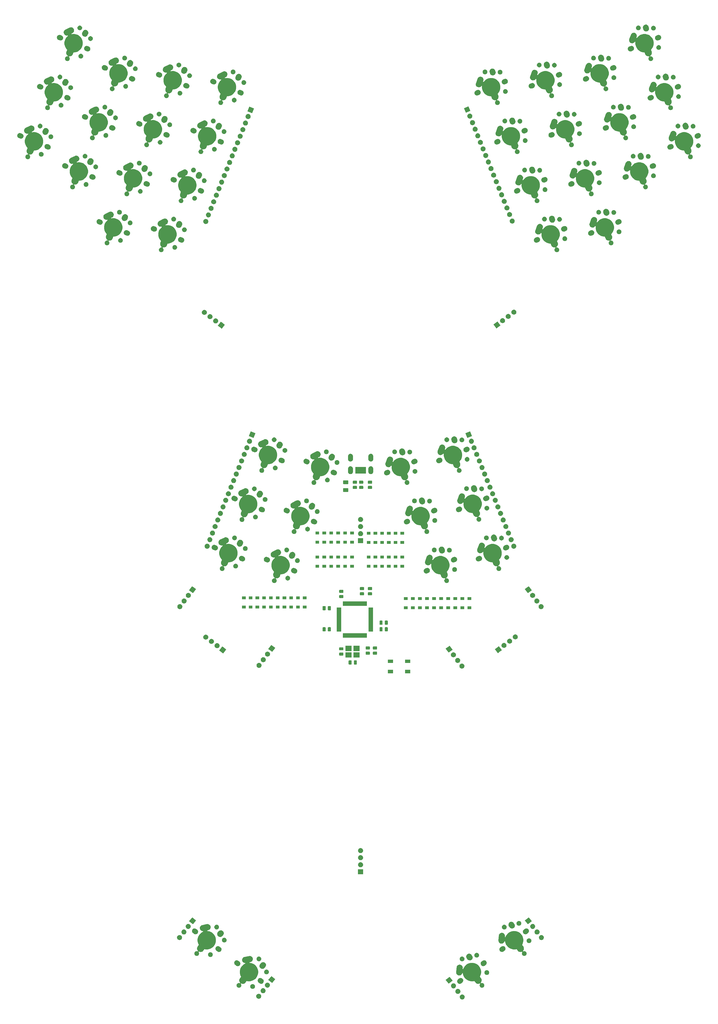
<source format=gbr>
G04 #@! TF.GenerationSoftware,KiCad,Pcbnew,(5.1.4)-1*
G04 #@! TF.CreationDate,2022-01-29T22:25:12-05:00*
G04 #@! TF.ProjectId,ThumbsUpUnsplit,5468756d-6273-4557-9055-6e73706c6974,rev?*
G04 #@! TF.SameCoordinates,Original*
G04 #@! TF.FileFunction,Soldermask,Bot*
G04 #@! TF.FilePolarity,Negative*
%FSLAX46Y46*%
G04 Gerber Fmt 4.6, Leading zero omitted, Abs format (unit mm)*
G04 Created by KiCad (PCBNEW (5.1.4)-1) date 2022-01-29 22:25:12*
%MOMM*%
%LPD*%
G04 APERTURE LIST*
%ADD10C,0.100000*%
G04 APERTURE END LIST*
D10*
G36*
X118175967Y-28710071D02*
G01*
X118242152Y-28716590D01*
X118411991Y-28768110D01*
X118568516Y-28851775D01*
X118604254Y-28881105D01*
X118705711Y-28964367D01*
X118788973Y-29065824D01*
X118818303Y-29101562D01*
X118901968Y-29258087D01*
X118953488Y-29427926D01*
X118970884Y-29604553D01*
X118953488Y-29781180D01*
X118901968Y-29951019D01*
X118818303Y-30107544D01*
X118788973Y-30143282D01*
X118705711Y-30244739D01*
X118604254Y-30328001D01*
X118568516Y-30357331D01*
X118411991Y-30440996D01*
X118242152Y-30492516D01*
X118175968Y-30499034D01*
X118109785Y-30505553D01*
X118021265Y-30505553D01*
X117955082Y-30499034D01*
X117888898Y-30492516D01*
X117719059Y-30440996D01*
X117562534Y-30357331D01*
X117526796Y-30328001D01*
X117425339Y-30244739D01*
X117342077Y-30143282D01*
X117312747Y-30107544D01*
X117229082Y-29951019D01*
X117177562Y-29781180D01*
X117160166Y-29604553D01*
X117177562Y-29427926D01*
X117229082Y-29258087D01*
X117312747Y-29101562D01*
X117342077Y-29065824D01*
X117425339Y-28964367D01*
X117526796Y-28881105D01*
X117562534Y-28851775D01*
X117719059Y-28768110D01*
X117888898Y-28716590D01*
X117955083Y-28710071D01*
X118021265Y-28703553D01*
X118109785Y-28703553D01*
X118175967Y-28710071D01*
X118175967Y-28710071D01*
G37*
G36*
X45060918Y-28456072D02*
G01*
X45127102Y-28462590D01*
X45296941Y-28514110D01*
X45453466Y-28597775D01*
X45489204Y-28627105D01*
X45590661Y-28710367D01*
X45673923Y-28811824D01*
X45703253Y-28847562D01*
X45786918Y-29004087D01*
X45838438Y-29173926D01*
X45855834Y-29350553D01*
X45838438Y-29527180D01*
X45786918Y-29697019D01*
X45703253Y-29853544D01*
X45673923Y-29889282D01*
X45590661Y-29990739D01*
X45489204Y-30074001D01*
X45453466Y-30103331D01*
X45296941Y-30186996D01*
X45127102Y-30238516D01*
X45063928Y-30244738D01*
X44994735Y-30251553D01*
X44906215Y-30251553D01*
X44837022Y-30244738D01*
X44773848Y-30238516D01*
X44604009Y-30186996D01*
X44447484Y-30103331D01*
X44411746Y-30074001D01*
X44310289Y-29990739D01*
X44227027Y-29889282D01*
X44197697Y-29853544D01*
X44114032Y-29697019D01*
X44062512Y-29527180D01*
X44045116Y-29350553D01*
X44062512Y-29173926D01*
X44114032Y-29004087D01*
X44197697Y-28847562D01*
X44227027Y-28811824D01*
X44310289Y-28710367D01*
X44411746Y-28627105D01*
X44447484Y-28597775D01*
X44604009Y-28514110D01*
X44773848Y-28462590D01*
X44840032Y-28456072D01*
X44906215Y-28449553D01*
X44994735Y-28449553D01*
X45060918Y-28456072D01*
X45060918Y-28456072D01*
G37*
G36*
X116612188Y-26708525D02*
G01*
X116678372Y-26715043D01*
X116848211Y-26766563D01*
X117004736Y-26850228D01*
X117040474Y-26879558D01*
X117141931Y-26962820D01*
X117225193Y-27064277D01*
X117254523Y-27100015D01*
X117338188Y-27256540D01*
X117389708Y-27426379D01*
X117407104Y-27603006D01*
X117389708Y-27779633D01*
X117338188Y-27949472D01*
X117254523Y-28105997D01*
X117225193Y-28141735D01*
X117141931Y-28243192D01*
X117040474Y-28326454D01*
X117004736Y-28355784D01*
X116848211Y-28439449D01*
X116678372Y-28490969D01*
X116612188Y-28497487D01*
X116546005Y-28504006D01*
X116457485Y-28504006D01*
X116391302Y-28497487D01*
X116325118Y-28490969D01*
X116155279Y-28439449D01*
X115998754Y-28355784D01*
X115963016Y-28326454D01*
X115861559Y-28243192D01*
X115778297Y-28141735D01*
X115748967Y-28105997D01*
X115665302Y-27949472D01*
X115613782Y-27779633D01*
X115596386Y-27603006D01*
X115613782Y-27426379D01*
X115665302Y-27256540D01*
X115748967Y-27100015D01*
X115778297Y-27064277D01*
X115861559Y-26962820D01*
X115963016Y-26879558D01*
X115998754Y-26850228D01*
X116155279Y-26766563D01*
X116325118Y-26715043D01*
X116391302Y-26708525D01*
X116457485Y-26702006D01*
X116546005Y-26702006D01*
X116612188Y-26708525D01*
X116612188Y-26708525D01*
G37*
G36*
X46624697Y-26454524D02*
G01*
X46690882Y-26461043D01*
X46860721Y-26512563D01*
X47017246Y-26596228D01*
X47052984Y-26625558D01*
X47154441Y-26708820D01*
X47237703Y-26810277D01*
X47267033Y-26846015D01*
X47350698Y-27002540D01*
X47402218Y-27172379D01*
X47419614Y-27349006D01*
X47402218Y-27525633D01*
X47350698Y-27695472D01*
X47267033Y-27851997D01*
X47237703Y-27887735D01*
X47154441Y-27989192D01*
X47052984Y-28072454D01*
X47017246Y-28101784D01*
X46860721Y-28185449D01*
X46690882Y-28236969D01*
X46627708Y-28243191D01*
X46558515Y-28250006D01*
X46469995Y-28250006D01*
X46400802Y-28243191D01*
X46337628Y-28236969D01*
X46167789Y-28185449D01*
X46011264Y-28101784D01*
X45975526Y-28072454D01*
X45874069Y-27989192D01*
X45790807Y-27887735D01*
X45761477Y-27851997D01*
X45677812Y-27695472D01*
X45626292Y-27525633D01*
X45608896Y-27349006D01*
X45626292Y-27172379D01*
X45677812Y-27002540D01*
X45761477Y-26846015D01*
X45790807Y-26810277D01*
X45874069Y-26708820D01*
X45975526Y-26625558D01*
X46011264Y-26596228D01*
X46167789Y-26512563D01*
X46337628Y-26461043D01*
X46403813Y-26454524D01*
X46469995Y-26448006D01*
X46558515Y-26448006D01*
X46624697Y-26454524D01*
X46624697Y-26454524D01*
G37*
G36*
X43003625Y-25007114D02*
G01*
X43158497Y-25071264D01*
X43297878Y-25164396D01*
X43416412Y-25282930D01*
X43509544Y-25422311D01*
X43573694Y-25577183D01*
X43606397Y-25741595D01*
X43606397Y-25909227D01*
X43573694Y-26073639D01*
X43509544Y-26228511D01*
X43416412Y-26367892D01*
X43297878Y-26486426D01*
X43158497Y-26579558D01*
X43003625Y-26643708D01*
X42839213Y-26676411D01*
X42671581Y-26676411D01*
X42507169Y-26643708D01*
X42352297Y-26579558D01*
X42212916Y-26486426D01*
X42094382Y-26367892D01*
X42001250Y-26228511D01*
X41937100Y-26073639D01*
X41904397Y-25909227D01*
X41904397Y-25741595D01*
X41937100Y-25577183D01*
X42001250Y-25422311D01*
X42094382Y-25282930D01*
X42212916Y-25164396D01*
X42352297Y-25071264D01*
X42507169Y-25007114D01*
X42671581Y-24974411D01*
X42839213Y-24974411D01*
X43003625Y-25007114D01*
X43003625Y-25007114D01*
G37*
G36*
X115048407Y-24706976D02*
G01*
X115114592Y-24713495D01*
X115284431Y-24765015D01*
X115284433Y-24765016D01*
X115362694Y-24806848D01*
X115440956Y-24848680D01*
X115467223Y-24870237D01*
X115578151Y-24961272D01*
X115643717Y-25041166D01*
X115690743Y-25098467D01*
X115774408Y-25254992D01*
X115825928Y-25424831D01*
X115843324Y-25601458D01*
X115825928Y-25778085D01*
X115774408Y-25947924D01*
X115690743Y-26104449D01*
X115661413Y-26140187D01*
X115578151Y-26241644D01*
X115476694Y-26324906D01*
X115440956Y-26354236D01*
X115284431Y-26437901D01*
X115114592Y-26489421D01*
X115048408Y-26495939D01*
X114982225Y-26502458D01*
X114893705Y-26502458D01*
X114827522Y-26495939D01*
X114761338Y-26489421D01*
X114591499Y-26437901D01*
X114434974Y-26354236D01*
X114399236Y-26324906D01*
X114297779Y-26241644D01*
X114214517Y-26140187D01*
X114185187Y-26104449D01*
X114101522Y-25947924D01*
X114050002Y-25778085D01*
X114032606Y-25601458D01*
X114050002Y-25424831D01*
X114101522Y-25254992D01*
X114185187Y-25098467D01*
X114232213Y-25041166D01*
X114297779Y-24961272D01*
X114408707Y-24870237D01*
X114434974Y-24848680D01*
X114513236Y-24806848D01*
X114591497Y-24765016D01*
X114591499Y-24765015D01*
X114761338Y-24713495D01*
X114827523Y-24706976D01*
X114893705Y-24700458D01*
X114982225Y-24700458D01*
X115048407Y-24706976D01*
X115048407Y-24706976D01*
G37*
G36*
X41965156Y-14893057D02*
G01*
X42172528Y-14956557D01*
X42363529Y-15059292D01*
X42530818Y-15197317D01*
X42667965Y-15365325D01*
X42769699Y-15556861D01*
X42832112Y-15764563D01*
X42852804Y-15980453D01*
X42830982Y-16196233D01*
X42767483Y-16403601D01*
X42664745Y-16594607D01*
X42526721Y-16761893D01*
X42358713Y-16899041D01*
X42167178Y-17000775D01*
X42011530Y-17047545D01*
X42011523Y-17047546D01*
X42011521Y-17047547D01*
X41746164Y-17099608D01*
X41724848Y-17103790D01*
X41701380Y-17110842D01*
X41679740Y-17122337D01*
X41660757Y-17137832D01*
X41645162Y-17156733D01*
X41633555Y-17178314D01*
X41626380Y-17201744D01*
X41623914Y-17226124D01*
X41626252Y-17250516D01*
X41633304Y-17273984D01*
X41644799Y-17295624D01*
X41660294Y-17314607D01*
X41679195Y-17330202D01*
X41700776Y-17341809D01*
X41724206Y-17348984D01*
X41748913Y-17351450D01*
X41782261Y-17351450D01*
X42420005Y-17478305D01*
X43020748Y-17727141D01*
X43020750Y-17727142D01*
X43561405Y-18088396D01*
X44021194Y-18548185D01*
X44187170Y-18796586D01*
X44382449Y-19088842D01*
X44631285Y-19689585D01*
X44758140Y-20327329D01*
X44758140Y-20977571D01*
X44631285Y-21615315D01*
X44382449Y-22216058D01*
X44382448Y-22216060D01*
X44021194Y-22756715D01*
X43561405Y-23216504D01*
X43020750Y-23577758D01*
X43020749Y-23577759D01*
X43020748Y-23577759D01*
X42420005Y-23826595D01*
X41782261Y-23953450D01*
X41132019Y-23953450D01*
X40690741Y-23865674D01*
X40666355Y-23863272D01*
X40641969Y-23865674D01*
X40618520Y-23872787D01*
X40596909Y-23884338D01*
X40577967Y-23899883D01*
X40566526Y-23913045D01*
X40359420Y-24187884D01*
X40175077Y-24432514D01*
X40050018Y-24568396D01*
X39850973Y-24713675D01*
X39627408Y-24817331D01*
X39627406Y-24817331D01*
X39627405Y-24817332D01*
X39598067Y-24824443D01*
X39387918Y-24875381D01*
X39141705Y-24885592D01*
X39141702Y-24885592D01*
X38995619Y-24862781D01*
X38898229Y-24847574D01*
X38692412Y-24772154D01*
X38668693Y-24766020D01*
X38644228Y-24764630D01*
X38619963Y-24768041D01*
X38596829Y-24776119D01*
X38575715Y-24788556D01*
X38557434Y-24804873D01*
X38542687Y-24824443D01*
X38532041Y-24846514D01*
X38525906Y-24870237D01*
X38524516Y-24894702D01*
X38527927Y-24918967D01*
X38536005Y-24942101D01*
X38545471Y-24958961D01*
X38600397Y-25041163D01*
X38664547Y-25196035D01*
X38697250Y-25360447D01*
X38697250Y-25528079D01*
X38664547Y-25692491D01*
X38600397Y-25847363D01*
X38507265Y-25986744D01*
X38388731Y-26105278D01*
X38249350Y-26198410D01*
X38094478Y-26262560D01*
X37930066Y-26295263D01*
X37762434Y-26295263D01*
X37598022Y-26262560D01*
X37443150Y-26198410D01*
X37303769Y-26105278D01*
X37185235Y-25986744D01*
X37092103Y-25847363D01*
X37027953Y-25692491D01*
X36995250Y-25528079D01*
X36995250Y-25360447D01*
X37027953Y-25196035D01*
X37092103Y-25041163D01*
X37185235Y-24901782D01*
X37303769Y-24783248D01*
X37443150Y-24690116D01*
X37598022Y-24625966D01*
X37762434Y-24593263D01*
X37930066Y-24593263D01*
X38094478Y-24625966D01*
X38107913Y-24631531D01*
X38131349Y-24638641D01*
X38155735Y-24641043D01*
X38180121Y-24638641D01*
X38203570Y-24631529D01*
X38225181Y-24619978D01*
X38244123Y-24604433D01*
X38259668Y-24585491D01*
X38271219Y-24563880D01*
X38278333Y-24540431D01*
X38280735Y-24516045D01*
X38278333Y-24491659D01*
X38271221Y-24468210D01*
X38256702Y-24442351D01*
X38234041Y-24411304D01*
X38129858Y-24268564D01*
X38026202Y-24044999D01*
X38016726Y-24005903D01*
X38015955Y-24002724D01*
X37968152Y-23805509D01*
X37957941Y-23559296D01*
X37957941Y-23559293D01*
X37995958Y-23315823D01*
X38003627Y-23294894D01*
X38080746Y-23084441D01*
X38176893Y-22926773D01*
X38563309Y-22413983D01*
X38576066Y-22393062D01*
X38584497Y-22370054D01*
X38588278Y-22345844D01*
X38587263Y-22321361D01*
X38581490Y-22297546D01*
X38567413Y-22269312D01*
X38531832Y-22216061D01*
X38282995Y-21615315D01*
X38156140Y-20977571D01*
X38156140Y-20327329D01*
X38282995Y-19689585D01*
X38531831Y-19088842D01*
X38727110Y-18796586D01*
X38893086Y-18548185D01*
X39352875Y-18088396D01*
X39893530Y-17727142D01*
X39893532Y-17727141D01*
X40083853Y-17648307D01*
X40105464Y-17636756D01*
X40124406Y-17621211D01*
X40139951Y-17602269D01*
X40151502Y-17580658D01*
X40158615Y-17557209D01*
X40161017Y-17532823D01*
X40158615Y-17508437D01*
X40151502Y-17484988D01*
X40139951Y-17463377D01*
X40124406Y-17444435D01*
X40105464Y-17428890D01*
X40083853Y-17417339D01*
X40048599Y-17408459D01*
X39918813Y-17395333D01*
X39859608Y-17389345D01*
X39652236Y-17325845D01*
X39461235Y-17223110D01*
X39316618Y-17103790D01*
X39293947Y-17085085D01*
X39156800Y-16917077D01*
X39144328Y-16893596D01*
X39055065Y-16725541D01*
X38992654Y-16517840D01*
X38992653Y-16517837D01*
X38971960Y-16301949D01*
X38993783Y-16086172D01*
X38993783Y-16086170D01*
X39057283Y-15878798D01*
X39160018Y-15687797D01*
X39269528Y-15555070D01*
X39298043Y-15520509D01*
X39466051Y-15383362D01*
X39487275Y-15372089D01*
X39657587Y-15281627D01*
X39813235Y-15234857D01*
X39813243Y-15234855D01*
X40996139Y-15002780D01*
X41587591Y-14886741D01*
X41749377Y-14871234D01*
X41965156Y-14893057D01*
X41965156Y-14893057D01*
G37*
G36*
X122521725Y-17478305D02*
G01*
X123122468Y-17727141D01*
X123122470Y-17727142D01*
X123663125Y-18088396D01*
X124122914Y-18548185D01*
X124288890Y-18796586D01*
X124484169Y-19088842D01*
X124733005Y-19689585D01*
X124859860Y-20327329D01*
X124859860Y-20977571D01*
X124733005Y-21615315D01*
X124484168Y-22216061D01*
X124448587Y-22269312D01*
X124437036Y-22290922D01*
X124429923Y-22314371D01*
X124427521Y-22338757D01*
X124429923Y-22363144D01*
X124437036Y-22386592D01*
X124452691Y-22413983D01*
X124839106Y-22926771D01*
X124839107Y-22926773D01*
X124935254Y-23084441D01*
X125020041Y-23315819D01*
X125020042Y-23315822D01*
X125058059Y-23559292D01*
X125058059Y-23559295D01*
X125047848Y-23805509D01*
X125000045Y-24002724D01*
X124999275Y-24005903D01*
X124989798Y-24044999D01*
X124886142Y-24268564D01*
X124781959Y-24411304D01*
X124759298Y-24442351D01*
X124746861Y-24463465D01*
X124738783Y-24486599D01*
X124735372Y-24510864D01*
X124736762Y-24535329D01*
X124742897Y-24559053D01*
X124753543Y-24581123D01*
X124768290Y-24600693D01*
X124786571Y-24617010D01*
X124807685Y-24629447D01*
X124830819Y-24637525D01*
X124855084Y-24640936D01*
X124879549Y-24639546D01*
X124908089Y-24631530D01*
X124921522Y-24625966D01*
X125085934Y-24593263D01*
X125253566Y-24593263D01*
X125417978Y-24625966D01*
X125572850Y-24690116D01*
X125712231Y-24783248D01*
X125830765Y-24901782D01*
X125923897Y-25041163D01*
X125988047Y-25196035D01*
X126020750Y-25360447D01*
X126020750Y-25528079D01*
X125988047Y-25692491D01*
X125923897Y-25847363D01*
X125830765Y-25986744D01*
X125712231Y-26105278D01*
X125572850Y-26198410D01*
X125417978Y-26262560D01*
X125253566Y-26295263D01*
X125085934Y-26295263D01*
X124921522Y-26262560D01*
X124766650Y-26198410D01*
X124627269Y-26105278D01*
X124508735Y-25986744D01*
X124415603Y-25847363D01*
X124351453Y-25692491D01*
X124318750Y-25528079D01*
X124318750Y-25360447D01*
X124351453Y-25196035D01*
X124415603Y-25041163D01*
X124470528Y-24958963D01*
X124482076Y-24937357D01*
X124489189Y-24913908D01*
X124491591Y-24889522D01*
X124489189Y-24865136D01*
X124482076Y-24841687D01*
X124470525Y-24820076D01*
X124454980Y-24801134D01*
X124436038Y-24785589D01*
X124414427Y-24774038D01*
X124390978Y-24766925D01*
X124366592Y-24764523D01*
X124342206Y-24766925D01*
X124323584Y-24772155D01*
X124247312Y-24800104D01*
X124117771Y-24847574D01*
X124020381Y-24862781D01*
X123874298Y-24885592D01*
X123874295Y-24885592D01*
X123628081Y-24875381D01*
X123417933Y-24824443D01*
X123388595Y-24817332D01*
X123388594Y-24817331D01*
X123388592Y-24817331D01*
X123165027Y-24713675D01*
X122965982Y-24568396D01*
X122840923Y-24432514D01*
X122449469Y-23913038D01*
X122432881Y-23895015D01*
X122413088Y-23880568D01*
X122390857Y-23870261D01*
X122367042Y-23864488D01*
X122342559Y-23863473D01*
X122325260Y-23865674D01*
X121883981Y-23953450D01*
X121233739Y-23953450D01*
X120595995Y-23826595D01*
X119995252Y-23577759D01*
X119995251Y-23577759D01*
X119995250Y-23577758D01*
X119454595Y-23216504D01*
X118994806Y-22756715D01*
X118633552Y-22216060D01*
X118633551Y-22216058D01*
X118384715Y-21615315D01*
X118289670Y-21137491D01*
X118282557Y-21114042D01*
X118271006Y-21092431D01*
X118255461Y-21073489D01*
X118236519Y-21057944D01*
X118214908Y-21046393D01*
X118191459Y-21039280D01*
X118167073Y-21036878D01*
X118142687Y-21039280D01*
X118119238Y-21046393D01*
X118097627Y-21057944D01*
X118078685Y-21073489D01*
X118063140Y-21092431D01*
X118050993Y-21115507D01*
X117981824Y-21288662D01*
X117863625Y-21470497D01*
X117712222Y-21625783D01*
X117533432Y-21748546D01*
X117334133Y-21834070D01*
X117121970Y-21879070D01*
X116905112Y-21881813D01*
X116691882Y-21842198D01*
X116490478Y-21761744D01*
X116308643Y-21643545D01*
X116153357Y-21492142D01*
X116030594Y-21313352D01*
X115945070Y-21114053D01*
X115900070Y-20901891D01*
X115898015Y-20739376D01*
X115911497Y-20582119D01*
X115988013Y-19689584D01*
X116052462Y-18937809D01*
X116082150Y-18778015D01*
X116162604Y-18576610D01*
X116280803Y-18394775D01*
X116432206Y-18239489D01*
X116610996Y-18116726D01*
X116810295Y-18031202D01*
X117022457Y-17986202D01*
X117239316Y-17983459D01*
X117452546Y-18023074D01*
X117653950Y-18103528D01*
X117835785Y-18221727D01*
X117991071Y-18373130D01*
X118113834Y-18551920D01*
X118199358Y-18751219D01*
X118244358Y-18963381D01*
X118245944Y-19088840D01*
X118246413Y-19125899D01*
X118218464Y-19451915D01*
X118218350Y-19453238D01*
X118218660Y-19477740D01*
X118223744Y-19501711D01*
X118233407Y-19524229D01*
X118247278Y-19544430D01*
X118264822Y-19561536D01*
X118285367Y-19574891D01*
X118308123Y-19583981D01*
X118332215Y-19588457D01*
X118356717Y-19588147D01*
X118380688Y-19583063D01*
X118403206Y-19573400D01*
X118423407Y-19559529D01*
X118440513Y-19541985D01*
X118458376Y-19511750D01*
X118633551Y-19088842D01*
X118828830Y-18796586D01*
X118994806Y-18548185D01*
X119454595Y-18088396D01*
X119995250Y-17727142D01*
X119995252Y-17727141D01*
X120595995Y-17478305D01*
X121233739Y-17351450D01*
X121883981Y-17351450D01*
X122521725Y-17478305D01*
X122521725Y-17478305D01*
G37*
G36*
X48188478Y-24452977D02*
G01*
X48254662Y-24459495D01*
X48424501Y-24511015D01*
X48424503Y-24511016D01*
X48469989Y-24535329D01*
X48581026Y-24594680D01*
X48608235Y-24617010D01*
X48718221Y-24707272D01*
X48795250Y-24801134D01*
X48830813Y-24844467D01*
X48914478Y-25000992D01*
X48965998Y-25170831D01*
X48983394Y-25347458D01*
X48965998Y-25524085D01*
X48914478Y-25693924D01*
X48830813Y-25850449D01*
X48801483Y-25886187D01*
X48718221Y-25987644D01*
X48616764Y-26070906D01*
X48581026Y-26100236D01*
X48424501Y-26183901D01*
X48254662Y-26235421D01*
X48191488Y-26241643D01*
X48122295Y-26248458D01*
X48033775Y-26248458D01*
X47964582Y-26241643D01*
X47901408Y-26235421D01*
X47731569Y-26183901D01*
X47575044Y-26100236D01*
X47539306Y-26070906D01*
X47437849Y-25987644D01*
X47354587Y-25886187D01*
X47325257Y-25850449D01*
X47241592Y-25693924D01*
X47190072Y-25524085D01*
X47172676Y-25347458D01*
X47190072Y-25170831D01*
X47241592Y-25000992D01*
X47325257Y-24844467D01*
X47360820Y-24801134D01*
X47437849Y-24707272D01*
X47547835Y-24617010D01*
X47575044Y-24594680D01*
X47686081Y-24535329D01*
X47731567Y-24511016D01*
X47731569Y-24511015D01*
X47901408Y-24459495D01*
X47967592Y-24452977D01*
X48033775Y-24446458D01*
X48122295Y-24446458D01*
X48188478Y-24452977D01*
X48188478Y-24452977D01*
G37*
G36*
X45733205Y-22798296D02*
G01*
X45881261Y-22852550D01*
X45904475Y-22861057D01*
X45961156Y-22895622D01*
X46021194Y-22932233D01*
X46433254Y-23242744D01*
X46433257Y-23242747D01*
X46433260Y-23242749D01*
X46474185Y-23280415D01*
X46533847Y-23335324D01*
X46641378Y-23482653D01*
X46641380Y-23482656D01*
X46641380Y-23482657D01*
X46718108Y-23648141D01*
X46761076Y-23825413D01*
X46766386Y-23953450D01*
X46768635Y-24007666D01*
X46740494Y-24187883D01*
X46677733Y-24359154D01*
X46582766Y-24514887D01*
X46459242Y-24649101D01*
X46311904Y-24756639D01*
X46192933Y-24811800D01*
X46146421Y-24833366D01*
X46146419Y-24833366D01*
X46146418Y-24833367D01*
X46083246Y-24848679D01*
X45969148Y-24876335D01*
X45786898Y-24883893D01*
X45786895Y-24883893D01*
X45606678Y-24855752D01*
X45435410Y-24792992D01*
X45318700Y-24721821D01*
X45276625Y-24690115D01*
X44906624Y-24411299D01*
X44806037Y-24318724D01*
X44698503Y-24171391D01*
X44621775Y-24005906D01*
X44578808Y-23828639D01*
X44578808Y-23828638D01*
X44578807Y-23828634D01*
X44571249Y-23646386D01*
X44571249Y-23646382D01*
X44599390Y-23466165D01*
X44662151Y-23294894D01*
X44757116Y-23139164D01*
X44880646Y-23004943D01*
X45027979Y-22897409D01*
X45193464Y-22820681D01*
X45370731Y-22777714D01*
X45370732Y-22777714D01*
X45370736Y-22777713D01*
X45552984Y-22770155D01*
X45552988Y-22770155D01*
X45733205Y-22798296D01*
X45733205Y-22798296D01*
G37*
G36*
X117645264Y-22777713D02*
G01*
X117730181Y-22798296D01*
X117822534Y-22820681D01*
X117822535Y-22820682D01*
X117822537Y-22820682D01*
X117869049Y-22842248D01*
X117988020Y-22897409D01*
X118135358Y-23004947D01*
X118258882Y-23139161D01*
X118353849Y-23294894D01*
X118416610Y-23466165D01*
X118444751Y-23646382D01*
X118444751Y-23646386D01*
X118437192Y-23828635D01*
X118394224Y-24005907D01*
X118317496Y-24171391D01*
X118317494Y-24171395D01*
X118209963Y-24318724D01*
X118150301Y-24373633D01*
X118109376Y-24411299D01*
X118109373Y-24411301D01*
X118109370Y-24411304D01*
X117697310Y-24721815D01*
X117640204Y-24756638D01*
X117580591Y-24792991D01*
X117580588Y-24792992D01*
X117409321Y-24855752D01*
X117229104Y-24883893D01*
X117229100Y-24883893D01*
X117046852Y-24876335D01*
X117046848Y-24876334D01*
X117046847Y-24876334D01*
X116869580Y-24833367D01*
X116704095Y-24756639D01*
X116556762Y-24649105D01*
X116433232Y-24514884D01*
X116338267Y-24359154D01*
X116275506Y-24187883D01*
X116247365Y-24007666D01*
X116247438Y-24005903D01*
X116254923Y-23825414D01*
X116259747Y-23805512D01*
X116297891Y-23648142D01*
X116374619Y-23482657D01*
X116482153Y-23335324D01*
X116582740Y-23242749D01*
X116898315Y-23004946D01*
X116994813Y-22932229D01*
X117051911Y-22897410D01*
X117111526Y-22861056D01*
X117282794Y-22798296D01*
X117463011Y-22770155D01*
X117463014Y-22770155D01*
X117645264Y-22777713D01*
X117645264Y-22777713D01*
G37*
G36*
X114638894Y-23755198D02*
G01*
X113218898Y-24864620D01*
X112109476Y-23444624D01*
X113529472Y-22335202D01*
X114638894Y-23755198D01*
X114638894Y-23755198D01*
G37*
G36*
X50906524Y-23190624D02*
G01*
X49797102Y-24610620D01*
X48377106Y-23501198D01*
X49486528Y-22081202D01*
X50906524Y-23190624D01*
X50906524Y-23190624D01*
G37*
G36*
X127137506Y-20012050D02*
G01*
X127292378Y-20076200D01*
X127431759Y-20169332D01*
X127550293Y-20287866D01*
X127643425Y-20427247D01*
X127707575Y-20582119D01*
X127740278Y-20746531D01*
X127740278Y-20914163D01*
X127707575Y-21078575D01*
X127643425Y-21233447D01*
X127550293Y-21372828D01*
X127431759Y-21491362D01*
X127292378Y-21584494D01*
X127137506Y-21648644D01*
X126973094Y-21681347D01*
X126805462Y-21681347D01*
X126641050Y-21648644D01*
X126486178Y-21584494D01*
X126346797Y-21491362D01*
X126228263Y-21372828D01*
X126135131Y-21233447D01*
X126070981Y-21078575D01*
X126038278Y-20914163D01*
X126038278Y-20746531D01*
X126070981Y-20582119D01*
X126135131Y-20427247D01*
X126228263Y-20287866D01*
X126346797Y-20169332D01*
X126486178Y-20076200D01*
X126641050Y-20012050D01*
X126805462Y-19979347D01*
X126973094Y-19979347D01*
X127137506Y-20012050D01*
X127137506Y-20012050D01*
G37*
G36*
X47985442Y-19808414D02*
G01*
X48140314Y-19872564D01*
X48279695Y-19965696D01*
X48398229Y-20084230D01*
X48491361Y-20223611D01*
X48555511Y-20378483D01*
X48588214Y-20542895D01*
X48588214Y-20710527D01*
X48555511Y-20874939D01*
X48491361Y-21029811D01*
X48398229Y-21169192D01*
X48279695Y-21287726D01*
X48140314Y-21380858D01*
X47985442Y-21445008D01*
X47821030Y-21477711D01*
X47653398Y-21477711D01*
X47488986Y-21445008D01*
X47334114Y-21380858D01*
X47194733Y-21287726D01*
X47076199Y-21169192D01*
X46983067Y-21029811D01*
X46918917Y-20874939D01*
X46886214Y-20710527D01*
X46886214Y-20542895D01*
X46918917Y-20378483D01*
X46983067Y-20223611D01*
X47076199Y-20084230D01*
X47194733Y-19965696D01*
X47334114Y-19872564D01*
X47488986Y-19808414D01*
X47653398Y-19775711D01*
X47821030Y-19775711D01*
X47985442Y-19808414D01*
X47985442Y-19808414D01*
G37*
G36*
X46654892Y-17099608D02*
G01*
X46856798Y-17145387D01*
X47045889Y-17229674D01*
X47045891Y-17229675D01*
X47045890Y-17229675D01*
X47214906Y-17349234D01*
X47214908Y-17349236D01*
X47357348Y-17499466D01*
X47467748Y-17674609D01*
X47487887Y-17727141D01*
X47541856Y-17867917D01*
X47576828Y-18071972D01*
X47571318Y-18278928D01*
X47566550Y-18299957D01*
X47525539Y-18480833D01*
X47441252Y-18669923D01*
X47441251Y-18669924D01*
X47351653Y-18796586D01*
X47022148Y-19176978D01*
X46909561Y-19283726D01*
X46776456Y-19367628D01*
X46734421Y-19394124D01*
X46681366Y-19414463D01*
X46541113Y-19468232D01*
X46337059Y-19503204D01*
X46130103Y-19497694D01*
X46042098Y-19477740D01*
X45928198Y-19451915D01*
X45798546Y-19394123D01*
X45739106Y-19367628D01*
X45570090Y-19248068D01*
X45570088Y-19248066D01*
X45427648Y-19097836D01*
X45317248Y-18922693D01*
X45268903Y-18796586D01*
X45243140Y-18729385D01*
X45208168Y-18525331D01*
X45213678Y-18318375D01*
X45231564Y-18239489D01*
X45259457Y-18116470D01*
X45343744Y-17927379D01*
X45343744Y-17927378D01*
X45433343Y-17800716D01*
X45762846Y-17420326D01*
X45875435Y-17313576D01*
X46008539Y-17229675D01*
X46050573Y-17203179D01*
X46050574Y-17203179D01*
X46050575Y-17203178D01*
X46115432Y-17178314D01*
X46243883Y-17129070D01*
X46447936Y-17094098D01*
X46654892Y-17099608D01*
X46654892Y-17099608D01*
G37*
G36*
X126070868Y-16428565D02*
G01*
X126155785Y-16449148D01*
X126248138Y-16471533D01*
X126248139Y-16471534D01*
X126248141Y-16471534D01*
X126272827Y-16482980D01*
X126413624Y-16548261D01*
X126560962Y-16655799D01*
X126684486Y-16790013D01*
X126779453Y-16945746D01*
X126842214Y-17117017D01*
X126870355Y-17297234D01*
X126870355Y-17297238D01*
X126862796Y-17479487D01*
X126819828Y-17656759D01*
X126743100Y-17822243D01*
X126743098Y-17822247D01*
X126635567Y-17969576D01*
X126577439Y-18023074D01*
X126534980Y-18062151D01*
X126534977Y-18062153D01*
X126534974Y-18062156D01*
X126122914Y-18372667D01*
X126086661Y-18394774D01*
X126006195Y-18443843D01*
X126006192Y-18443844D01*
X125834925Y-18506604D01*
X125654708Y-18534745D01*
X125654704Y-18534745D01*
X125472456Y-18527187D01*
X125472452Y-18527186D01*
X125472451Y-18527186D01*
X125295184Y-18484219D01*
X125129699Y-18407491D01*
X124982366Y-18299957D01*
X124858836Y-18165736D01*
X124763871Y-18010006D01*
X124701110Y-17838735D01*
X124672969Y-17658518D01*
X124673392Y-17648307D01*
X124680527Y-17476266D01*
X124696306Y-17411168D01*
X124723495Y-17298994D01*
X124800223Y-17133509D01*
X124907757Y-16986176D01*
X125008344Y-16893601D01*
X125323919Y-16655798D01*
X125420417Y-16583081D01*
X125477515Y-16548262D01*
X125537130Y-16511908D01*
X125708398Y-16449148D01*
X125888615Y-16421007D01*
X125888618Y-16421007D01*
X126070868Y-16428565D01*
X126070868Y-16428565D01*
G37*
G36*
X37307601Y-16449148D02*
G01*
X37455657Y-16503402D01*
X37478871Y-16511909D01*
X37535552Y-16546474D01*
X37595590Y-16583085D01*
X38007650Y-16893596D01*
X38007653Y-16893599D01*
X38007656Y-16893601D01*
X38048581Y-16931267D01*
X38108243Y-16986176D01*
X38215774Y-17133505D01*
X38215776Y-17133508D01*
X38215776Y-17133509D01*
X38292504Y-17298993D01*
X38335472Y-17476265D01*
X38342958Y-17656755D01*
X38343031Y-17658518D01*
X38314890Y-17838735D01*
X38252129Y-18010006D01*
X38157162Y-18165739D01*
X38033638Y-18299953D01*
X37886300Y-18407491D01*
X37807896Y-18443843D01*
X37720817Y-18484218D01*
X37720815Y-18484218D01*
X37720814Y-18484219D01*
X37632180Y-18505703D01*
X37543544Y-18527187D01*
X37361294Y-18534745D01*
X37361291Y-18534745D01*
X37181074Y-18506604D01*
X37009806Y-18443844D01*
X36893096Y-18372673D01*
X36821042Y-18318376D01*
X36481020Y-18062151D01*
X36380433Y-17969576D01*
X36272899Y-17822243D01*
X36196171Y-17656758D01*
X36153204Y-17479491D01*
X36153204Y-17479490D01*
X36153203Y-17479486D01*
X36145645Y-17297238D01*
X36145645Y-17297234D01*
X36173786Y-17117017D01*
X36236547Y-16945746D01*
X36331512Y-16790016D01*
X36455042Y-16655795D01*
X36602375Y-16548261D01*
X36767860Y-16471533D01*
X36945127Y-16428566D01*
X36945128Y-16428566D01*
X36945132Y-16428565D01*
X37127380Y-16421007D01*
X37127384Y-16421007D01*
X37307601Y-16449148D01*
X37307601Y-16449148D01*
G37*
G36*
X45256077Y-15122203D02*
G01*
X45410949Y-15186353D01*
X45550330Y-15279485D01*
X45668864Y-15398019D01*
X45761996Y-15537400D01*
X45826146Y-15692272D01*
X45858849Y-15856684D01*
X45858849Y-16024316D01*
X45826146Y-16188728D01*
X45761996Y-16343600D01*
X45668864Y-16482981D01*
X45550330Y-16601515D01*
X45410949Y-16694647D01*
X45256077Y-16758797D01*
X45091665Y-16791500D01*
X44924033Y-16791500D01*
X44759621Y-16758797D01*
X44604749Y-16694647D01*
X44465368Y-16601515D01*
X44346834Y-16482981D01*
X44253702Y-16343600D01*
X44189552Y-16188728D01*
X44156849Y-16024316D01*
X44156849Y-15856684D01*
X44189552Y-15692272D01*
X44253702Y-15537400D01*
X44346834Y-15398019D01*
X44465368Y-15279485D01*
X44604749Y-15186353D01*
X44759621Y-15122203D01*
X44924033Y-15089500D01*
X45091665Y-15089500D01*
X45256077Y-15122203D01*
X45256077Y-15122203D01*
G37*
G36*
X118256379Y-15122203D02*
G01*
X118411251Y-15186353D01*
X118550632Y-15279485D01*
X118669166Y-15398019D01*
X118762298Y-15537400D01*
X118826448Y-15692272D01*
X118859151Y-15856684D01*
X118859151Y-16024316D01*
X118826448Y-16188728D01*
X118762298Y-16343600D01*
X118669166Y-16482981D01*
X118550632Y-16601515D01*
X118411251Y-16694647D01*
X118256379Y-16758797D01*
X118091967Y-16791500D01*
X117924335Y-16791500D01*
X117759923Y-16758797D01*
X117605051Y-16694647D01*
X117465670Y-16601515D01*
X117347136Y-16482981D01*
X117254004Y-16343600D01*
X117189854Y-16188728D01*
X117157151Y-16024316D01*
X117157151Y-15856684D01*
X117189854Y-15692272D01*
X117254004Y-15537400D01*
X117347136Y-15398019D01*
X117465670Y-15279485D01*
X117605051Y-15186353D01*
X117759923Y-15122203D01*
X117924335Y-15089500D01*
X118091967Y-15089500D01*
X118256379Y-15122203D01*
X118256379Y-15122203D01*
G37*
G36*
X120744777Y-14056311D02*
G01*
X120765164Y-14058553D01*
X120933538Y-14111723D01*
X120962583Y-14120895D01*
X121144047Y-14220553D01*
X121282403Y-14336751D01*
X121302584Y-14353700D01*
X121399641Y-14474739D01*
X121674470Y-14896329D01*
X121692365Y-14930743D01*
X121746050Y-15033980D01*
X121762206Y-15089500D01*
X121803896Y-15232761D01*
X121813591Y-15344144D01*
X121821849Y-15439011D01*
X121808890Y-15556861D01*
X121799220Y-15644801D01*
X121784229Y-15692272D01*
X121736878Y-15842220D01*
X121637220Y-16023684D01*
X121504075Y-16182219D01*
X121504073Y-16182221D01*
X121359165Y-16298417D01*
X121342560Y-16311732D01*
X121158881Y-16407247D01*
X121088193Y-16427817D01*
X120960099Y-16465093D01*
X120848716Y-16474788D01*
X120753849Y-16483046D01*
X120548060Y-16460417D01*
X120350644Y-16398076D01*
X120350641Y-16398075D01*
X120169177Y-16298417D01*
X120010642Y-16165272D01*
X120010640Y-16165270D01*
X119913583Y-16044231D01*
X119638754Y-15622641D01*
X119594430Y-15537403D01*
X119567174Y-15484990D01*
X119531591Y-15362708D01*
X119509329Y-15286208D01*
X119502628Y-15209223D01*
X119491375Y-15079959D01*
X119514004Y-14874170D01*
X119519493Y-14856789D01*
X119576345Y-14676753D01*
X119576346Y-14676750D01*
X119676004Y-14495286D01*
X119809149Y-14336751D01*
X119970664Y-14207238D01*
X120154343Y-14111723D01*
X120311191Y-14066081D01*
X120353125Y-14053878D01*
X120383709Y-14051216D01*
X120559374Y-14035924D01*
X120744777Y-14056311D01*
X120744777Y-14056311D01*
G37*
G36*
X123513369Y-13790264D02*
G01*
X123668241Y-13854414D01*
X123807622Y-13947546D01*
X123926156Y-14066080D01*
X124019288Y-14205461D01*
X124083438Y-14360333D01*
X124116141Y-14524745D01*
X124116141Y-14692377D01*
X124083438Y-14856789D01*
X124019288Y-15011661D01*
X123926156Y-15151042D01*
X123807622Y-15269576D01*
X123668241Y-15362708D01*
X123513369Y-15426858D01*
X123348957Y-15459561D01*
X123181325Y-15459561D01*
X123016913Y-15426858D01*
X122862041Y-15362708D01*
X122722660Y-15269576D01*
X122604126Y-15151042D01*
X122510994Y-15011661D01*
X122446844Y-14856789D01*
X122414141Y-14692377D01*
X122414141Y-14524745D01*
X122446844Y-14360333D01*
X122510994Y-14205461D01*
X122604126Y-14066080D01*
X122722660Y-13947546D01*
X122862041Y-13854414D01*
X123016913Y-13790264D01*
X123181325Y-13757561D01*
X123348957Y-13757561D01*
X123513369Y-13790264D01*
X123513369Y-13790264D01*
G37*
G36*
X27829551Y-13572629D02*
G01*
X27984423Y-13636779D01*
X28123804Y-13729911D01*
X28242338Y-13848445D01*
X28335470Y-13987826D01*
X28399620Y-14142698D01*
X28432323Y-14307110D01*
X28432323Y-14474742D01*
X28399620Y-14639154D01*
X28335470Y-14794026D01*
X28242338Y-14933407D01*
X28123804Y-15051941D01*
X27984423Y-15145073D01*
X27829551Y-15209223D01*
X27665139Y-15241926D01*
X27497507Y-15241926D01*
X27333095Y-15209223D01*
X27178223Y-15145073D01*
X27038842Y-15051941D01*
X26920308Y-14933407D01*
X26827176Y-14794026D01*
X26763026Y-14639154D01*
X26730323Y-14474742D01*
X26730323Y-14307110D01*
X26763026Y-14142698D01*
X26827176Y-13987826D01*
X26920308Y-13848445D01*
X27038842Y-13729911D01*
X27178223Y-13636779D01*
X27333095Y-13572629D01*
X27497507Y-13539926D01*
X27665139Y-13539926D01*
X27829551Y-13572629D01*
X27829551Y-13572629D01*
G37*
G36*
X26791082Y-3458572D02*
G01*
X26998454Y-3522072D01*
X27189455Y-3624807D01*
X27356744Y-3762832D01*
X27493891Y-3930840D01*
X27595625Y-4122376D01*
X27658038Y-4330078D01*
X27678730Y-4545968D01*
X27656908Y-4761748D01*
X27593409Y-4969116D01*
X27490671Y-5160122D01*
X27352647Y-5327408D01*
X27184639Y-5464556D01*
X26993104Y-5566290D01*
X26837456Y-5613060D01*
X26837449Y-5613061D01*
X26837447Y-5613062D01*
X26572090Y-5665123D01*
X26550774Y-5669305D01*
X26527306Y-5676357D01*
X26505666Y-5687852D01*
X26486683Y-5703347D01*
X26471088Y-5722248D01*
X26459481Y-5743829D01*
X26452306Y-5767259D01*
X26449840Y-5791639D01*
X26452178Y-5816031D01*
X26459230Y-5839499D01*
X26470725Y-5861139D01*
X26486220Y-5880122D01*
X26505121Y-5895717D01*
X26526702Y-5907324D01*
X26550132Y-5914499D01*
X26574839Y-5916965D01*
X26608187Y-5916965D01*
X27245931Y-6043820D01*
X27784749Y-6267006D01*
X27846676Y-6292657D01*
X28387331Y-6653911D01*
X28847120Y-7113700D01*
X29124544Y-7528895D01*
X29208375Y-7654357D01*
X29457211Y-8255100D01*
X29584066Y-8892844D01*
X29584066Y-9543086D01*
X29457211Y-10180830D01*
X29208375Y-10781573D01*
X29208374Y-10781575D01*
X28847120Y-11322230D01*
X28387331Y-11782019D01*
X27846676Y-12143273D01*
X27846675Y-12143274D01*
X27846674Y-12143274D01*
X27245931Y-12392110D01*
X26608187Y-12518965D01*
X25957945Y-12518965D01*
X25516667Y-12431189D01*
X25492281Y-12428787D01*
X25467895Y-12431189D01*
X25444446Y-12438302D01*
X25422835Y-12449853D01*
X25403893Y-12465398D01*
X25392452Y-12478560D01*
X25185346Y-12753399D01*
X25001003Y-12998029D01*
X24875944Y-13133911D01*
X24676899Y-13279190D01*
X24453334Y-13382846D01*
X24453332Y-13382846D01*
X24453331Y-13382847D01*
X24423993Y-13389958D01*
X24213844Y-13440896D01*
X23967631Y-13451107D01*
X23967628Y-13451107D01*
X23821545Y-13428296D01*
X23724155Y-13413089D01*
X23518338Y-13337669D01*
X23494619Y-13331535D01*
X23470154Y-13330145D01*
X23445889Y-13333556D01*
X23422755Y-13341634D01*
X23401641Y-13354071D01*
X23383360Y-13370388D01*
X23368613Y-13389958D01*
X23357967Y-13412029D01*
X23351832Y-13435752D01*
X23350442Y-13460217D01*
X23353853Y-13484482D01*
X23361931Y-13507616D01*
X23371397Y-13524476D01*
X23426323Y-13606678D01*
X23490473Y-13761550D01*
X23523176Y-13925962D01*
X23523176Y-14093594D01*
X23490473Y-14258006D01*
X23426323Y-14412878D01*
X23333191Y-14552259D01*
X23214657Y-14670793D01*
X23075276Y-14763925D01*
X22920404Y-14828075D01*
X22755992Y-14860778D01*
X22588360Y-14860778D01*
X22423948Y-14828075D01*
X22269076Y-14763925D01*
X22129695Y-14670793D01*
X22011161Y-14552259D01*
X21918029Y-14412878D01*
X21853879Y-14258006D01*
X21821176Y-14093594D01*
X21821176Y-13925962D01*
X21853879Y-13761550D01*
X21918029Y-13606678D01*
X22011161Y-13467297D01*
X22129695Y-13348763D01*
X22269076Y-13255631D01*
X22423948Y-13191481D01*
X22588360Y-13158778D01*
X22755992Y-13158778D01*
X22920404Y-13191481D01*
X22933839Y-13197046D01*
X22957275Y-13204156D01*
X22981661Y-13206558D01*
X23006047Y-13204156D01*
X23029496Y-13197044D01*
X23051107Y-13185493D01*
X23070049Y-13169948D01*
X23085594Y-13151006D01*
X23097145Y-13129395D01*
X23104259Y-13105946D01*
X23106661Y-13081560D01*
X23104259Y-13057174D01*
X23097147Y-13033725D01*
X23082628Y-13007866D01*
X23059967Y-12976819D01*
X22955784Y-12834079D01*
X22852128Y-12610514D01*
X22842652Y-12571418D01*
X22841881Y-12568239D01*
X22794078Y-12371024D01*
X22783867Y-12124811D01*
X22783867Y-12124808D01*
X22821884Y-11881338D01*
X22829553Y-11860409D01*
X22906672Y-11649956D01*
X23002819Y-11492288D01*
X23389235Y-10979498D01*
X23401992Y-10958577D01*
X23410423Y-10935569D01*
X23414204Y-10911359D01*
X23413189Y-10886876D01*
X23407416Y-10863061D01*
X23393339Y-10834827D01*
X23357758Y-10781576D01*
X23108921Y-10180830D01*
X22982066Y-9543086D01*
X22982066Y-8892844D01*
X23108921Y-8255100D01*
X23357757Y-7654357D01*
X23441588Y-7528895D01*
X23719012Y-7113700D01*
X24178801Y-6653911D01*
X24719456Y-6292657D01*
X24719458Y-6292656D01*
X24909779Y-6213822D01*
X24931390Y-6202271D01*
X24950332Y-6186726D01*
X24965877Y-6167784D01*
X24977428Y-6146173D01*
X24984541Y-6122724D01*
X24986943Y-6098338D01*
X24984541Y-6073952D01*
X24977428Y-6050503D01*
X24965877Y-6028892D01*
X24950332Y-6009950D01*
X24931390Y-5994405D01*
X24909779Y-5982854D01*
X24874525Y-5973974D01*
X24744739Y-5960848D01*
X24685534Y-5954860D01*
X24478162Y-5891360D01*
X24287161Y-5788625D01*
X24142544Y-5669305D01*
X24119873Y-5650600D01*
X23982726Y-5482592D01*
X23927726Y-5379043D01*
X23880991Y-5291056D01*
X23818580Y-5083355D01*
X23818579Y-5083352D01*
X23797886Y-4867464D01*
X23819709Y-4651687D01*
X23819709Y-4651685D01*
X23883209Y-4444313D01*
X23985944Y-4253312D01*
X24095454Y-4120585D01*
X24123969Y-4086024D01*
X24291977Y-3948877D01*
X24313201Y-3937604D01*
X24483513Y-3847142D01*
X24639161Y-3800372D01*
X24639169Y-3800370D01*
X26024293Y-3528619D01*
X26413517Y-3452256D01*
X26575303Y-3436749D01*
X26791082Y-3458572D01*
X26791082Y-3458572D01*
G37*
G36*
X137695799Y-6043820D02*
G01*
X138234617Y-6267006D01*
X138296544Y-6292657D01*
X138837199Y-6653911D01*
X139296988Y-7113700D01*
X139574412Y-7528895D01*
X139658243Y-7654357D01*
X139907079Y-8255100D01*
X140033934Y-8892844D01*
X140033934Y-9543086D01*
X139907079Y-10180830D01*
X139658242Y-10781576D01*
X139622661Y-10834827D01*
X139611110Y-10856437D01*
X139603997Y-10879886D01*
X139601595Y-10904272D01*
X139603997Y-10928659D01*
X139611110Y-10952107D01*
X139626765Y-10979498D01*
X140013180Y-11492286D01*
X140013181Y-11492288D01*
X140109328Y-11649956D01*
X140194115Y-11881334D01*
X140194116Y-11881337D01*
X140232133Y-12124807D01*
X140232133Y-12124810D01*
X140221922Y-12371024D01*
X140174119Y-12568239D01*
X140173349Y-12571418D01*
X140163872Y-12610514D01*
X140060216Y-12834079D01*
X139956033Y-12976819D01*
X139933372Y-13007866D01*
X139920935Y-13028980D01*
X139912857Y-13052114D01*
X139909446Y-13076379D01*
X139910836Y-13100844D01*
X139916971Y-13124568D01*
X139927617Y-13146638D01*
X139942364Y-13166208D01*
X139960645Y-13182525D01*
X139981759Y-13194962D01*
X140004893Y-13203040D01*
X140029158Y-13206451D01*
X140053623Y-13205061D01*
X140082163Y-13197045D01*
X140095596Y-13191481D01*
X140260008Y-13158778D01*
X140427640Y-13158778D01*
X140592052Y-13191481D01*
X140746924Y-13255631D01*
X140886305Y-13348763D01*
X141004839Y-13467297D01*
X141097971Y-13606678D01*
X141162121Y-13761550D01*
X141194824Y-13925962D01*
X141194824Y-14093594D01*
X141162121Y-14258006D01*
X141097971Y-14412878D01*
X141004839Y-14552259D01*
X140886305Y-14670793D01*
X140746924Y-14763925D01*
X140592052Y-14828075D01*
X140427640Y-14860778D01*
X140260008Y-14860778D01*
X140095596Y-14828075D01*
X139940724Y-14763925D01*
X139801343Y-14670793D01*
X139682809Y-14552259D01*
X139589677Y-14412878D01*
X139525527Y-14258006D01*
X139492824Y-14093594D01*
X139492824Y-13925962D01*
X139525527Y-13761550D01*
X139589677Y-13606678D01*
X139644602Y-13524478D01*
X139656150Y-13502872D01*
X139663263Y-13479423D01*
X139665665Y-13455037D01*
X139663263Y-13430651D01*
X139656150Y-13407202D01*
X139644599Y-13385591D01*
X139629054Y-13366649D01*
X139610112Y-13351104D01*
X139588501Y-13339553D01*
X139565052Y-13332440D01*
X139540666Y-13330038D01*
X139516280Y-13332440D01*
X139497658Y-13337670D01*
X139421386Y-13365619D01*
X139291845Y-13413089D01*
X139194455Y-13428296D01*
X139048372Y-13451107D01*
X139048369Y-13451107D01*
X138802155Y-13440896D01*
X138592007Y-13389958D01*
X138562669Y-13382847D01*
X138562668Y-13382846D01*
X138562666Y-13382846D01*
X138339101Y-13279190D01*
X138140056Y-13133911D01*
X138014997Y-12998029D01*
X137623543Y-12478553D01*
X137606955Y-12460530D01*
X137587162Y-12446083D01*
X137564931Y-12435776D01*
X137541116Y-12430003D01*
X137516633Y-12428988D01*
X137499334Y-12431189D01*
X137058055Y-12518965D01*
X136407813Y-12518965D01*
X135770069Y-12392110D01*
X135169326Y-12143274D01*
X135169325Y-12143274D01*
X135169324Y-12143273D01*
X134628669Y-11782019D01*
X134168880Y-11322230D01*
X133807626Y-10781575D01*
X133807625Y-10781573D01*
X133558789Y-10180830D01*
X133463744Y-9703006D01*
X133456631Y-9679557D01*
X133445080Y-9657946D01*
X133429535Y-9639004D01*
X133410593Y-9623459D01*
X133388982Y-9611908D01*
X133365533Y-9604795D01*
X133341147Y-9602393D01*
X133316761Y-9604795D01*
X133293312Y-9611908D01*
X133271701Y-9623459D01*
X133252759Y-9639004D01*
X133237214Y-9657946D01*
X133225067Y-9681022D01*
X133155898Y-9854177D01*
X133037699Y-10036012D01*
X132886296Y-10191298D01*
X132707506Y-10314061D01*
X132508207Y-10399585D01*
X132296044Y-10444585D01*
X132079186Y-10447328D01*
X131865956Y-10407713D01*
X131664552Y-10327259D01*
X131482717Y-10209060D01*
X131327431Y-10057657D01*
X131204668Y-9878867D01*
X131119144Y-9679568D01*
X131074144Y-9467406D01*
X131072089Y-9304891D01*
X131085571Y-9147634D01*
X131154703Y-8341226D01*
X131226536Y-7503324D01*
X131256224Y-7343530D01*
X131336678Y-7142125D01*
X131454877Y-6960290D01*
X131606280Y-6805004D01*
X131785070Y-6682241D01*
X131984369Y-6596717D01*
X132196531Y-6551717D01*
X132413390Y-6548974D01*
X132626620Y-6588589D01*
X132828024Y-6669043D01*
X133009859Y-6787242D01*
X133165145Y-6938645D01*
X133287908Y-7117435D01*
X133373432Y-7316734D01*
X133418432Y-7528896D01*
X133420018Y-7654355D01*
X133420487Y-7691414D01*
X133392538Y-8017430D01*
X133392424Y-8018753D01*
X133392734Y-8043255D01*
X133397818Y-8067226D01*
X133407481Y-8089744D01*
X133421352Y-8109945D01*
X133438896Y-8127051D01*
X133459441Y-8140406D01*
X133482197Y-8149496D01*
X133506289Y-8153972D01*
X133530791Y-8153662D01*
X133554762Y-8148578D01*
X133577280Y-8138915D01*
X133597481Y-8125044D01*
X133614587Y-8107500D01*
X133632450Y-8077265D01*
X133807625Y-7654357D01*
X133891456Y-7528895D01*
X134168880Y-7113700D01*
X134628669Y-6653911D01*
X135169324Y-6292657D01*
X135231251Y-6267006D01*
X135770069Y-6043820D01*
X136407813Y-5916965D01*
X137058055Y-5916965D01*
X137695799Y-6043820D01*
X137695799Y-6043820D01*
G37*
G36*
X30559131Y-11363811D02*
G01*
X30707187Y-11418066D01*
X30730401Y-11426572D01*
X30787082Y-11461137D01*
X30847120Y-11497748D01*
X31259180Y-11808259D01*
X31259183Y-11808262D01*
X31259186Y-11808264D01*
X31300111Y-11845930D01*
X31359773Y-11900839D01*
X31467304Y-12048168D01*
X31467306Y-12048171D01*
X31467306Y-12048172D01*
X31544034Y-12213656D01*
X31587002Y-12390928D01*
X31592312Y-12518965D01*
X31594561Y-12573181D01*
X31566420Y-12753398D01*
X31503659Y-12924669D01*
X31408692Y-13080402D01*
X31285168Y-13214616D01*
X31137830Y-13322154D01*
X31018859Y-13377315D01*
X30972347Y-13398881D01*
X30972345Y-13398881D01*
X30972344Y-13398882D01*
X30883710Y-13420366D01*
X30795074Y-13441850D01*
X30612824Y-13449408D01*
X30612821Y-13449408D01*
X30432604Y-13421267D01*
X30261336Y-13358507D01*
X30144626Y-13287336D01*
X30102551Y-13255630D01*
X29732550Y-12976814D01*
X29631963Y-12884239D01*
X29524429Y-12736906D01*
X29447701Y-12571421D01*
X29404734Y-12394154D01*
X29404734Y-12394153D01*
X29404733Y-12394149D01*
X29397175Y-12211901D01*
X29397175Y-12211897D01*
X29425316Y-12031680D01*
X29488077Y-11860409D01*
X29583042Y-11704679D01*
X29706572Y-11570458D01*
X29853905Y-11462924D01*
X30019390Y-11386196D01*
X30196657Y-11343229D01*
X30196658Y-11343229D01*
X30196662Y-11343228D01*
X30378910Y-11335670D01*
X30378914Y-11335670D01*
X30559131Y-11363811D01*
X30559131Y-11363811D01*
G37*
G36*
X132819338Y-11343228D02*
G01*
X132904255Y-11363811D01*
X132996608Y-11386196D01*
X132996609Y-11386197D01*
X132996611Y-11386197D01*
X133043123Y-11407763D01*
X133162094Y-11462924D01*
X133309432Y-11570462D01*
X133432956Y-11704676D01*
X133527923Y-11860409D01*
X133590684Y-12031680D01*
X133618825Y-12211897D01*
X133618825Y-12211901D01*
X133611266Y-12394150D01*
X133568298Y-12571422D01*
X133491570Y-12736906D01*
X133491568Y-12736910D01*
X133384037Y-12884239D01*
X133324375Y-12939148D01*
X133283450Y-12976814D01*
X133283447Y-12976816D01*
X133283444Y-12976819D01*
X132871384Y-13287330D01*
X132814278Y-13322153D01*
X132754665Y-13358506D01*
X132754662Y-13358507D01*
X132583395Y-13421267D01*
X132403178Y-13449408D01*
X132403174Y-13449408D01*
X132220926Y-13441850D01*
X132220922Y-13441849D01*
X132220921Y-13441849D01*
X132043654Y-13398882D01*
X131878169Y-13322154D01*
X131730836Y-13214620D01*
X131607306Y-13080399D01*
X131512341Y-12924669D01*
X131449580Y-12753398D01*
X131421439Y-12573181D01*
X131421512Y-12571418D01*
X131428997Y-12390929D01*
X131433821Y-12371027D01*
X131471965Y-12213657D01*
X131548693Y-12048172D01*
X131656227Y-11900839D01*
X131756814Y-11808264D01*
X132072389Y-11570461D01*
X132168887Y-11497744D01*
X132225985Y-11462925D01*
X132285600Y-11426571D01*
X132456868Y-11363811D01*
X132637085Y-11335670D01*
X132637088Y-11335670D01*
X132819338Y-11343228D01*
X132819338Y-11343228D01*
G37*
G36*
X142311580Y-8577565D02*
G01*
X142466452Y-8641715D01*
X142605833Y-8734847D01*
X142724367Y-8853381D01*
X142817499Y-8992762D01*
X142881649Y-9147634D01*
X142914352Y-9312046D01*
X142914352Y-9479678D01*
X142881649Y-9644090D01*
X142817499Y-9798962D01*
X142724367Y-9938343D01*
X142605833Y-10056877D01*
X142466452Y-10150009D01*
X142311580Y-10214159D01*
X142147168Y-10246862D01*
X141979536Y-10246862D01*
X141815124Y-10214159D01*
X141660252Y-10150009D01*
X141520871Y-10056877D01*
X141402337Y-9938343D01*
X141309205Y-9798962D01*
X141245055Y-9644090D01*
X141212352Y-9479678D01*
X141212352Y-9312046D01*
X141245055Y-9147634D01*
X141309205Y-8992762D01*
X141402337Y-8853381D01*
X141520871Y-8734847D01*
X141660252Y-8641715D01*
X141815124Y-8577565D01*
X141979536Y-8544862D01*
X142147168Y-8544862D01*
X142311580Y-8577565D01*
X142311580Y-8577565D01*
G37*
G36*
X32811368Y-8373929D02*
G01*
X32966240Y-8438079D01*
X33105621Y-8531211D01*
X33224155Y-8649745D01*
X33317287Y-8789126D01*
X33381437Y-8943998D01*
X33414140Y-9108410D01*
X33414140Y-9276042D01*
X33381437Y-9440454D01*
X33317287Y-9595326D01*
X33224155Y-9734707D01*
X33105621Y-9853241D01*
X32966240Y-9946373D01*
X32811368Y-10010523D01*
X32646956Y-10043226D01*
X32479324Y-10043226D01*
X32314912Y-10010523D01*
X32160040Y-9946373D01*
X32020659Y-9853241D01*
X31902125Y-9734707D01*
X31808993Y-9595326D01*
X31744843Y-9440454D01*
X31712140Y-9276042D01*
X31712140Y-9108410D01*
X31744843Y-8943998D01*
X31808993Y-8789126D01*
X31902125Y-8649745D01*
X32020659Y-8531211D01*
X32160040Y-8438079D01*
X32314912Y-8373929D01*
X32479324Y-8341226D01*
X32646956Y-8341226D01*
X32811368Y-8373929D01*
X32811368Y-8373929D01*
G37*
G36*
X16612917Y-7374071D02*
G01*
X16679102Y-7380590D01*
X16848941Y-7432110D01*
X17005466Y-7515775D01*
X17041204Y-7545105D01*
X17142661Y-7628367D01*
X17225923Y-7729824D01*
X17255253Y-7765562D01*
X17338918Y-7922087D01*
X17390438Y-8091926D01*
X17407834Y-8268553D01*
X17390438Y-8445180D01*
X17338918Y-8615019D01*
X17255253Y-8771544D01*
X17240821Y-8789129D01*
X17142661Y-8908739D01*
X17041204Y-8992001D01*
X17005466Y-9021331D01*
X16848941Y-9104996D01*
X16679102Y-9156516D01*
X16612918Y-9163034D01*
X16546735Y-9169553D01*
X16458215Y-9169553D01*
X16392032Y-9163034D01*
X16325848Y-9156516D01*
X16156009Y-9104996D01*
X15999484Y-9021331D01*
X15963746Y-8992001D01*
X15862289Y-8908739D01*
X15764129Y-8789129D01*
X15749697Y-8771544D01*
X15666032Y-8615019D01*
X15614512Y-8445180D01*
X15597116Y-8268553D01*
X15614512Y-8091926D01*
X15666032Y-7922087D01*
X15749697Y-7765562D01*
X15779027Y-7729824D01*
X15862289Y-7628367D01*
X15963746Y-7545105D01*
X15999484Y-7515775D01*
X16156009Y-7432110D01*
X16325848Y-7380590D01*
X16392033Y-7374071D01*
X16458215Y-7367553D01*
X16546735Y-7367553D01*
X16612917Y-7374071D01*
X16612917Y-7374071D01*
G37*
G36*
X146623967Y-7374071D02*
G01*
X146690152Y-7380590D01*
X146859991Y-7432110D01*
X147016516Y-7515775D01*
X147052254Y-7545105D01*
X147153711Y-7628367D01*
X147236973Y-7729824D01*
X147266303Y-7765562D01*
X147349968Y-7922087D01*
X147401488Y-8091926D01*
X147418884Y-8268553D01*
X147401488Y-8445180D01*
X147349968Y-8615019D01*
X147266303Y-8771544D01*
X147251871Y-8789129D01*
X147153711Y-8908739D01*
X147052254Y-8992001D01*
X147016516Y-9021331D01*
X146859991Y-9104996D01*
X146690152Y-9156516D01*
X146623967Y-9163035D01*
X146557785Y-9169553D01*
X146469265Y-9169553D01*
X146403082Y-9163034D01*
X146336898Y-9156516D01*
X146167059Y-9104996D01*
X146010534Y-9021331D01*
X145974796Y-8992001D01*
X145873339Y-8908739D01*
X145775179Y-8789129D01*
X145760747Y-8771544D01*
X145677082Y-8615019D01*
X145625562Y-8445180D01*
X145608166Y-8268553D01*
X145625562Y-8091926D01*
X145677082Y-7922087D01*
X145760747Y-7765562D01*
X145790077Y-7729824D01*
X145873339Y-7628367D01*
X145974796Y-7545105D01*
X146010534Y-7515775D01*
X146167059Y-7432110D01*
X146336898Y-7380590D01*
X146403083Y-7374071D01*
X146469265Y-7367553D01*
X146557785Y-7367553D01*
X146623967Y-7374071D01*
X146623967Y-7374071D01*
G37*
G36*
X31480818Y-5665123D02*
G01*
X31682724Y-5710902D01*
X31871815Y-5795189D01*
X31871817Y-5795190D01*
X31871816Y-5795190D01*
X32040832Y-5914749D01*
X32040834Y-5914751D01*
X32183274Y-6064981D01*
X32293674Y-6240124D01*
X32313813Y-6292656D01*
X32367782Y-6433432D01*
X32402754Y-6637487D01*
X32397244Y-6844443D01*
X32392476Y-6865472D01*
X32351465Y-7046348D01*
X32267178Y-7235438D01*
X32267177Y-7235439D01*
X32177579Y-7362101D01*
X31848074Y-7742493D01*
X31735487Y-7849241D01*
X31602382Y-7933143D01*
X31560347Y-7959639D01*
X31507292Y-7979978D01*
X31367039Y-8033747D01*
X31162985Y-8068719D01*
X30956029Y-8063209D01*
X30868024Y-8043255D01*
X30754124Y-8017430D01*
X30624472Y-7959638D01*
X30565032Y-7933143D01*
X30396016Y-7813583D01*
X30350485Y-7765562D01*
X30253574Y-7663351D01*
X30168821Y-7528895D01*
X30143175Y-7488210D01*
X30069066Y-7294900D01*
X30034094Y-7090846D01*
X30039604Y-6883890D01*
X30057490Y-6805004D01*
X30085383Y-6681985D01*
X30169670Y-6492894D01*
X30169670Y-6492893D01*
X30259269Y-6366231D01*
X30588772Y-5985841D01*
X30701361Y-5879091D01*
X30834465Y-5795190D01*
X30876499Y-5768694D01*
X30876500Y-5768694D01*
X30876501Y-5768693D01*
X30941358Y-5743829D01*
X31069809Y-5694585D01*
X31273862Y-5659613D01*
X31480818Y-5665123D01*
X31480818Y-5665123D01*
G37*
G36*
X145060187Y-5372524D02*
G01*
X145126372Y-5379043D01*
X145296211Y-5430563D01*
X145296213Y-5430564D01*
X145359805Y-5464555D01*
X145452736Y-5514228D01*
X145488474Y-5543558D01*
X145589931Y-5626820D01*
X145673193Y-5728277D01*
X145702523Y-5764015D01*
X145786188Y-5920540D01*
X145837708Y-6090379D01*
X145855104Y-6267006D01*
X145837708Y-6443633D01*
X145786188Y-6613472D01*
X145702523Y-6769997D01*
X145688370Y-6787242D01*
X145589931Y-6907192D01*
X145509736Y-6973005D01*
X145452736Y-7019784D01*
X145296211Y-7103449D01*
X145126372Y-7154969D01*
X145060187Y-7161488D01*
X144994005Y-7168006D01*
X144905485Y-7168006D01*
X144839303Y-7161488D01*
X144773118Y-7154969D01*
X144603279Y-7103449D01*
X144446754Y-7019784D01*
X144389754Y-6973005D01*
X144309559Y-6907192D01*
X144211120Y-6787242D01*
X144196967Y-6769997D01*
X144113302Y-6613472D01*
X144061782Y-6443633D01*
X144044386Y-6267006D01*
X144061782Y-6090379D01*
X144113302Y-5920540D01*
X144196967Y-5764015D01*
X144226297Y-5728277D01*
X144309559Y-5626820D01*
X144411016Y-5543558D01*
X144446754Y-5514228D01*
X144539685Y-5464555D01*
X144603277Y-5430564D01*
X144603279Y-5430563D01*
X144773118Y-5379043D01*
X144839303Y-5372524D01*
X144905485Y-5366006D01*
X144994005Y-5366006D01*
X145060187Y-5372524D01*
X145060187Y-5372524D01*
G37*
G36*
X18176697Y-5372524D02*
G01*
X18242882Y-5379043D01*
X18412721Y-5430563D01*
X18412723Y-5430564D01*
X18476315Y-5464555D01*
X18569246Y-5514228D01*
X18604984Y-5543558D01*
X18706441Y-5626820D01*
X18789703Y-5728277D01*
X18819033Y-5764015D01*
X18902698Y-5920540D01*
X18954218Y-6090379D01*
X18971614Y-6267006D01*
X18954218Y-6443633D01*
X18902698Y-6613472D01*
X18819033Y-6769997D01*
X18804880Y-6787242D01*
X18706441Y-6907192D01*
X18626246Y-6973005D01*
X18569246Y-7019784D01*
X18412721Y-7103449D01*
X18242882Y-7154969D01*
X18176697Y-7161488D01*
X18110515Y-7168006D01*
X18021995Y-7168006D01*
X17955813Y-7161488D01*
X17889628Y-7154969D01*
X17719789Y-7103449D01*
X17563264Y-7019784D01*
X17506264Y-6973005D01*
X17426069Y-6907192D01*
X17327630Y-6787242D01*
X17313477Y-6769997D01*
X17229812Y-6613472D01*
X17178292Y-6443633D01*
X17160896Y-6267006D01*
X17178292Y-6090379D01*
X17229812Y-5920540D01*
X17313477Y-5764015D01*
X17342807Y-5728277D01*
X17426069Y-5626820D01*
X17527526Y-5543558D01*
X17563264Y-5514228D01*
X17656195Y-5464555D01*
X17719787Y-5430564D01*
X17719789Y-5430563D01*
X17889628Y-5379043D01*
X17955813Y-5372524D01*
X18021995Y-5366006D01*
X18110515Y-5366006D01*
X18176697Y-5372524D01*
X18176697Y-5372524D01*
G37*
G36*
X22133527Y-5014663D02*
G01*
X22281583Y-5068918D01*
X22304797Y-5077424D01*
X22344935Y-5101901D01*
X22421516Y-5148600D01*
X22833576Y-5459111D01*
X22833579Y-5459114D01*
X22833582Y-5459116D01*
X22874507Y-5496782D01*
X22934169Y-5551691D01*
X23041700Y-5699020D01*
X23041702Y-5699023D01*
X23041702Y-5699024D01*
X23118430Y-5864508D01*
X23161398Y-6041780D01*
X23168884Y-6222270D01*
X23168957Y-6224033D01*
X23140816Y-6404250D01*
X23078055Y-6575521D01*
X22983088Y-6731254D01*
X22859564Y-6865468D01*
X22712226Y-6973006D01*
X22593255Y-7028167D01*
X22546743Y-7049733D01*
X22546741Y-7049733D01*
X22546740Y-7049734D01*
X22458107Y-7071217D01*
X22369470Y-7092702D01*
X22187220Y-7100260D01*
X22187217Y-7100260D01*
X22007000Y-7072119D01*
X21835732Y-7009359D01*
X21719022Y-6938188D01*
X21677888Y-6907191D01*
X21306946Y-6627666D01*
X21291524Y-6613472D01*
X21206359Y-6535091D01*
X21098825Y-6387758D01*
X21022097Y-6222273D01*
X20979130Y-6045006D01*
X20979130Y-6045005D01*
X20979129Y-6045001D01*
X20971571Y-5862753D01*
X20971571Y-5862749D01*
X20999712Y-5682532D01*
X21062473Y-5511261D01*
X21157438Y-5355531D01*
X21280968Y-5221310D01*
X21428301Y-5113776D01*
X21593786Y-5037048D01*
X21771053Y-4994081D01*
X21771054Y-4994081D01*
X21771058Y-4994080D01*
X21953306Y-4986522D01*
X21953310Y-4986522D01*
X22133527Y-5014663D01*
X22133527Y-5014663D01*
G37*
G36*
X141244942Y-4994080D02*
G01*
X141329859Y-5014663D01*
X141422212Y-5037048D01*
X141422213Y-5037049D01*
X141422215Y-5037049D01*
X141446901Y-5048495D01*
X141587698Y-5113776D01*
X141735036Y-5221314D01*
X141858560Y-5355528D01*
X141953527Y-5511261D01*
X142016288Y-5682532D01*
X142044429Y-5862749D01*
X142044429Y-5862753D01*
X142036870Y-6045002D01*
X141993902Y-6222274D01*
X141917174Y-6387758D01*
X141917172Y-6387762D01*
X141809641Y-6535091D01*
X141751513Y-6588589D01*
X141709054Y-6627666D01*
X141709051Y-6627668D01*
X141709048Y-6627671D01*
X141296988Y-6938182D01*
X141260735Y-6960289D01*
X141180269Y-7009358D01*
X141180266Y-7009359D01*
X141008999Y-7072119D01*
X140828782Y-7100260D01*
X140828778Y-7100260D01*
X140646530Y-7092702D01*
X140646526Y-7092701D01*
X140646525Y-7092701D01*
X140469258Y-7049734D01*
X140303773Y-6973006D01*
X140156440Y-6865472D01*
X140032910Y-6731251D01*
X139937945Y-6575521D01*
X139875184Y-6404250D01*
X139847043Y-6224033D01*
X139847466Y-6213822D01*
X139854601Y-6041781D01*
X139870380Y-5976683D01*
X139897569Y-5864509D01*
X139974297Y-5699024D01*
X140081831Y-5551691D01*
X140182418Y-5459116D01*
X140497993Y-5221313D01*
X140594491Y-5148596D01*
X140651589Y-5113777D01*
X140711204Y-5077423D01*
X140882472Y-5014663D01*
X141062689Y-4986522D01*
X141062692Y-4986522D01*
X141244942Y-4994080D01*
X141244942Y-4994080D01*
G37*
G36*
X30082003Y-3687718D02*
G01*
X30236875Y-3751868D01*
X30376256Y-3845000D01*
X30494790Y-3963534D01*
X30587922Y-4102915D01*
X30652072Y-4257787D01*
X30684775Y-4422199D01*
X30684775Y-4589831D01*
X30652072Y-4754243D01*
X30587922Y-4909115D01*
X30494790Y-5048496D01*
X30376256Y-5167030D01*
X30236875Y-5260162D01*
X30082003Y-5324312D01*
X29917591Y-5357015D01*
X29749959Y-5357015D01*
X29585547Y-5324312D01*
X29430675Y-5260162D01*
X29291294Y-5167030D01*
X29172760Y-5048496D01*
X29079628Y-4909115D01*
X29015478Y-4754243D01*
X28982775Y-4589831D01*
X28982775Y-4422199D01*
X29015478Y-4257787D01*
X29079628Y-4102915D01*
X29172760Y-3963534D01*
X29291294Y-3845000D01*
X29430675Y-3751868D01*
X29585547Y-3687718D01*
X29749959Y-3655015D01*
X29917591Y-3655015D01*
X30082003Y-3687718D01*
X30082003Y-3687718D01*
G37*
G36*
X133430453Y-3687718D02*
G01*
X133585325Y-3751868D01*
X133724706Y-3845000D01*
X133843240Y-3963534D01*
X133936372Y-4102915D01*
X134000522Y-4257787D01*
X134033225Y-4422199D01*
X134033225Y-4589831D01*
X134000522Y-4754243D01*
X133936372Y-4909115D01*
X133843240Y-5048496D01*
X133724706Y-5167030D01*
X133585325Y-5260162D01*
X133430453Y-5324312D01*
X133266041Y-5357015D01*
X133098409Y-5357015D01*
X132933997Y-5324312D01*
X132779125Y-5260162D01*
X132639744Y-5167030D01*
X132521210Y-5048496D01*
X132428078Y-4909115D01*
X132363928Y-4754243D01*
X132331225Y-4589831D01*
X132331225Y-4422199D01*
X132363928Y-4257787D01*
X132428078Y-4102915D01*
X132521210Y-3963534D01*
X132639744Y-3845000D01*
X132779125Y-3751868D01*
X132933997Y-3687718D01*
X133098409Y-3655015D01*
X133266041Y-3655015D01*
X133430453Y-3687718D01*
X133430453Y-3687718D01*
G37*
G36*
X143496407Y-3370976D02*
G01*
X143562592Y-3377495D01*
X143732431Y-3429015D01*
X143888956Y-3512680D01*
X143924694Y-3542010D01*
X144026151Y-3625272D01*
X144109413Y-3726729D01*
X144138743Y-3762467D01*
X144222408Y-3918992D01*
X144273928Y-4088831D01*
X144291324Y-4265458D01*
X144273928Y-4442085D01*
X144222408Y-4611924D01*
X144138743Y-4768449D01*
X144109413Y-4804187D01*
X144026151Y-4905644D01*
X143944366Y-4972762D01*
X143888956Y-5018236D01*
X143888954Y-5018237D01*
X143767134Y-5083352D01*
X143732431Y-5101901D01*
X143562592Y-5153421D01*
X143496408Y-5159939D01*
X143430225Y-5166458D01*
X143341705Y-5166458D01*
X143275522Y-5159939D01*
X143209338Y-5153421D01*
X143039499Y-5101901D01*
X143004797Y-5083352D01*
X142882976Y-5018237D01*
X142882974Y-5018236D01*
X142827564Y-4972762D01*
X142745779Y-4905644D01*
X142662517Y-4804187D01*
X142633187Y-4768449D01*
X142549522Y-4611924D01*
X142498002Y-4442085D01*
X142480606Y-4265458D01*
X142498002Y-4088831D01*
X142549522Y-3918992D01*
X142633187Y-3762467D01*
X142662517Y-3726729D01*
X142745779Y-3625272D01*
X142847236Y-3542010D01*
X142882974Y-3512680D01*
X143039499Y-3429015D01*
X143209338Y-3377495D01*
X143275523Y-3370976D01*
X143341705Y-3364458D01*
X143430225Y-3364458D01*
X143496407Y-3370976D01*
X143496407Y-3370976D01*
G37*
G36*
X19740478Y-3370977D02*
G01*
X19806662Y-3377495D01*
X19976501Y-3429015D01*
X20133026Y-3512680D01*
X20168764Y-3542010D01*
X20270221Y-3625272D01*
X20353483Y-3726729D01*
X20382813Y-3762467D01*
X20466478Y-3918992D01*
X20517998Y-4088831D01*
X20535394Y-4265458D01*
X20517998Y-4442085D01*
X20466478Y-4611924D01*
X20382813Y-4768449D01*
X20353483Y-4804187D01*
X20270221Y-4905644D01*
X20188436Y-4972762D01*
X20133026Y-5018236D01*
X20133024Y-5018237D01*
X20011204Y-5083352D01*
X19976501Y-5101901D01*
X19806662Y-5153421D01*
X19740478Y-5159939D01*
X19674295Y-5166458D01*
X19585775Y-5166458D01*
X19519592Y-5159939D01*
X19453408Y-5153421D01*
X19283569Y-5101901D01*
X19248867Y-5083352D01*
X19127046Y-5018237D01*
X19127044Y-5018236D01*
X19071634Y-4972762D01*
X18989849Y-4905644D01*
X18906587Y-4804187D01*
X18877257Y-4768449D01*
X18793592Y-4611924D01*
X18742072Y-4442085D01*
X18724676Y-4265458D01*
X18742072Y-4088831D01*
X18793592Y-3918992D01*
X18877257Y-3762467D01*
X18906587Y-3726729D01*
X18989849Y-3625272D01*
X19091306Y-3542010D01*
X19127044Y-3512680D01*
X19283569Y-3429015D01*
X19453408Y-3377495D01*
X19519592Y-3370977D01*
X19585775Y-3364458D01*
X19674295Y-3364458D01*
X19740478Y-3370977D01*
X19740478Y-3370977D01*
G37*
G36*
X135918851Y-2621826D02*
G01*
X135939238Y-2624068D01*
X136107612Y-2677238D01*
X136136657Y-2686410D01*
X136318121Y-2786068D01*
X136456477Y-2902266D01*
X136476658Y-2919215D01*
X136573715Y-3040254D01*
X136848544Y-3461844D01*
X136866439Y-3496258D01*
X136920124Y-3599495D01*
X136936280Y-3655015D01*
X136977970Y-3798276D01*
X136987665Y-3909659D01*
X136995923Y-4004526D01*
X136982964Y-4122376D01*
X136973294Y-4210316D01*
X136958303Y-4257787D01*
X136910952Y-4407735D01*
X136811294Y-4589199D01*
X136678149Y-4747734D01*
X136678147Y-4747736D01*
X136533239Y-4863932D01*
X136516634Y-4877247D01*
X136332955Y-4972762D01*
X136262267Y-4993332D01*
X136134173Y-5030608D01*
X136022790Y-5040303D01*
X135927923Y-5048561D01*
X135722134Y-5025932D01*
X135697763Y-5018236D01*
X135524718Y-4963591D01*
X135524715Y-4963590D01*
X135343251Y-4863932D01*
X135184716Y-4730787D01*
X135184714Y-4730785D01*
X135087657Y-4609746D01*
X134812828Y-4188156D01*
X134768504Y-4102918D01*
X134741248Y-4050505D01*
X134702978Y-3918990D01*
X134683403Y-3851723D01*
X134675634Y-3762469D01*
X134665449Y-3645474D01*
X134688078Y-3439685D01*
X134693567Y-3422304D01*
X134750419Y-3242268D01*
X134750420Y-3242265D01*
X134850078Y-3060801D01*
X134983223Y-2902266D01*
X135144738Y-2772753D01*
X135328417Y-2677238D01*
X135485265Y-2631596D01*
X135527199Y-2619393D01*
X135557783Y-2616731D01*
X135733448Y-2601439D01*
X135918851Y-2621826D01*
X135918851Y-2621826D01*
G37*
G36*
X138687443Y-2355779D02*
G01*
X138842315Y-2419929D01*
X138981696Y-2513061D01*
X139100230Y-2631595D01*
X139193362Y-2770976D01*
X139257512Y-2925848D01*
X139290215Y-3090260D01*
X139290215Y-3257892D01*
X139257512Y-3422304D01*
X139193362Y-3577176D01*
X139100230Y-3716557D01*
X138981696Y-3835091D01*
X138842315Y-3928223D01*
X138687443Y-3992373D01*
X138523031Y-4025076D01*
X138355399Y-4025076D01*
X138190987Y-3992373D01*
X138036115Y-3928223D01*
X137896734Y-3835091D01*
X137778200Y-3716557D01*
X137685068Y-3577176D01*
X137620918Y-3422304D01*
X137588215Y-3257892D01*
X137588215Y-3090260D01*
X137620918Y-2925848D01*
X137685068Y-2770976D01*
X137778200Y-2631595D01*
X137896734Y-2513061D01*
X138036115Y-2419929D01*
X138190987Y-2355779D01*
X138355399Y-2323076D01*
X138523031Y-2323076D01*
X138687443Y-2355779D01*
X138687443Y-2355779D01*
G37*
G36*
X143086894Y-2419198D02*
G01*
X141666898Y-3528620D01*
X140557476Y-2108624D01*
X141977472Y-999202D01*
X143086894Y-2419198D01*
X143086894Y-2419198D01*
G37*
G36*
X22458524Y-2108624D02*
G01*
X21349102Y-3528620D01*
X19929106Y-2419198D01*
X21038528Y-999202D01*
X22458524Y-2108624D01*
X22458524Y-2108624D01*
G37*
G36*
X82435000Y14419000D02*
G01*
X80633000Y14419000D01*
X80633000Y16221000D01*
X82435000Y16221000D01*
X82435000Y14419000D01*
X82435000Y14419000D01*
G37*
G36*
X81644443Y18754481D02*
G01*
X81710627Y18747963D01*
X81880466Y18696443D01*
X82036991Y18612778D01*
X82072729Y18583448D01*
X82174186Y18500186D01*
X82257448Y18398729D01*
X82286778Y18362991D01*
X82370443Y18206466D01*
X82421963Y18036627D01*
X82439359Y17860000D01*
X82421963Y17683373D01*
X82370443Y17513534D01*
X82286778Y17357009D01*
X82257448Y17321271D01*
X82174186Y17219814D01*
X82072729Y17136552D01*
X82036991Y17107222D01*
X81880466Y17023557D01*
X81710627Y16972037D01*
X81644443Y16965519D01*
X81578260Y16959000D01*
X81489740Y16959000D01*
X81423557Y16965519D01*
X81357373Y16972037D01*
X81187534Y17023557D01*
X81031009Y17107222D01*
X80995271Y17136552D01*
X80893814Y17219814D01*
X80810552Y17321271D01*
X80781222Y17357009D01*
X80697557Y17513534D01*
X80646037Y17683373D01*
X80628641Y17860000D01*
X80646037Y18036627D01*
X80697557Y18206466D01*
X80781222Y18362991D01*
X80810552Y18398729D01*
X80893814Y18500186D01*
X80995271Y18583448D01*
X81031009Y18612778D01*
X81187534Y18696443D01*
X81357373Y18747963D01*
X81423557Y18754481D01*
X81489740Y18761000D01*
X81578260Y18761000D01*
X81644443Y18754481D01*
X81644443Y18754481D01*
G37*
G36*
X81644442Y21294482D02*
G01*
X81710627Y21287963D01*
X81880466Y21236443D01*
X82036991Y21152778D01*
X82072729Y21123448D01*
X82174186Y21040186D01*
X82257448Y20938729D01*
X82286778Y20902991D01*
X82370443Y20746466D01*
X82421963Y20576627D01*
X82439359Y20400000D01*
X82421963Y20223373D01*
X82370443Y20053534D01*
X82286778Y19897009D01*
X82257448Y19861271D01*
X82174186Y19759814D01*
X82072729Y19676552D01*
X82036991Y19647222D01*
X81880466Y19563557D01*
X81710627Y19512037D01*
X81644443Y19505519D01*
X81578260Y19499000D01*
X81489740Y19499000D01*
X81423557Y19505519D01*
X81357373Y19512037D01*
X81187534Y19563557D01*
X81031009Y19647222D01*
X80995271Y19676552D01*
X80893814Y19759814D01*
X80810552Y19861271D01*
X80781222Y19897009D01*
X80697557Y20053534D01*
X80646037Y20223373D01*
X80628641Y20400000D01*
X80646037Y20576627D01*
X80697557Y20746466D01*
X80781222Y20902991D01*
X80810552Y20938729D01*
X80893814Y21040186D01*
X80995271Y21123448D01*
X81031009Y21152778D01*
X81187534Y21236443D01*
X81357373Y21287963D01*
X81423557Y21294481D01*
X81489740Y21301000D01*
X81578260Y21301000D01*
X81644442Y21294482D01*
X81644442Y21294482D01*
G37*
G36*
X81644443Y23834481D02*
G01*
X81710627Y23827963D01*
X81880466Y23776443D01*
X82036991Y23692778D01*
X82072729Y23663448D01*
X82174186Y23580186D01*
X82257448Y23478729D01*
X82286778Y23442991D01*
X82370443Y23286466D01*
X82421963Y23116627D01*
X82439359Y22940000D01*
X82421963Y22763373D01*
X82370443Y22593534D01*
X82286778Y22437009D01*
X82257448Y22401271D01*
X82174186Y22299814D01*
X82072729Y22216552D01*
X82036991Y22187222D01*
X81880466Y22103557D01*
X81710627Y22052037D01*
X81644443Y22045519D01*
X81578260Y22039000D01*
X81489740Y22039000D01*
X81423557Y22045519D01*
X81357373Y22052037D01*
X81187534Y22103557D01*
X81031009Y22187222D01*
X80995271Y22216552D01*
X80893814Y22299814D01*
X80810552Y22401271D01*
X80781222Y22437009D01*
X80697557Y22593534D01*
X80646037Y22763373D01*
X80628641Y22940000D01*
X80646037Y23116627D01*
X80697557Y23286466D01*
X80781222Y23442991D01*
X80810552Y23478729D01*
X80893814Y23580186D01*
X80995271Y23663448D01*
X81031009Y23692778D01*
X81187534Y23776443D01*
X81357373Y23827963D01*
X81423558Y23834482D01*
X81489740Y23841000D01*
X81578260Y23841000D01*
X81644443Y23834481D01*
X81644443Y23834481D01*
G37*
G36*
X93219750Y86630250D02*
G01*
X91317750Y86630250D01*
X91317750Y87832250D01*
X93219750Y87832250D01*
X93219750Y86630250D01*
X93219750Y86630250D01*
G37*
G36*
X99419750Y86630250D02*
G01*
X97517750Y86630250D01*
X97517750Y87832250D01*
X99419750Y87832250D01*
X99419750Y86630250D01*
X99419750Y86630250D01*
G37*
G36*
X118070457Y90080968D02*
G01*
X118136642Y90074449D01*
X118306481Y90022929D01*
X118463006Y89939264D01*
X118498744Y89909934D01*
X118600201Y89826672D01*
X118669956Y89741674D01*
X118712793Y89689477D01*
X118796458Y89532952D01*
X118847978Y89363113D01*
X118865374Y89186486D01*
X118847978Y89009859D01*
X118796458Y88840020D01*
X118712793Y88683495D01*
X118683463Y88647757D01*
X118600201Y88546300D01*
X118498744Y88463038D01*
X118463006Y88433708D01*
X118306481Y88350043D01*
X118136642Y88298523D01*
X118070458Y88292005D01*
X118004275Y88285486D01*
X117915755Y88285486D01*
X117849572Y88292005D01*
X117783388Y88298523D01*
X117613549Y88350043D01*
X117457024Y88433708D01*
X117421286Y88463038D01*
X117319829Y88546300D01*
X117236567Y88647757D01*
X117207237Y88683495D01*
X117123572Y88840020D01*
X117072052Y89009859D01*
X117054656Y89186486D01*
X117072052Y89363113D01*
X117123572Y89532952D01*
X117207237Y89689477D01*
X117250074Y89741674D01*
X117319829Y89826672D01*
X117421286Y89909934D01*
X117457024Y89939264D01*
X117613549Y90022929D01*
X117783388Y90074449D01*
X117849573Y90080968D01*
X117915755Y90087486D01*
X118004275Y90087486D01*
X118070457Y90080968D01*
X118070457Y90080968D01*
G37*
G36*
X45166427Y90334968D02*
G01*
X45232612Y90328449D01*
X45402451Y90276929D01*
X45558976Y90193264D01*
X45594714Y90163934D01*
X45696171Y90080672D01*
X45757657Y90005750D01*
X45808763Y89943477D01*
X45892428Y89786952D01*
X45943948Y89617113D01*
X45961344Y89440486D01*
X45943948Y89263859D01*
X45892428Y89094020D01*
X45808763Y88937495D01*
X45779433Y88901757D01*
X45696171Y88800300D01*
X45594714Y88717038D01*
X45558976Y88687708D01*
X45402451Y88604043D01*
X45232612Y88552523D01*
X45169438Y88546301D01*
X45100245Y88539486D01*
X45011725Y88539486D01*
X44942532Y88546301D01*
X44879358Y88552523D01*
X44709519Y88604043D01*
X44552994Y88687708D01*
X44517256Y88717038D01*
X44415799Y88800300D01*
X44332537Y88901757D01*
X44303207Y88937495D01*
X44219542Y89094020D01*
X44168022Y89263859D01*
X44150626Y89440486D01*
X44168022Y89617113D01*
X44219542Y89786952D01*
X44303207Y89943477D01*
X44354313Y90005750D01*
X44415799Y90080672D01*
X44517256Y90163934D01*
X44552994Y90193264D01*
X44709519Y90276929D01*
X44879358Y90328449D01*
X44945543Y90334968D01*
X45011725Y90341486D01*
X45100245Y90341486D01*
X45166427Y90334968D01*
X45166427Y90334968D01*
G37*
G36*
X80034468Y91233935D02*
G01*
X80073138Y91222204D01*
X80108777Y91203154D01*
X80140017Y91177517D01*
X80165654Y91146277D01*
X80184704Y91110638D01*
X80196435Y91071968D01*
X80201000Y91025612D01*
X80201000Y89949388D01*
X80196435Y89903032D01*
X80184704Y89864362D01*
X80165654Y89828723D01*
X80140017Y89797483D01*
X80108777Y89771846D01*
X80073138Y89752796D01*
X80034468Y89741065D01*
X79988112Y89736500D01*
X79336888Y89736500D01*
X79290532Y89741065D01*
X79251862Y89752796D01*
X79216223Y89771846D01*
X79184983Y89797483D01*
X79159346Y89828723D01*
X79140296Y89864362D01*
X79128565Y89903032D01*
X79124000Y89949388D01*
X79124000Y91025612D01*
X79128565Y91071968D01*
X79140296Y91110638D01*
X79159346Y91146277D01*
X79184983Y91177517D01*
X79216223Y91203154D01*
X79251862Y91222204D01*
X79290532Y91233935D01*
X79336888Y91238500D01*
X79988112Y91238500D01*
X80034468Y91233935D01*
X80034468Y91233935D01*
G37*
G36*
X78159468Y91233935D02*
G01*
X78198138Y91222204D01*
X78233777Y91203154D01*
X78265017Y91177517D01*
X78290654Y91146277D01*
X78309704Y91110638D01*
X78321435Y91071968D01*
X78326000Y91025612D01*
X78326000Y89949388D01*
X78321435Y89903032D01*
X78309704Y89864362D01*
X78290654Y89828723D01*
X78265017Y89797483D01*
X78233777Y89771846D01*
X78198138Y89752796D01*
X78159468Y89741065D01*
X78113112Y89736500D01*
X77461888Y89736500D01*
X77415532Y89741065D01*
X77376862Y89752796D01*
X77341223Y89771846D01*
X77309983Y89797483D01*
X77284346Y89828723D01*
X77265296Y89864362D01*
X77253565Y89903032D01*
X77249000Y89949388D01*
X77249000Y91025612D01*
X77253565Y91071968D01*
X77265296Y91110638D01*
X77284346Y91146277D01*
X77309983Y91177517D01*
X77341223Y91203154D01*
X77376862Y91222204D01*
X77415532Y91233935D01*
X77461888Y91238500D01*
X78113112Y91238500D01*
X78159468Y91233935D01*
X78159468Y91233935D01*
G37*
G36*
X116541848Y92109502D02*
G01*
X116608032Y92102984D01*
X116777871Y92051464D01*
X116934396Y91967799D01*
X116970134Y91938469D01*
X117071591Y91855207D01*
X117154853Y91753750D01*
X117184183Y91718012D01*
X117267848Y91561487D01*
X117319368Y91391648D01*
X117336764Y91215021D01*
X117319368Y91038394D01*
X117267848Y90868555D01*
X117184183Y90712030D01*
X117154853Y90676292D01*
X117071591Y90574835D01*
X116970134Y90491573D01*
X116934396Y90462243D01*
X116777871Y90378578D01*
X116608032Y90327058D01*
X116541847Y90320539D01*
X116475665Y90314021D01*
X116387145Y90314021D01*
X116320963Y90320539D01*
X116254778Y90327058D01*
X116084939Y90378578D01*
X115928414Y90462243D01*
X115892676Y90491573D01*
X115791219Y90574835D01*
X115707957Y90676292D01*
X115678627Y90712030D01*
X115594962Y90868555D01*
X115543442Y91038394D01*
X115526046Y91215021D01*
X115543442Y91391648D01*
X115594962Y91561487D01*
X115678627Y91718012D01*
X115707957Y91753750D01*
X115791219Y91855207D01*
X115892676Y91938469D01*
X115928414Y91967799D01*
X116084939Y92051464D01*
X116254778Y92102984D01*
X116320962Y92109502D01*
X116387145Y92116021D01*
X116475665Y92116021D01*
X116541848Y92109502D01*
X116541848Y92109502D01*
G37*
G36*
X93219750Y90330250D02*
G01*
X91317750Y90330250D01*
X91317750Y91532250D01*
X93219750Y91532250D01*
X93219750Y90330250D01*
X93219750Y90330250D01*
G37*
G36*
X99419750Y90330250D02*
G01*
X97517750Y90330250D01*
X97517750Y91532250D01*
X99419750Y91532250D01*
X99419750Y90330250D01*
X99419750Y90330250D01*
G37*
G36*
X46695038Y92363502D02*
G01*
X46761222Y92356984D01*
X46931061Y92305464D01*
X47087586Y92221799D01*
X47123324Y92192469D01*
X47224781Y92109207D01*
X47308043Y92007750D01*
X47337373Y91972012D01*
X47421038Y91815487D01*
X47472558Y91645648D01*
X47489954Y91469021D01*
X47472558Y91292394D01*
X47432287Y91159639D01*
X47421037Y91122553D01*
X47379206Y91044293D01*
X47337373Y90966030D01*
X47308043Y90930292D01*
X47224781Y90828835D01*
X47123324Y90745573D01*
X47087586Y90716243D01*
X46931061Y90632578D01*
X46761222Y90581058D01*
X46698048Y90574836D01*
X46628855Y90568021D01*
X46540335Y90568021D01*
X46471142Y90574836D01*
X46407968Y90581058D01*
X46238129Y90632578D01*
X46081604Y90716243D01*
X46045866Y90745573D01*
X45944409Y90828835D01*
X45861147Y90930292D01*
X45831817Y90966030D01*
X45789984Y91044293D01*
X45748153Y91122553D01*
X45736903Y91159639D01*
X45696632Y91292394D01*
X45679236Y91469021D01*
X45696632Y91645648D01*
X45748152Y91815487D01*
X45831817Y91972012D01*
X45861147Y92007750D01*
X45944409Y92109207D01*
X46045866Y92192469D01*
X46081604Y92221799D01*
X46238129Y92305464D01*
X46407968Y92356984D01*
X46474152Y92363502D01*
X46540335Y92370021D01*
X46628855Y92370021D01*
X46695038Y92363502D01*
X46695038Y92363502D01*
G37*
G36*
X81217000Y92253000D02*
G01*
X79015000Y92253000D01*
X79015000Y94155000D01*
X81217000Y94155000D01*
X81217000Y92253000D01*
X81217000Y92253000D01*
G37*
G36*
X78317000Y92253000D02*
G01*
X76115000Y92253000D01*
X76115000Y94155000D01*
X78317000Y94155000D01*
X78317000Y92253000D01*
X78317000Y92253000D01*
G37*
G36*
X115013237Y94138037D02*
G01*
X115079422Y94131518D01*
X115249261Y94079998D01*
X115405786Y93996333D01*
X115441524Y93967003D01*
X115542981Y93883741D01*
X115591697Y93824379D01*
X115655573Y93746546D01*
X115739238Y93590021D01*
X115790758Y93420182D01*
X115808154Y93243555D01*
X115790758Y93066928D01*
X115739238Y92897089D01*
X115655573Y92740564D01*
X115626243Y92704826D01*
X115542981Y92603369D01*
X115441524Y92520107D01*
X115405786Y92490777D01*
X115249261Y92407112D01*
X115079422Y92355592D01*
X115013237Y92349073D01*
X114947055Y92342555D01*
X114858535Y92342555D01*
X114792353Y92349073D01*
X114726168Y92355592D01*
X114556329Y92407112D01*
X114399804Y92490777D01*
X114364066Y92520107D01*
X114262609Y92603369D01*
X114179347Y92704826D01*
X114150017Y92740564D01*
X114066352Y92897089D01*
X114014832Y93066928D01*
X113997436Y93243555D01*
X114014832Y93420182D01*
X114066352Y93590021D01*
X114150017Y93746546D01*
X114213893Y93824379D01*
X114262609Y93883741D01*
X114364066Y93967003D01*
X114399804Y93996333D01*
X114556329Y94079998D01*
X114726168Y94131518D01*
X114792353Y94138037D01*
X114858535Y94144555D01*
X114947055Y94144555D01*
X115013237Y94138037D01*
X115013237Y94138037D01*
G37*
G36*
X48223648Y94392036D02*
G01*
X48289832Y94385518D01*
X48459671Y94333998D01*
X48616196Y94250333D01*
X48641717Y94229388D01*
X48753391Y94137741D01*
X48823693Y94052076D01*
X48865983Y94000546D01*
X48949648Y93844021D01*
X49001168Y93674182D01*
X49018564Y93497555D01*
X49001168Y93320928D01*
X48949648Y93151089D01*
X48865983Y92994564D01*
X48836653Y92958826D01*
X48753391Y92857369D01*
X48651934Y92774107D01*
X48616196Y92744777D01*
X48459671Y92661112D01*
X48289832Y92609592D01*
X48226658Y92603370D01*
X48157465Y92596555D01*
X48068945Y92596555D01*
X47999752Y92603370D01*
X47936578Y92609592D01*
X47766739Y92661112D01*
X47610214Y92744777D01*
X47574476Y92774107D01*
X47473019Y92857369D01*
X47389757Y92958826D01*
X47360427Y92994564D01*
X47276762Y93151089D01*
X47225242Y93320928D01*
X47207846Y93497555D01*
X47225242Y93674182D01*
X47276762Y93844021D01*
X47360427Y94000546D01*
X47402717Y94052076D01*
X47473019Y94137741D01*
X47584693Y94229388D01*
X47610214Y94250333D01*
X47766739Y94333998D01*
X47936578Y94385518D01*
X48002762Y94392036D01*
X48068945Y94398555D01*
X48157465Y94398555D01*
X48223648Y94392036D01*
X48223648Y94392036D01*
G37*
G36*
X75196968Y94052685D02*
G01*
X75235638Y94040954D01*
X75271277Y94021904D01*
X75302517Y93996267D01*
X75328154Y93965027D01*
X75347204Y93929388D01*
X75358935Y93890718D01*
X75363500Y93844362D01*
X75363500Y93193138D01*
X75358935Y93146782D01*
X75347204Y93108112D01*
X75328154Y93072473D01*
X75302517Y93041233D01*
X75271277Y93015596D01*
X75235638Y92996546D01*
X75196968Y92984815D01*
X75150612Y92980250D01*
X74074388Y92980250D01*
X74028032Y92984815D01*
X73989362Y92996546D01*
X73953723Y93015596D01*
X73922483Y93041233D01*
X73896846Y93072473D01*
X73877796Y93108112D01*
X73866065Y93146782D01*
X73861500Y93193138D01*
X73861500Y93844362D01*
X73866065Y93890718D01*
X73877796Y93929388D01*
X73896846Y93965027D01*
X73922483Y93996267D01*
X73953723Y94021904D01*
X73989362Y94040954D01*
X74028032Y94052685D01*
X74074388Y94057250D01*
X75150612Y94057250D01*
X75196968Y94052685D01*
X75196968Y94052685D01*
G37*
G36*
X87296968Y94352685D02*
G01*
X87335638Y94340954D01*
X87371277Y94321904D01*
X87402517Y94296267D01*
X87428154Y94265027D01*
X87447204Y94229388D01*
X87458935Y94190718D01*
X87463500Y94144362D01*
X87463500Y93493138D01*
X87458935Y93446782D01*
X87447204Y93408112D01*
X87428154Y93372473D01*
X87402517Y93341233D01*
X87371277Y93315596D01*
X87335638Y93296546D01*
X87296968Y93284815D01*
X87250612Y93280250D01*
X86174388Y93280250D01*
X86128032Y93284815D01*
X86089362Y93296546D01*
X86053723Y93315596D01*
X86022483Y93341233D01*
X85996846Y93372473D01*
X85977796Y93408112D01*
X85966065Y93446782D01*
X85961500Y93493138D01*
X85961500Y94144362D01*
X85966065Y94190718D01*
X85977796Y94229388D01*
X85996846Y94265027D01*
X86022483Y94296267D01*
X86053723Y94321904D01*
X86089362Y94340954D01*
X86128032Y94352685D01*
X86174388Y94357250D01*
X87250612Y94357250D01*
X87296968Y94352685D01*
X87296968Y94352685D01*
G37*
G36*
X84721968Y94352685D02*
G01*
X84760638Y94340954D01*
X84796277Y94321904D01*
X84827517Y94296267D01*
X84853154Y94265027D01*
X84872204Y94229388D01*
X84883935Y94190718D01*
X84888500Y94144362D01*
X84888500Y93493138D01*
X84883935Y93446782D01*
X84872204Y93408112D01*
X84853154Y93372473D01*
X84827517Y93341233D01*
X84796277Y93315596D01*
X84760638Y93296546D01*
X84721968Y93284815D01*
X84675612Y93280250D01*
X83599388Y93280250D01*
X83553032Y93284815D01*
X83514362Y93296546D01*
X83478723Y93315596D01*
X83447483Y93341233D01*
X83421846Y93372473D01*
X83402796Y93408112D01*
X83391065Y93446782D01*
X83386500Y93493138D01*
X83386500Y94144362D01*
X83391065Y94190718D01*
X83402796Y94229388D01*
X83421846Y94265027D01*
X83447483Y94296267D01*
X83478723Y94321904D01*
X83514362Y94340954D01*
X83553032Y94352685D01*
X83599388Y94357250D01*
X84675612Y94357250D01*
X84721968Y94352685D01*
X84721968Y94352685D01*
G37*
G36*
X32351896Y95862016D02*
G01*
X33265806Y95173336D01*
X33265806Y95173335D01*
X32998543Y94818665D01*
X32181336Y93734194D01*
X32181335Y93734194D01*
X31385370Y94333997D01*
X30742194Y94818664D01*
X30742194Y94818665D01*
X31397411Y95688167D01*
X31826664Y96257806D01*
X31826665Y96257806D01*
X32351896Y95862016D01*
X32351896Y95862016D01*
G37*
G36*
X131837688Y95527291D02*
G01*
X132303717Y94908850D01*
X132303717Y94908849D01*
X131564853Y94352076D01*
X130864576Y93824379D01*
X130864575Y93824379D01*
X130115328Y94818664D01*
X129780105Y95263520D01*
X129780105Y95263521D01*
X130786139Y96021621D01*
X131219246Y96347991D01*
X131219247Y96347991D01*
X131837688Y95527291D01*
X131837688Y95527291D01*
G37*
G36*
X114064318Y95853389D02*
G01*
X114635991Y95094754D01*
X114635991Y95094753D01*
X113815291Y94476312D01*
X113196850Y94010283D01*
X113196849Y94010283D01*
X112556223Y94860424D01*
X112112379Y95449424D01*
X112112379Y95449425D01*
X113079423Y96178144D01*
X113551520Y96533895D01*
X113551521Y96533895D01*
X114064318Y95853389D01*
X114064318Y95853389D01*
G37*
G36*
X49928583Y96438168D02*
G01*
X50903621Y95703425D01*
X50903621Y95703424D01*
X50572130Y95263521D01*
X49819151Y94264283D01*
X49819150Y94264283D01*
X49083462Y94818664D01*
X48380009Y95348753D01*
X48380009Y95348754D01*
X48949420Y96104388D01*
X49464479Y96787895D01*
X49464480Y96787895D01*
X49928583Y96438168D01*
X49928583Y96438168D01*
G37*
G36*
X81217000Y94553000D02*
G01*
X79015000Y94553000D01*
X79015000Y96455000D01*
X81217000Y96455000D01*
X81217000Y94553000D01*
X81217000Y94553000D01*
G37*
G36*
X78317000Y94553000D02*
G01*
X76115000Y94553000D01*
X76115000Y96455000D01*
X78317000Y96455000D01*
X78317000Y94553000D01*
X78317000Y94553000D01*
G37*
G36*
X75196968Y95927685D02*
G01*
X75235638Y95915954D01*
X75271277Y95896904D01*
X75302517Y95871267D01*
X75328154Y95840027D01*
X75347204Y95804388D01*
X75358935Y95765718D01*
X75363500Y95719362D01*
X75363500Y95068138D01*
X75358935Y95021782D01*
X75347204Y94983112D01*
X75328154Y94947473D01*
X75302517Y94916233D01*
X75271277Y94890596D01*
X75235638Y94871546D01*
X75196968Y94859815D01*
X75150612Y94855250D01*
X74074388Y94855250D01*
X74028032Y94859815D01*
X73989362Y94871546D01*
X73953723Y94890596D01*
X73922483Y94916233D01*
X73896846Y94947473D01*
X73877796Y94983112D01*
X73866065Y95021782D01*
X73861500Y95068138D01*
X73861500Y95719362D01*
X73866065Y95765718D01*
X73877796Y95804388D01*
X73896846Y95840027D01*
X73922483Y95871267D01*
X73953723Y95896904D01*
X73989362Y95915954D01*
X74028032Y95927685D01*
X74074388Y95932250D01*
X75150612Y95932250D01*
X75196968Y95927685D01*
X75196968Y95927685D01*
G37*
G36*
X84721968Y96227685D02*
G01*
X84760638Y96215954D01*
X84796277Y96196904D01*
X84827517Y96171267D01*
X84853154Y96140027D01*
X84872204Y96104388D01*
X84883935Y96065718D01*
X84888500Y96019362D01*
X84888500Y95368138D01*
X84883935Y95321782D01*
X84872204Y95283112D01*
X84853154Y95247473D01*
X84827517Y95216233D01*
X84796277Y95190596D01*
X84760638Y95171546D01*
X84721968Y95159815D01*
X84675612Y95155250D01*
X83599388Y95155250D01*
X83553032Y95159815D01*
X83514362Y95171546D01*
X83478723Y95190596D01*
X83447483Y95216233D01*
X83421846Y95247473D01*
X83402796Y95283112D01*
X83391065Y95321782D01*
X83386500Y95368138D01*
X83386500Y96019362D01*
X83391065Y96065718D01*
X83402796Y96104388D01*
X83421846Y96140027D01*
X83447483Y96171267D01*
X83478723Y96196904D01*
X83514362Y96215954D01*
X83553032Y96227685D01*
X83599388Y96232250D01*
X84675612Y96232250D01*
X84721968Y96227685D01*
X84721968Y96227685D01*
G37*
G36*
X87296968Y96227685D02*
G01*
X87335638Y96215954D01*
X87371277Y96196904D01*
X87402517Y96171267D01*
X87428154Y96140027D01*
X87447204Y96104388D01*
X87458935Y96065718D01*
X87463500Y96019362D01*
X87463500Y95368138D01*
X87458935Y95321782D01*
X87447204Y95283112D01*
X87428154Y95247473D01*
X87402517Y95216233D01*
X87371277Y95190596D01*
X87335638Y95171546D01*
X87296968Y95159815D01*
X87250612Y95155250D01*
X86174388Y95155250D01*
X86128032Y95159815D01*
X86089362Y95171546D01*
X86053723Y95190596D01*
X86022483Y95216233D01*
X85996846Y95247473D01*
X85977796Y95283112D01*
X85966065Y95321782D01*
X85961500Y95368138D01*
X85961500Y96019362D01*
X85966065Y96065718D01*
X85977796Y96104388D01*
X85996846Y96140027D01*
X86022483Y96171267D01*
X86053723Y96196904D01*
X86089362Y96215954D01*
X86128032Y96227685D01*
X86174388Y96232250D01*
X87250612Y96232250D01*
X87296968Y96227685D01*
X87296968Y96227685D01*
G37*
G36*
X30085908Y97419092D02*
G01*
X30152093Y97412573D01*
X30321932Y97361053D01*
X30478457Y97277388D01*
X30505198Y97255442D01*
X30615652Y97164796D01*
X30698914Y97063339D01*
X30728244Y97027601D01*
X30811909Y96871076D01*
X30863429Y96701237D01*
X30880825Y96524610D01*
X30863429Y96347983D01*
X30811909Y96178144D01*
X30728244Y96021619D01*
X30723245Y96015528D01*
X30615652Y95884424D01*
X30528117Y95812587D01*
X30478457Y95771832D01*
X30400194Y95729999D01*
X30350478Y95703425D01*
X30321932Y95688167D01*
X30152093Y95636647D01*
X30085908Y95630128D01*
X30019726Y95623610D01*
X29931206Y95623610D01*
X29865024Y95630128D01*
X29798839Y95636647D01*
X29629000Y95688167D01*
X29600455Y95703425D01*
X29550738Y95729999D01*
X29472475Y95771832D01*
X29422815Y95812587D01*
X29335280Y95884424D01*
X29227687Y96015528D01*
X29222688Y96021619D01*
X29139023Y96178144D01*
X29087503Y96347983D01*
X29070107Y96524610D01*
X29087503Y96701237D01*
X29139023Y96871076D01*
X29222688Y97027601D01*
X29252018Y97063339D01*
X29335280Y97164796D01*
X29445734Y97255442D01*
X29472475Y97277388D01*
X29629000Y97361053D01*
X29798839Y97412573D01*
X29865024Y97419092D01*
X29931206Y97425610D01*
X30019726Y97425610D01*
X30085908Y97419092D01*
X30085908Y97419092D01*
G37*
G36*
X133180888Y97509276D02*
G01*
X133247072Y97502758D01*
X133416911Y97451238D01*
X133573436Y97367573D01*
X133609174Y97338243D01*
X133710631Y97254981D01*
X133793893Y97153524D01*
X133823223Y97117786D01*
X133906888Y96961261D01*
X133958408Y96791422D01*
X133975804Y96614795D01*
X133958408Y96438168D01*
X133906888Y96268329D01*
X133823223Y96111804D01*
X133793893Y96076066D01*
X133710631Y95974609D01*
X133634042Y95911755D01*
X133573436Y95862017D01*
X133416911Y95778352D01*
X133247072Y95726832D01*
X133180887Y95720313D01*
X133114705Y95713795D01*
X133026185Y95713795D01*
X132960002Y95720314D01*
X132893818Y95726832D01*
X132723979Y95778352D01*
X132567454Y95862017D01*
X132506848Y95911755D01*
X132430259Y95974609D01*
X132346997Y96076066D01*
X132317667Y96111804D01*
X132234002Y96268329D01*
X132182482Y96438168D01*
X132165086Y96614795D01*
X132182482Y96791422D01*
X132234002Y96961261D01*
X132317667Y97117786D01*
X132346997Y97153524D01*
X132430259Y97254981D01*
X132531716Y97338243D01*
X132567454Y97367573D01*
X132723979Y97451238D01*
X132893818Y97502758D01*
X132960002Y97509276D01*
X133026185Y97515795D01*
X133114705Y97515795D01*
X133180888Y97509276D01*
X133180888Y97509276D01*
G37*
G36*
X28057375Y98947701D02*
G01*
X28123559Y98941183D01*
X28293398Y98889663D01*
X28449923Y98805998D01*
X28476664Y98784052D01*
X28587118Y98693406D01*
X28670380Y98591949D01*
X28699710Y98556211D01*
X28783375Y98399686D01*
X28834895Y98229847D01*
X28852291Y98053220D01*
X28834895Y97876593D01*
X28783375Y97706754D01*
X28699710Y97550229D01*
X28671451Y97515795D01*
X28587118Y97413034D01*
X28485661Y97329772D01*
X28449923Y97300442D01*
X28293398Y97216777D01*
X28123559Y97165257D01*
X28057375Y97158739D01*
X27991192Y97152220D01*
X27902672Y97152220D01*
X27836489Y97158739D01*
X27770305Y97165257D01*
X27600466Y97216777D01*
X27443941Y97300442D01*
X27408203Y97329772D01*
X27306746Y97413034D01*
X27222413Y97515795D01*
X27194154Y97550229D01*
X27110489Y97706754D01*
X27058969Y97876593D01*
X27041573Y98053220D01*
X27058969Y98229847D01*
X27110489Y98399686D01*
X27194154Y98556211D01*
X27223484Y98591949D01*
X27306746Y98693406D01*
X27417200Y98784052D01*
X27443941Y98805998D01*
X27600466Y98889663D01*
X27770305Y98941183D01*
X27836489Y98947701D01*
X27902672Y98954220D01*
X27991192Y98954220D01*
X28057375Y98947701D01*
X28057375Y98947701D01*
G37*
G36*
X135209421Y99037887D02*
G01*
X135275606Y99031368D01*
X135445445Y98979848D01*
X135601970Y98896183D01*
X135637708Y98866853D01*
X135739165Y98783591D01*
X135822427Y98682134D01*
X135851757Y98646396D01*
X135935422Y98489871D01*
X135986942Y98320032D01*
X136004338Y98143405D01*
X135986942Y97966778D01*
X135935422Y97796939D01*
X135851757Y97640414D01*
X135822427Y97604676D01*
X135739165Y97503219D01*
X135644597Y97425610D01*
X135601970Y97390627D01*
X135445445Y97306962D01*
X135275606Y97255442D01*
X135209421Y97248923D01*
X135143239Y97242405D01*
X135054719Y97242405D01*
X134988537Y97248923D01*
X134922352Y97255442D01*
X134752513Y97306962D01*
X134595988Y97390627D01*
X134553361Y97425610D01*
X134458793Y97503219D01*
X134375531Y97604676D01*
X134346201Y97640414D01*
X134262536Y97796939D01*
X134211016Y97966778D01*
X134193620Y98143405D01*
X134211016Y98320032D01*
X134262536Y98489871D01*
X134346201Y98646396D01*
X134375531Y98682134D01*
X134458793Y98783591D01*
X134560250Y98866853D01*
X134595988Y98896183D01*
X134752513Y98979848D01*
X134922352Y99031368D01*
X134988537Y99037887D01*
X135054719Y99044405D01*
X135143239Y99044405D01*
X135209421Y99037887D01*
X135209421Y99037887D01*
G37*
G36*
X26028839Y100476312D02*
G01*
X26095024Y100469793D01*
X26264863Y100418273D01*
X26421388Y100334608D01*
X26448691Y100312201D01*
X26558583Y100222016D01*
X26641845Y100120559D01*
X26671175Y100084821D01*
X26754840Y99928296D01*
X26806360Y99758457D01*
X26823756Y99581830D01*
X26806360Y99405203D01*
X26754840Y99235364D01*
X26671175Y99078839D01*
X26642916Y99044405D01*
X26558583Y98941644D01*
X26457126Y98858382D01*
X26421388Y98829052D01*
X26264863Y98745387D01*
X26095024Y98693867D01*
X26028840Y98687349D01*
X25962657Y98680830D01*
X25874137Y98680830D01*
X25807954Y98687349D01*
X25741770Y98693867D01*
X25571931Y98745387D01*
X25415406Y98829052D01*
X25379668Y98858382D01*
X25278211Y98941644D01*
X25193878Y99044405D01*
X25165619Y99078839D01*
X25081954Y99235364D01*
X25030434Y99405203D01*
X25013038Y99581830D01*
X25030434Y99758457D01*
X25081954Y99928296D01*
X25165619Y100084821D01*
X25194949Y100120559D01*
X25278211Y100222016D01*
X25388103Y100312201D01*
X25415406Y100334608D01*
X25571931Y100418273D01*
X25741770Y100469793D01*
X25807955Y100476312D01*
X25874137Y100482830D01*
X25962657Y100482830D01*
X26028839Y100476312D01*
X26028839Y100476312D01*
G37*
G36*
X137237957Y100566496D02*
G01*
X137304141Y100559978D01*
X137473980Y100508458D01*
X137630505Y100424793D01*
X137666243Y100395463D01*
X137767700Y100312201D01*
X137850962Y100210744D01*
X137880292Y100175006D01*
X137963957Y100018481D01*
X138015477Y99848642D01*
X138032873Y99672015D01*
X138015477Y99495388D01*
X137963957Y99325549D01*
X137880292Y99169024D01*
X137850962Y99133286D01*
X137767700Y99031829D01*
X137673132Y98954220D01*
X137630505Y98919237D01*
X137473980Y98835572D01*
X137304141Y98784052D01*
X137237957Y98777534D01*
X137171774Y98771015D01*
X137083254Y98771015D01*
X137017071Y98777534D01*
X136950887Y98784052D01*
X136781048Y98835572D01*
X136624523Y98919237D01*
X136581896Y98954220D01*
X136487328Y99031829D01*
X136404066Y99133286D01*
X136374736Y99169024D01*
X136291071Y99325549D01*
X136239551Y99495388D01*
X136222155Y99672015D01*
X136239551Y99848642D01*
X136291071Y100018481D01*
X136374736Y100175006D01*
X136404066Y100210744D01*
X136487328Y100312201D01*
X136588785Y100395463D01*
X136624523Y100424793D01*
X136781048Y100508458D01*
X136950887Y100559978D01*
X137017071Y100566496D01*
X137083254Y100573015D01*
X137171774Y100573015D01*
X137237957Y100566496D01*
X137237957Y100566496D01*
G37*
G36*
X83828000Y99417000D02*
G01*
X75176000Y99417000D01*
X75176000Y101019000D01*
X83828000Y101019000D01*
X83828000Y99417000D01*
X83828000Y99417000D01*
G37*
G36*
X74603000Y101592000D02*
G01*
X73001000Y101592000D01*
X73001000Y110244000D01*
X74603000Y110244000D01*
X74603000Y101592000D01*
X74603000Y101592000D01*
G37*
G36*
X86003000Y101592000D02*
G01*
X84401000Y101592000D01*
X84401000Y110244000D01*
X86003000Y110244000D01*
X86003000Y101592000D01*
X86003000Y101592000D01*
G37*
G36*
X70703218Y103140185D02*
G01*
X70741888Y103128454D01*
X70777527Y103109404D01*
X70808767Y103083767D01*
X70834404Y103052527D01*
X70853454Y103016888D01*
X70865185Y102978218D01*
X70869750Y102931862D01*
X70869750Y101855638D01*
X70865185Y101809282D01*
X70853454Y101770612D01*
X70834404Y101734973D01*
X70808767Y101703733D01*
X70777527Y101678096D01*
X70741888Y101659046D01*
X70703218Y101647315D01*
X70656862Y101642750D01*
X70005638Y101642750D01*
X69959282Y101647315D01*
X69920612Y101659046D01*
X69884973Y101678096D01*
X69853733Y101703733D01*
X69828096Y101734973D01*
X69809046Y101770612D01*
X69797315Y101809282D01*
X69792750Y101855638D01*
X69792750Y102931862D01*
X69797315Y102978218D01*
X69809046Y103016888D01*
X69828096Y103052527D01*
X69853733Y103083767D01*
X69884973Y103109404D01*
X69920612Y103128454D01*
X69959282Y103140185D01*
X70005638Y103144750D01*
X70656862Y103144750D01*
X70703218Y103140185D01*
X70703218Y103140185D01*
G37*
G36*
X68828218Y103140185D02*
G01*
X68866888Y103128454D01*
X68902527Y103109404D01*
X68933767Y103083767D01*
X68959404Y103052527D01*
X68978454Y103016888D01*
X68990185Y102978218D01*
X68994750Y102931862D01*
X68994750Y101855638D01*
X68990185Y101809282D01*
X68978454Y101770612D01*
X68959404Y101734973D01*
X68933767Y101703733D01*
X68902527Y101678096D01*
X68866888Y101659046D01*
X68828218Y101647315D01*
X68781862Y101642750D01*
X68130638Y101642750D01*
X68084282Y101647315D01*
X68045612Y101659046D01*
X68009973Y101678096D01*
X67978733Y101703733D01*
X67953096Y101734973D01*
X67934046Y101770612D01*
X67922315Y101809282D01*
X67917750Y101855638D01*
X67917750Y102931862D01*
X67922315Y102978218D01*
X67934046Y103016888D01*
X67953096Y103052527D01*
X67978733Y103083767D01*
X68009973Y103109404D01*
X68045612Y103128454D01*
X68084282Y103140185D01*
X68130638Y103144750D01*
X68781862Y103144750D01*
X68828218Y103140185D01*
X68828218Y103140185D01*
G37*
G36*
X91146968Y103140185D02*
G01*
X91185638Y103128454D01*
X91221277Y103109404D01*
X91252517Y103083767D01*
X91278154Y103052527D01*
X91297204Y103016888D01*
X91308935Y102978218D01*
X91313500Y102931862D01*
X91313500Y101855638D01*
X91308935Y101809282D01*
X91297204Y101770612D01*
X91278154Y101734973D01*
X91252517Y101703733D01*
X91221277Y101678096D01*
X91185638Y101659046D01*
X91146968Y101647315D01*
X91100612Y101642750D01*
X90449388Y101642750D01*
X90403032Y101647315D01*
X90364362Y101659046D01*
X90328723Y101678096D01*
X90297483Y101703733D01*
X90271846Y101734973D01*
X90252796Y101770612D01*
X90241065Y101809282D01*
X90236500Y101855638D01*
X90236500Y102931862D01*
X90241065Y102978218D01*
X90252796Y103016888D01*
X90271846Y103052527D01*
X90297483Y103083767D01*
X90328723Y103109404D01*
X90364362Y103128454D01*
X90403032Y103140185D01*
X90449388Y103144750D01*
X91100612Y103144750D01*
X91146968Y103140185D01*
X91146968Y103140185D01*
G37*
G36*
X89271968Y103140185D02*
G01*
X89310638Y103128454D01*
X89346277Y103109404D01*
X89377517Y103083767D01*
X89403154Y103052527D01*
X89422204Y103016888D01*
X89433935Y102978218D01*
X89438500Y102931862D01*
X89438500Y101855638D01*
X89433935Y101809282D01*
X89422204Y101770612D01*
X89403154Y101734973D01*
X89377517Y101703733D01*
X89346277Y101678096D01*
X89310638Y101659046D01*
X89271968Y101647315D01*
X89225612Y101642750D01*
X88574388Y101642750D01*
X88528032Y101647315D01*
X88489362Y101659046D01*
X88453723Y101678096D01*
X88422483Y101703733D01*
X88396846Y101734973D01*
X88377796Y101770612D01*
X88366065Y101809282D01*
X88361500Y101855638D01*
X88361500Y102931862D01*
X88366065Y102978218D01*
X88377796Y103016888D01*
X88396846Y103052527D01*
X88422483Y103083767D01*
X88453723Y103109404D01*
X88489362Y103128454D01*
X88528032Y103140185D01*
X88574388Y103144750D01*
X89225612Y103144750D01*
X89271968Y103140185D01*
X89271968Y103140185D01*
G37*
G36*
X91146968Y105521435D02*
G01*
X91185638Y105509704D01*
X91221277Y105490654D01*
X91252517Y105465017D01*
X91278154Y105433777D01*
X91297204Y105398138D01*
X91308935Y105359468D01*
X91313500Y105313112D01*
X91313500Y104236888D01*
X91308935Y104190532D01*
X91297204Y104151862D01*
X91278154Y104116223D01*
X91252517Y104084983D01*
X91221277Y104059346D01*
X91185638Y104040296D01*
X91146968Y104028565D01*
X91100612Y104024000D01*
X90449388Y104024000D01*
X90403032Y104028565D01*
X90364362Y104040296D01*
X90328723Y104059346D01*
X90297483Y104084983D01*
X90271846Y104116223D01*
X90252796Y104151862D01*
X90241065Y104190532D01*
X90236500Y104236888D01*
X90236500Y105313112D01*
X90241065Y105359468D01*
X90252796Y105398138D01*
X90271846Y105433777D01*
X90297483Y105465017D01*
X90328723Y105490654D01*
X90364362Y105509704D01*
X90403032Y105521435D01*
X90449388Y105526000D01*
X91100612Y105526000D01*
X91146968Y105521435D01*
X91146968Y105521435D01*
G37*
G36*
X89271968Y105521435D02*
G01*
X89310638Y105509704D01*
X89346277Y105490654D01*
X89377517Y105465017D01*
X89403154Y105433777D01*
X89422204Y105398138D01*
X89433935Y105359468D01*
X89438500Y105313112D01*
X89438500Y104236888D01*
X89433935Y104190532D01*
X89422204Y104151862D01*
X89403154Y104116223D01*
X89377517Y104084983D01*
X89346277Y104059346D01*
X89310638Y104040296D01*
X89271968Y104028565D01*
X89225612Y104024000D01*
X88574388Y104024000D01*
X88528032Y104028565D01*
X88489362Y104040296D01*
X88453723Y104059346D01*
X88422483Y104084983D01*
X88396846Y104116223D01*
X88377796Y104151862D01*
X88366065Y104190532D01*
X88361500Y104236888D01*
X88361500Y105313112D01*
X88366065Y105359468D01*
X88377796Y105398138D01*
X88396846Y105433777D01*
X88422483Y105465017D01*
X88453723Y105490654D01*
X88489362Y105509704D01*
X88528032Y105521435D01*
X88574388Y105526000D01*
X89225612Y105526000D01*
X89271968Y105521435D01*
X89271968Y105521435D01*
G37*
G36*
X70703218Y110727685D02*
G01*
X70741888Y110715954D01*
X70777527Y110696904D01*
X70808767Y110671267D01*
X70834404Y110640027D01*
X70853454Y110604388D01*
X70865185Y110565718D01*
X70869750Y110519362D01*
X70869750Y109443138D01*
X70865185Y109396782D01*
X70853454Y109358112D01*
X70834404Y109322473D01*
X70808767Y109291233D01*
X70777527Y109265596D01*
X70741888Y109246546D01*
X70703218Y109234815D01*
X70656862Y109230250D01*
X70005638Y109230250D01*
X69959282Y109234815D01*
X69920612Y109246546D01*
X69884973Y109265596D01*
X69853733Y109291233D01*
X69828096Y109322473D01*
X69809046Y109358112D01*
X69797315Y109396782D01*
X69792750Y109443138D01*
X69792750Y110519362D01*
X69797315Y110565718D01*
X69809046Y110604388D01*
X69828096Y110640027D01*
X69853733Y110671267D01*
X69884973Y110696904D01*
X69920612Y110715954D01*
X69959282Y110727685D01*
X70005638Y110732250D01*
X70656862Y110732250D01*
X70703218Y110727685D01*
X70703218Y110727685D01*
G37*
G36*
X68828218Y110727685D02*
G01*
X68866888Y110715954D01*
X68902527Y110696904D01*
X68933767Y110671267D01*
X68959404Y110640027D01*
X68978454Y110604388D01*
X68990185Y110565718D01*
X68994750Y110519362D01*
X68994750Y109443138D01*
X68990185Y109396782D01*
X68978454Y109358112D01*
X68959404Y109322473D01*
X68933767Y109291233D01*
X68902527Y109265596D01*
X68866888Y109246546D01*
X68828218Y109234815D01*
X68781862Y109230250D01*
X68130638Y109230250D01*
X68084282Y109234815D01*
X68045612Y109246546D01*
X68009973Y109265596D01*
X67978733Y109291233D01*
X67953096Y109322473D01*
X67934046Y109358112D01*
X67922315Y109396782D01*
X67917750Y109443138D01*
X67917750Y110519362D01*
X67922315Y110565718D01*
X67934046Y110604388D01*
X67953096Y110640027D01*
X67978733Y110671267D01*
X68009973Y110696904D01*
X68045612Y110715954D01*
X68084282Y110727685D01*
X68130638Y110732250D01*
X68781862Y110732250D01*
X68828218Y110727685D01*
X68828218Y110727685D01*
G37*
G36*
X111141000Y109609000D02*
G01*
X109839000Y109609000D01*
X109839000Y110611000D01*
X111141000Y110611000D01*
X111141000Y109609000D01*
X111141000Y109609000D01*
G37*
G36*
X100981000Y109609000D02*
G01*
X99679000Y109609000D01*
X99679000Y110611000D01*
X100981000Y110611000D01*
X100981000Y109609000D01*
X100981000Y109609000D01*
G37*
G36*
X98441000Y109609000D02*
G01*
X97139000Y109609000D01*
X97139000Y110611000D01*
X98441000Y110611000D01*
X98441000Y109609000D01*
X98441000Y109609000D01*
G37*
G36*
X118761000Y109609000D02*
G01*
X117459000Y109609000D01*
X117459000Y110611000D01*
X118761000Y110611000D01*
X118761000Y109609000D01*
X118761000Y109609000D01*
G37*
G36*
X121301000Y109609000D02*
G01*
X119999000Y109609000D01*
X119999000Y110611000D01*
X121301000Y110611000D01*
X121301000Y109609000D01*
X121301000Y109609000D01*
G37*
G36*
X113681000Y109609000D02*
G01*
X112379000Y109609000D01*
X112379000Y110611000D01*
X113681000Y110611000D01*
X113681000Y109609000D01*
X113681000Y109609000D01*
G37*
G36*
X103521000Y109609000D02*
G01*
X102219000Y109609000D01*
X102219000Y110611000D01*
X103521000Y110611000D01*
X103521000Y109609000D01*
X103521000Y109609000D01*
G37*
G36*
X108601000Y109609000D02*
G01*
X107299000Y109609000D01*
X107299000Y110611000D01*
X108601000Y110611000D01*
X108601000Y109609000D01*
X108601000Y109609000D01*
G37*
G36*
X116221000Y109609000D02*
G01*
X114919000Y109609000D01*
X114919000Y110611000D01*
X116221000Y110611000D01*
X116221000Y109609000D01*
X116221000Y109609000D01*
G37*
G36*
X106061000Y109609000D02*
G01*
X104759000Y109609000D01*
X104759000Y110611000D01*
X106061000Y110611000D01*
X106061000Y109609000D01*
X106061000Y109609000D01*
G37*
G36*
X16718428Y111416967D02*
G01*
X16784612Y111410449D01*
X16954451Y111358929D01*
X17110976Y111275264D01*
X17146714Y111245934D01*
X17248171Y111162672D01*
X17331433Y111061215D01*
X17360763Y111025477D01*
X17444428Y110868952D01*
X17495948Y110699113D01*
X17513344Y110522486D01*
X17495948Y110345859D01*
X17444428Y110176020D01*
X17360763Y110019495D01*
X17331433Y109983757D01*
X17248171Y109882300D01*
X17146714Y109799038D01*
X17110976Y109769708D01*
X16954451Y109686043D01*
X16784612Y109634523D01*
X16718427Y109628004D01*
X16652245Y109621486D01*
X16563725Y109621486D01*
X16497543Y109628004D01*
X16431358Y109634523D01*
X16261519Y109686043D01*
X16104994Y109769708D01*
X16069256Y109799038D01*
X15967799Y109882300D01*
X15884537Y109983757D01*
X15855207Y110019495D01*
X15771542Y110176020D01*
X15720022Y110345859D01*
X15702626Y110522486D01*
X15720022Y110699113D01*
X15771542Y110868952D01*
X15855207Y111025477D01*
X15884537Y111061215D01*
X15967799Y111162672D01*
X16069256Y111245934D01*
X16104994Y111275264D01*
X16261519Y111358929D01*
X16431358Y111410449D01*
X16497542Y111416967D01*
X16563725Y111423486D01*
X16652245Y111423486D01*
X16718428Y111416967D01*
X16718428Y111416967D01*
G37*
G36*
X146518458Y111416967D02*
G01*
X146584642Y111410449D01*
X146754481Y111358929D01*
X146911006Y111275264D01*
X146946744Y111245934D01*
X147048201Y111162672D01*
X147131463Y111061215D01*
X147160793Y111025477D01*
X147244458Y110868952D01*
X147295978Y110699113D01*
X147313374Y110522486D01*
X147295978Y110345859D01*
X147244458Y110176020D01*
X147160793Y110019495D01*
X147131463Y109983757D01*
X147048201Y109882300D01*
X146946744Y109799038D01*
X146911006Y109769708D01*
X146754481Y109686043D01*
X146584642Y109634523D01*
X146518457Y109628004D01*
X146452275Y109621486D01*
X146363755Y109621486D01*
X146297573Y109628004D01*
X146231388Y109634523D01*
X146061549Y109686043D01*
X145905024Y109769708D01*
X145869286Y109799038D01*
X145767829Y109882300D01*
X145684567Y109983757D01*
X145655237Y110019495D01*
X145571572Y110176020D01*
X145520052Y110345859D01*
X145502656Y110522486D01*
X145520052Y110699113D01*
X145571572Y110868952D01*
X145655237Y111025477D01*
X145684567Y111061215D01*
X145767829Y111162672D01*
X145869286Y111245934D01*
X145905024Y111275264D01*
X146061549Y111358929D01*
X146231388Y111410449D01*
X146297572Y111416967D01*
X146363755Y111423486D01*
X146452275Y111423486D01*
X146518458Y111416967D01*
X146518458Y111416967D01*
G37*
G36*
X59687852Y109884001D02*
G01*
X58385852Y109884001D01*
X58385852Y110886001D01*
X59687852Y110886001D01*
X59687852Y109884001D01*
X59687852Y109884001D01*
G37*
G36*
X54825568Y109884001D02*
G01*
X53523568Y109884001D01*
X53523568Y110886001D01*
X54825568Y110886001D01*
X54825568Y109884001D01*
X54825568Y109884001D01*
G37*
G36*
X62119000Y109884001D02*
G01*
X60817000Y109884001D01*
X60817000Y110886001D01*
X62119000Y110886001D01*
X62119000Y109884001D01*
X62119000Y109884001D01*
G37*
G36*
X57256710Y109884001D02*
G01*
X55954710Y109884001D01*
X55954710Y110886001D01*
X57256710Y110886001D01*
X57256710Y109884001D01*
X57256710Y109884001D01*
G37*
G36*
X49963284Y109884001D02*
G01*
X48661284Y109884001D01*
X48661284Y110886001D01*
X49963284Y110886001D01*
X49963284Y109884001D01*
X49963284Y109884001D01*
G37*
G36*
X47532142Y109884001D02*
G01*
X46230142Y109884001D01*
X46230142Y110886001D01*
X47532142Y110886001D01*
X47532142Y109884001D01*
X47532142Y109884001D01*
G37*
G36*
X45101000Y109884001D02*
G01*
X43799000Y109884001D01*
X43799000Y110886001D01*
X45101000Y110886001D01*
X45101000Y109884001D01*
X45101000Y109884001D01*
G37*
G36*
X42688000Y109884001D02*
G01*
X41386000Y109884001D01*
X41386000Y110886001D01*
X42688000Y110886001D01*
X42688000Y109884001D01*
X42688000Y109884001D01*
G37*
G36*
X52394426Y109884001D02*
G01*
X51092426Y109884001D01*
X51092426Y110886001D01*
X52394426Y110886001D01*
X52394426Y109884001D01*
X52394426Y109884001D01*
G37*
G36*
X40275000Y109884001D02*
G01*
X38973000Y109884001D01*
X38973000Y110886001D01*
X40275000Y110886001D01*
X40275000Y109884001D01*
X40275000Y109884001D01*
G37*
G36*
X83828000Y110817000D02*
G01*
X75176000Y110817000D01*
X75176000Y112419000D01*
X83828000Y112419000D01*
X83828000Y110817000D01*
X83828000Y110817000D01*
G37*
G36*
X18247037Y113445503D02*
G01*
X18313222Y113438984D01*
X18483061Y113387464D01*
X18639586Y113303799D01*
X18675324Y113274469D01*
X18776781Y113191207D01*
X18860043Y113089750D01*
X18889373Y113054012D01*
X18973038Y112897487D01*
X19024558Y112727648D01*
X19041954Y112551021D01*
X19024558Y112374394D01*
X18973038Y112204555D01*
X18889373Y112048030D01*
X18860043Y112012292D01*
X18776781Y111910835D01*
X18675324Y111827573D01*
X18639586Y111798243D01*
X18483061Y111714578D01*
X18313222Y111663058D01*
X18247037Y111656539D01*
X18180855Y111650021D01*
X18092335Y111650021D01*
X18026153Y111656539D01*
X17959968Y111663058D01*
X17790129Y111714578D01*
X17633604Y111798243D01*
X17597866Y111827573D01*
X17496409Y111910835D01*
X17413147Y112012292D01*
X17383817Y112048030D01*
X17300152Y112204555D01*
X17248632Y112374394D01*
X17231236Y112551021D01*
X17248632Y112727648D01*
X17300152Y112897487D01*
X17383817Y113054012D01*
X17413147Y113089750D01*
X17496409Y113191207D01*
X17597866Y113274469D01*
X17633604Y113303799D01*
X17790129Y113387464D01*
X17959968Y113438984D01*
X18026153Y113445503D01*
X18092335Y113452021D01*
X18180855Y113452021D01*
X18247037Y113445503D01*
X18247037Y113445503D01*
G37*
G36*
X144989847Y113445503D02*
G01*
X145056032Y113438984D01*
X145225871Y113387464D01*
X145382396Y113303799D01*
X145418134Y113274469D01*
X145519591Y113191207D01*
X145602853Y113089750D01*
X145632183Y113054012D01*
X145715848Y112897487D01*
X145767368Y112727648D01*
X145784764Y112551021D01*
X145767368Y112374394D01*
X145715848Y112204555D01*
X145632183Y112048030D01*
X145602853Y112012292D01*
X145519591Y111910835D01*
X145418134Y111827573D01*
X145382396Y111798243D01*
X145225871Y111714578D01*
X145056032Y111663058D01*
X144989847Y111656539D01*
X144923665Y111650021D01*
X144835145Y111650021D01*
X144768963Y111656539D01*
X144702778Y111663058D01*
X144532939Y111714578D01*
X144376414Y111798243D01*
X144340676Y111827573D01*
X144239219Y111910835D01*
X144155957Y112012292D01*
X144126627Y112048030D01*
X144042962Y112204555D01*
X143991442Y112374394D01*
X143974046Y112551021D01*
X143991442Y112727648D01*
X144042962Y112897487D01*
X144126627Y113054012D01*
X144155957Y113089750D01*
X144239219Y113191207D01*
X144340676Y113274469D01*
X144376414Y113303799D01*
X144532939Y113387464D01*
X144702778Y113438984D01*
X144768963Y113445503D01*
X144835145Y113452021D01*
X144923665Y113452021D01*
X144989847Y113445503D01*
X144989847Y113445503D01*
G37*
G36*
X118761000Y112909000D02*
G01*
X117459000Y112909000D01*
X117459000Y113911000D01*
X118761000Y113911000D01*
X118761000Y112909000D01*
X118761000Y112909000D01*
G37*
G36*
X121301000Y112909000D02*
G01*
X119999000Y112909000D01*
X119999000Y113911000D01*
X121301000Y113911000D01*
X121301000Y112909000D01*
X121301000Y112909000D01*
G37*
G36*
X98441000Y112909000D02*
G01*
X97139000Y112909000D01*
X97139000Y113911000D01*
X98441000Y113911000D01*
X98441000Y112909000D01*
X98441000Y112909000D01*
G37*
G36*
X103521000Y112909000D02*
G01*
X102219000Y112909000D01*
X102219000Y113911000D01*
X103521000Y113911000D01*
X103521000Y112909000D01*
X103521000Y112909000D01*
G37*
G36*
X116221000Y112909000D02*
G01*
X114919000Y112909000D01*
X114919000Y113911000D01*
X116221000Y113911000D01*
X116221000Y112909000D01*
X116221000Y112909000D01*
G37*
G36*
X111141000Y112909000D02*
G01*
X109839000Y112909000D01*
X109839000Y113911000D01*
X111141000Y113911000D01*
X111141000Y112909000D01*
X111141000Y112909000D01*
G37*
G36*
X108601000Y112909000D02*
G01*
X107299000Y112909000D01*
X107299000Y113911000D01*
X108601000Y113911000D01*
X108601000Y112909000D01*
X108601000Y112909000D01*
G37*
G36*
X106061000Y112909000D02*
G01*
X104759000Y112909000D01*
X104759000Y113911000D01*
X106061000Y113911000D01*
X106061000Y112909000D01*
X106061000Y112909000D01*
G37*
G36*
X100981000Y112909000D02*
G01*
X99679000Y112909000D01*
X99679000Y113911000D01*
X100981000Y113911000D01*
X100981000Y112909000D01*
X100981000Y112909000D01*
G37*
G36*
X113681000Y112909000D02*
G01*
X112379000Y112909000D01*
X112379000Y113911000D01*
X113681000Y113911000D01*
X113681000Y112909000D01*
X113681000Y112909000D01*
G37*
G36*
X62119000Y113184001D02*
G01*
X60817000Y113184001D01*
X60817000Y114186001D01*
X62119000Y114186001D01*
X62119000Y113184001D01*
X62119000Y113184001D01*
G37*
G36*
X57256710Y113184001D02*
G01*
X55954710Y113184001D01*
X55954710Y114186001D01*
X57256710Y114186001D01*
X57256710Y113184001D01*
X57256710Y113184001D01*
G37*
G36*
X40275000Y113184001D02*
G01*
X38973000Y113184001D01*
X38973000Y114186001D01*
X40275000Y114186001D01*
X40275000Y113184001D01*
X40275000Y113184001D01*
G37*
G36*
X42688000Y113184001D02*
G01*
X41386000Y113184001D01*
X41386000Y114186001D01*
X42688000Y114186001D01*
X42688000Y113184001D01*
X42688000Y113184001D01*
G37*
G36*
X45101000Y113184001D02*
G01*
X43799000Y113184001D01*
X43799000Y114186001D01*
X45101000Y114186001D01*
X45101000Y113184001D01*
X45101000Y113184001D01*
G37*
G36*
X47532142Y113184001D02*
G01*
X46230142Y113184001D01*
X46230142Y114186001D01*
X47532142Y114186001D01*
X47532142Y113184001D01*
X47532142Y113184001D01*
G37*
G36*
X59687852Y113184001D02*
G01*
X58385852Y113184001D01*
X58385852Y114186001D01*
X59687852Y114186001D01*
X59687852Y113184001D01*
X59687852Y113184001D01*
G37*
G36*
X54825568Y113184001D02*
G01*
X53523568Y113184001D01*
X53523568Y114186001D01*
X54825568Y114186001D01*
X54825568Y113184001D01*
X54825568Y113184001D01*
G37*
G36*
X49963284Y113184001D02*
G01*
X48661284Y113184001D01*
X48661284Y114186001D01*
X49963284Y114186001D01*
X49963284Y113184001D01*
X49963284Y113184001D01*
G37*
G36*
X52394426Y113184001D02*
G01*
X51092426Y113184001D01*
X51092426Y114186001D01*
X52394426Y114186001D01*
X52394426Y113184001D01*
X52394426Y113184001D01*
G37*
G36*
X75196968Y114690185D02*
G01*
X75235638Y114678454D01*
X75271277Y114659404D01*
X75302517Y114633767D01*
X75328154Y114602527D01*
X75347204Y114566888D01*
X75358935Y114528218D01*
X75363500Y114481862D01*
X75363500Y113830638D01*
X75358935Y113784282D01*
X75347204Y113745612D01*
X75328154Y113709973D01*
X75302517Y113678733D01*
X75271277Y113653096D01*
X75235638Y113634046D01*
X75196968Y113622315D01*
X75150612Y113617750D01*
X74074388Y113617750D01*
X74028032Y113622315D01*
X73989362Y113634046D01*
X73953723Y113653096D01*
X73922483Y113678733D01*
X73896846Y113709973D01*
X73877796Y113745612D01*
X73866065Y113784282D01*
X73861500Y113830638D01*
X73861500Y114481862D01*
X73866065Y114528218D01*
X73877796Y114566888D01*
X73896846Y114602527D01*
X73922483Y114633767D01*
X73953723Y114659404D01*
X73989362Y114678454D01*
X74028032Y114690185D01*
X74074388Y114694750D01*
X75150612Y114694750D01*
X75196968Y114690185D01*
X75196968Y114690185D01*
G37*
G36*
X19775647Y115474037D02*
G01*
X19841832Y115467518D01*
X20011671Y115415998D01*
X20168196Y115332333D01*
X20203934Y115303003D01*
X20305391Y115219741D01*
X20388653Y115118284D01*
X20417983Y115082546D01*
X20501648Y114926021D01*
X20553168Y114756182D01*
X20570564Y114579555D01*
X20553168Y114402928D01*
X20501648Y114233089D01*
X20417983Y114076564D01*
X20388653Y114040826D01*
X20305391Y113939369D01*
X20203934Y113856107D01*
X20168196Y113826777D01*
X20011671Y113743112D01*
X19841832Y113691592D01*
X19775648Y113685074D01*
X19709465Y113678555D01*
X19620945Y113678555D01*
X19554762Y113685074D01*
X19488578Y113691592D01*
X19318739Y113743112D01*
X19162214Y113826777D01*
X19126476Y113856107D01*
X19025019Y113939369D01*
X18941757Y114040826D01*
X18912427Y114076564D01*
X18828762Y114233089D01*
X18777242Y114402928D01*
X18759846Y114579555D01*
X18777242Y114756182D01*
X18828762Y114926021D01*
X18912427Y115082546D01*
X18941757Y115118284D01*
X19025019Y115219741D01*
X19126476Y115303003D01*
X19162214Y115332333D01*
X19318739Y115415998D01*
X19488578Y115467518D01*
X19554763Y115474037D01*
X19620945Y115480555D01*
X19709465Y115480555D01*
X19775647Y115474037D01*
X19775647Y115474037D01*
G37*
G36*
X143461237Y115474037D02*
G01*
X143527422Y115467518D01*
X143697261Y115415998D01*
X143853786Y115332333D01*
X143889524Y115303003D01*
X143990981Y115219741D01*
X144074243Y115118284D01*
X144103573Y115082546D01*
X144187238Y114926021D01*
X144238758Y114756182D01*
X144256154Y114579555D01*
X144238758Y114402928D01*
X144187238Y114233089D01*
X144103573Y114076564D01*
X144074243Y114040826D01*
X143990981Y113939369D01*
X143889524Y113856107D01*
X143853786Y113826777D01*
X143697261Y113743112D01*
X143527422Y113691592D01*
X143461238Y113685074D01*
X143395055Y113678555D01*
X143306535Y113678555D01*
X143240352Y113685074D01*
X143174168Y113691592D01*
X143004329Y113743112D01*
X142847804Y113826777D01*
X142812066Y113856107D01*
X142710609Y113939369D01*
X142627347Y114040826D01*
X142598017Y114076564D01*
X142514352Y114233089D01*
X142462832Y114402928D01*
X142445436Y114579555D01*
X142462832Y114756182D01*
X142514352Y114926021D01*
X142598017Y115082546D01*
X142627347Y115118284D01*
X142710609Y115219741D01*
X142812066Y115303003D01*
X142847804Y115332333D01*
X143004329Y115415998D01*
X143174168Y115467518D01*
X143240353Y115474037D01*
X143306535Y115480555D01*
X143395055Y115480555D01*
X143461237Y115474037D01*
X143461237Y115474037D01*
G37*
G36*
X85515718Y115674435D02*
G01*
X85554388Y115662704D01*
X85590027Y115643654D01*
X85621267Y115618017D01*
X85646904Y115586777D01*
X85665954Y115551138D01*
X85677685Y115512468D01*
X85682250Y115466112D01*
X85682250Y114814888D01*
X85677685Y114768532D01*
X85665954Y114729862D01*
X85646904Y114694223D01*
X85621267Y114662983D01*
X85590027Y114637346D01*
X85554388Y114618296D01*
X85515718Y114606565D01*
X85469362Y114602000D01*
X84393138Y114602000D01*
X84346782Y114606565D01*
X84308112Y114618296D01*
X84272473Y114637346D01*
X84241233Y114662983D01*
X84215596Y114694223D01*
X84196546Y114729862D01*
X84184815Y114768532D01*
X84180250Y114814888D01*
X84180250Y115466112D01*
X84184815Y115512468D01*
X84196546Y115551138D01*
X84215596Y115586777D01*
X84241233Y115618017D01*
X84272473Y115643654D01*
X84308112Y115662704D01*
X84346782Y115674435D01*
X84393138Y115679000D01*
X85469362Y115679000D01*
X85515718Y115674435D01*
X85515718Y115674435D01*
G37*
G36*
X82626468Y115674435D02*
G01*
X82665138Y115662704D01*
X82700777Y115643654D01*
X82732017Y115618017D01*
X82757654Y115586777D01*
X82776704Y115551138D01*
X82788435Y115512468D01*
X82793000Y115466112D01*
X82793000Y114814888D01*
X82788435Y114768532D01*
X82776704Y114729862D01*
X82757654Y114694223D01*
X82732017Y114662983D01*
X82700777Y114637346D01*
X82665138Y114618296D01*
X82626468Y114606565D01*
X82580112Y114602000D01*
X81503888Y114602000D01*
X81457532Y114606565D01*
X81418862Y114618296D01*
X81383223Y114637346D01*
X81351983Y114662983D01*
X81326346Y114694223D01*
X81307296Y114729862D01*
X81295565Y114768532D01*
X81291000Y114814888D01*
X81291000Y115466112D01*
X81295565Y115512468D01*
X81307296Y115551138D01*
X81326346Y115586777D01*
X81351983Y115618017D01*
X81383223Y115643654D01*
X81418862Y115662704D01*
X81457532Y115674435D01*
X81503888Y115679000D01*
X82580112Y115679000D01*
X82626468Y115674435D01*
X82626468Y115674435D01*
G37*
G36*
X21457312Y117537704D02*
G01*
X22455621Y116785425D01*
X22455621Y116785424D01*
X22202926Y116450087D01*
X21371151Y115346283D01*
X21371150Y115346283D01*
X20752709Y115812312D01*
X19932009Y116430753D01*
X19932009Y116430754D01*
X20688263Y117434337D01*
X21016479Y117869895D01*
X21016480Y117869895D01*
X21457312Y117537704D01*
X21457312Y117537704D01*
G37*
G36*
X142327737Y117434337D02*
G01*
X143083991Y116430754D01*
X143083991Y116430753D01*
X142263291Y115812312D01*
X141644850Y115346283D01*
X141644849Y115346283D01*
X140813074Y116450087D01*
X140560379Y116785424D01*
X140560379Y116785425D01*
X141558688Y117537704D01*
X141999520Y117869895D01*
X141999521Y117869895D01*
X142327737Y117434337D01*
X142327737Y117434337D01*
G37*
G36*
X75196968Y116565185D02*
G01*
X75235638Y116553454D01*
X75271277Y116534404D01*
X75302517Y116508767D01*
X75328154Y116477527D01*
X75347204Y116441888D01*
X75358935Y116403218D01*
X75363500Y116356862D01*
X75363500Y115705638D01*
X75358935Y115659282D01*
X75347204Y115620612D01*
X75328154Y115584973D01*
X75302517Y115553733D01*
X75271277Y115528096D01*
X75235638Y115509046D01*
X75196968Y115497315D01*
X75150612Y115492750D01*
X74074388Y115492750D01*
X74028032Y115497315D01*
X73989362Y115509046D01*
X73953723Y115528096D01*
X73922483Y115553733D01*
X73896846Y115584973D01*
X73877796Y115620612D01*
X73866065Y115659282D01*
X73861500Y115705638D01*
X73861500Y116356862D01*
X73866065Y116403218D01*
X73877796Y116441888D01*
X73896846Y116477527D01*
X73922483Y116508767D01*
X73953723Y116534404D01*
X73989362Y116553454D01*
X74028032Y116565185D01*
X74074388Y116569750D01*
X75150612Y116569750D01*
X75196968Y116565185D01*
X75196968Y116565185D01*
G37*
G36*
X85515718Y117549435D02*
G01*
X85554388Y117537704D01*
X85590027Y117518654D01*
X85621267Y117493017D01*
X85646904Y117461777D01*
X85665954Y117426138D01*
X85677685Y117387468D01*
X85682250Y117341112D01*
X85682250Y116689888D01*
X85677685Y116643532D01*
X85665954Y116604862D01*
X85646904Y116569223D01*
X85621267Y116537983D01*
X85590027Y116512346D01*
X85554388Y116493296D01*
X85515718Y116481565D01*
X85469362Y116477000D01*
X84393138Y116477000D01*
X84346782Y116481565D01*
X84308112Y116493296D01*
X84272473Y116512346D01*
X84241233Y116537983D01*
X84215596Y116569223D01*
X84196546Y116604862D01*
X84184815Y116643532D01*
X84180250Y116689888D01*
X84180250Y117341112D01*
X84184815Y117387468D01*
X84196546Y117426138D01*
X84215596Y117461777D01*
X84241233Y117493017D01*
X84272473Y117518654D01*
X84308112Y117537704D01*
X84346782Y117549435D01*
X84393138Y117554000D01*
X85469362Y117554000D01*
X85515718Y117549435D01*
X85515718Y117549435D01*
G37*
G36*
X82626468Y117549435D02*
G01*
X82665138Y117537704D01*
X82700777Y117518654D01*
X82732017Y117493017D01*
X82757654Y117461777D01*
X82776704Y117426138D01*
X82788435Y117387468D01*
X82793000Y117341112D01*
X82793000Y116689888D01*
X82788435Y116643532D01*
X82776704Y116604862D01*
X82757654Y116569223D01*
X82732017Y116537983D01*
X82700777Y116512346D01*
X82665138Y116493296D01*
X82626468Y116481565D01*
X82580112Y116477000D01*
X81503888Y116477000D01*
X81457532Y116481565D01*
X81418862Y116493296D01*
X81383223Y116512346D01*
X81351983Y116537983D01*
X81326346Y116569223D01*
X81307296Y116604862D01*
X81295565Y116643532D01*
X81291000Y116689888D01*
X81291000Y117341112D01*
X81295565Y117387468D01*
X81307296Y117426138D01*
X81326346Y117461777D01*
X81351983Y117493017D01*
X81383223Y117518654D01*
X81418862Y117537704D01*
X81457532Y117549435D01*
X81503888Y117554000D01*
X82580112Y117554000D01*
X82626468Y117549435D01*
X82626468Y117549435D01*
G37*
G36*
X106341011Y129171564D02*
G01*
X106531522Y129161498D01*
X106741697Y129108022D01*
X106937413Y129014565D01*
X107111129Y128884727D01*
X107256178Y128723492D01*
X107366986Y128537055D01*
X107439291Y128332588D01*
X107458443Y128200087D01*
X107470318Y128117940D01*
X107465636Y128029350D01*
X107458873Y127901362D01*
X107418798Y127743857D01*
X107418796Y127743851D01*
X107305063Y127429667D01*
X107299022Y127405925D01*
X107297729Y127381455D01*
X107301234Y127357203D01*
X107309404Y127334101D01*
X107321923Y127313036D01*
X107338312Y127294819D01*
X107357939Y127280149D01*
X107380052Y127269590D01*
X107403799Y127263548D01*
X107428269Y127262255D01*
X107452521Y127265760D01*
X107475623Y127273930D01*
X107496688Y127286449D01*
X107514905Y127302838D01*
X107526532Y127317679D01*
X107597884Y127424465D01*
X107659219Y127516259D01*
X108119008Y127976048D01*
X108659663Y128337302D01*
X108674044Y128343259D01*
X109260408Y128586139D01*
X109898152Y128712994D01*
X110548394Y128712994D01*
X111186138Y128586139D01*
X111772502Y128343259D01*
X111786883Y128337302D01*
X112327538Y127976048D01*
X112787327Y127516259D01*
X113146683Y126978444D01*
X113148582Y126975602D01*
X113397418Y126374859D01*
X113524273Y125737115D01*
X113524273Y125086873D01*
X113397418Y124449129D01*
X113148582Y123848386D01*
X113148581Y123848384D01*
X112787327Y123307729D01*
X112586121Y123106523D01*
X112570581Y123087587D01*
X112559030Y123065976D01*
X112551917Y123042527D01*
X112549515Y123018141D01*
X112551917Y122993755D01*
X112558615Y122971322D01*
X112740232Y122521805D01*
X112803105Y122366191D01*
X112803110Y122366177D01*
X112855173Y122188997D01*
X112862169Y122110994D01*
X112877186Y121943556D01*
X112850893Y121698538D01*
X112825852Y121618510D01*
X112777305Y121463357D01*
X112659248Y121247051D01*
X112501261Y121057932D01*
X112332900Y120922204D01*
X112315422Y120905029D01*
X112301631Y120884774D01*
X112292057Y120862218D01*
X112287067Y120838227D01*
X112286853Y120813724D01*
X112291423Y120789650D01*
X112300603Y120766930D01*
X112314038Y120746438D01*
X112331213Y120728960D01*
X112351468Y120715169D01*
X112374024Y120705595D01*
X112398015Y120700605D01*
X112411352Y120699891D01*
X112554729Y120699891D01*
X112719141Y120667188D01*
X112874013Y120603038D01*
X113013394Y120509906D01*
X113131928Y120391372D01*
X113225060Y120251991D01*
X113289210Y120097119D01*
X113321913Y119932707D01*
X113321913Y119765075D01*
X113289210Y119600663D01*
X113225060Y119445791D01*
X113131928Y119306410D01*
X113013394Y119187876D01*
X112874013Y119094744D01*
X112719141Y119030594D01*
X112554729Y118997891D01*
X112387097Y118997891D01*
X112222685Y119030594D01*
X112067813Y119094744D01*
X111928432Y119187876D01*
X111809898Y119306410D01*
X111716766Y119445791D01*
X111652616Y119600663D01*
X111619913Y119765075D01*
X111619913Y119932707D01*
X111652616Y120097119D01*
X111716766Y120251991D01*
X111809898Y120391372D01*
X111922319Y120503793D01*
X111937859Y120522729D01*
X111949410Y120544340D01*
X111956523Y120567789D01*
X111958925Y120592175D01*
X111956523Y120616561D01*
X111949410Y120640010D01*
X111937859Y120661621D01*
X111922314Y120680563D01*
X111903372Y120696108D01*
X111881761Y120707659D01*
X111858312Y120714772D01*
X111822762Y120716674D01*
X111609212Y120697521D01*
X111609211Y120697521D01*
X111364194Y120723814D01*
X111263109Y120755444D01*
X111129012Y120797402D01*
X110912707Y120915459D01*
X110723588Y121073446D01*
X110568926Y121265292D01*
X110554011Y121293792D01*
X110483294Y121428917D01*
X110374360Y121698539D01*
X110239299Y122032826D01*
X110227940Y122054531D01*
X110212561Y122073608D01*
X110193755Y122089318D01*
X110172246Y122101057D01*
X110148860Y122108375D01*
X110123405Y122110994D01*
X109898152Y122110994D01*
X109260408Y122237849D01*
X108659665Y122486685D01*
X108659664Y122486685D01*
X108659663Y122486686D01*
X108119008Y122847940D01*
X107659219Y123307729D01*
X107297965Y123848384D01*
X107297964Y123848386D01*
X107049128Y124449129D01*
X106922273Y125086873D01*
X106922273Y125737114D01*
X106926475Y125758239D01*
X106928877Y125782625D01*
X106926475Y125807011D01*
X106919362Y125830460D01*
X106907811Y125852070D01*
X106892266Y125871012D01*
X106873324Y125886558D01*
X106851713Y125898109D01*
X106828264Y125905222D01*
X106803878Y125907624D01*
X106779492Y125905222D01*
X106756043Y125898109D01*
X106734433Y125886558D01*
X106715491Y125871013D01*
X106703755Y125857459D01*
X106603457Y125723266D01*
X106442221Y125578217D01*
X106255785Y125467409D01*
X106051318Y125395104D01*
X105836671Y125364077D01*
X105836669Y125364077D01*
X105818563Y125365034D01*
X105620092Y125375522D01*
X105409914Y125428999D01*
X105214203Y125522453D01*
X105040485Y125652292D01*
X104895436Y125813528D01*
X104784628Y125999964D01*
X104712323Y126204431D01*
X104681296Y126419078D01*
X104692741Y126635657D01*
X104732816Y126793161D01*
X104734664Y126798265D01*
X104903094Y127263548D01*
X105348282Y128493367D01*
X105418319Y128640037D01*
X105548157Y128813754D01*
X105709394Y128958804D01*
X105895824Y129069609D01*
X106049179Y129123838D01*
X106100297Y129141915D01*
X106153959Y129149672D01*
X106314941Y129172942D01*
X106314944Y129172942D01*
X106341011Y129171564D01*
X106341011Y129171564D01*
G37*
G36*
X52009532Y131098960D02*
G01*
X52220619Y131049159D01*
X52417924Y130959137D01*
X52473815Y130918864D01*
X52593884Y130832348D01*
X52707098Y130710834D01*
X52741725Y130673669D01*
X52855771Y130489194D01*
X52931633Y130286019D01*
X52966216Y130073088D01*
X52966401Y130071946D01*
X52964290Y130012246D01*
X52958737Y129855204D01*
X52908936Y129644117D01*
X52818914Y129446812D01*
X52786522Y129401859D01*
X52692125Y129270852D01*
X52533446Y129123012D01*
X52395199Y129037546D01*
X52091681Y128888854D01*
X52070846Y128875973D01*
X52052918Y128859269D01*
X52038593Y128839389D01*
X52028421Y128817095D01*
X52022795Y128793246D01*
X52021929Y128768757D01*
X52025857Y128744570D01*
X52034428Y128721614D01*
X52047314Y128700771D01*
X52064018Y128682843D01*
X52083898Y128668518D01*
X52106192Y128658346D01*
X52130041Y128652720D01*
X52154530Y128651854D01*
X52171067Y128654009D01*
X52467606Y128712994D01*
X53117848Y128712994D01*
X53755592Y128586139D01*
X54341956Y128343259D01*
X54356337Y128337302D01*
X54896992Y127976048D01*
X55356781Y127516259D01*
X55716137Y126978444D01*
X55718036Y126975602D01*
X55966872Y126374859D01*
X56093727Y125737115D01*
X56093727Y125086873D01*
X55966872Y124449129D01*
X55718036Y123848386D01*
X55718035Y123848384D01*
X55356781Y123307729D01*
X54896992Y122847940D01*
X54356337Y122486686D01*
X54356336Y122486685D01*
X54356335Y122486685D01*
X53755592Y122237849D01*
X53117848Y122110994D01*
X52892596Y122110994D01*
X52868210Y122108592D01*
X52844761Y122101479D01*
X52823150Y122089928D01*
X52804208Y122074383D01*
X52788663Y122055441D01*
X52776700Y122032822D01*
X52532703Y121428911D01*
X52447074Y121265292D01*
X52292412Y121073446D01*
X52103294Y120915460D01*
X51886988Y120797403D01*
X51651807Y120723815D01*
X51406787Y120697521D01*
X51193237Y120716674D01*
X51168737Y120716460D01*
X51144746Y120711470D01*
X51122190Y120701896D01*
X51101935Y120688105D01*
X51084760Y120670627D01*
X51071325Y120650135D01*
X51062145Y120627415D01*
X51057575Y120603341D01*
X51057789Y120578838D01*
X51062779Y120554847D01*
X51072353Y120532291D01*
X51093683Y120503791D01*
X51206102Y120391372D01*
X51299234Y120251991D01*
X51363384Y120097119D01*
X51396087Y119932707D01*
X51396087Y119765075D01*
X51363384Y119600663D01*
X51299234Y119445791D01*
X51206102Y119306410D01*
X51087568Y119187876D01*
X50948187Y119094744D01*
X50793315Y119030594D01*
X50628903Y118997891D01*
X50461271Y118997891D01*
X50296859Y119030594D01*
X50141987Y119094744D01*
X50002606Y119187876D01*
X49884072Y119306410D01*
X49790940Y119445791D01*
X49726790Y119600663D01*
X49694087Y119765075D01*
X49694087Y119932707D01*
X49726790Y120097119D01*
X49790940Y120251991D01*
X49884072Y120391372D01*
X50002606Y120509906D01*
X50141987Y120603038D01*
X50296859Y120667188D01*
X50461271Y120699891D01*
X50604648Y120699891D01*
X50629034Y120702293D01*
X50652483Y120709406D01*
X50674094Y120720957D01*
X50693036Y120736502D01*
X50708581Y120755444D01*
X50720132Y120777055D01*
X50727245Y120800504D01*
X50729647Y120824890D01*
X50727245Y120849276D01*
X50720132Y120872725D01*
X50708581Y120894336D01*
X50693036Y120913278D01*
X50683109Y120922197D01*
X50514739Y121057933D01*
X50356753Y121247051D01*
X50238696Y121463357D01*
X50165108Y121698538D01*
X50138814Y121943558D01*
X50160827Y122188996D01*
X50212890Y122366177D01*
X50457384Y122971319D01*
X50464291Y122994826D01*
X50466480Y123019232D01*
X50463866Y123043596D01*
X50456548Y123066982D01*
X50444809Y123088491D01*
X50429879Y123106523D01*
X50228673Y123307729D01*
X49867419Y123848384D01*
X49867418Y123848386D01*
X49618582Y124449129D01*
X49491727Y125086873D01*
X49491727Y125737115D01*
X49618582Y126374859D01*
X49867418Y126975602D01*
X49869317Y126978444D01*
X50228673Y127516259D01*
X50677768Y127965354D01*
X50693308Y127984290D01*
X50704859Y128005901D01*
X50711972Y128029350D01*
X50714374Y128053736D01*
X50711972Y128078122D01*
X50704859Y128101571D01*
X50693308Y128123182D01*
X50677763Y128142124D01*
X50658821Y128157669D01*
X50637210Y128169220D01*
X50613761Y128176333D01*
X50589375Y128178735D01*
X50569336Y128177118D01*
X50405079Y128150440D01*
X50405077Y128150440D01*
X50390762Y128150946D01*
X50188336Y128158104D01*
X49977252Y128207904D01*
X49779939Y128297930D01*
X49603987Y128424714D01*
X49603984Y128424716D01*
X49456143Y128583395D01*
X49421891Y128638800D01*
X49342097Y128767870D01*
X49266235Y128971045D01*
X49231467Y129185116D01*
X49239131Y129401859D01*
X49288931Y129612943D01*
X49378957Y129810256D01*
X49499351Y129977340D01*
X49505743Y129986211D01*
X49664422Y130134052D01*
X49802669Y130219518D01*
X51318450Y130962092D01*
X51426463Y131015007D01*
X51578717Y131071856D01*
X51792788Y131106624D01*
X51792790Y131106624D01*
X52009532Y131098960D01*
X52009532Y131098960D01*
G37*
G36*
X55633836Y121569608D02*
G01*
X55788708Y121505458D01*
X55928089Y121412326D01*
X56046623Y121293792D01*
X56139755Y121154411D01*
X56203905Y120999539D01*
X56236608Y120835127D01*
X56236608Y120667495D01*
X56203905Y120503083D01*
X56139755Y120348211D01*
X56046623Y120208830D01*
X55928089Y120090296D01*
X55788708Y119997164D01*
X55633836Y119933014D01*
X55469424Y119900311D01*
X55301792Y119900311D01*
X55137380Y119933014D01*
X54982508Y119997164D01*
X54843127Y120090296D01*
X54724593Y120208830D01*
X54631461Y120348211D01*
X54567311Y120503083D01*
X54534608Y120667495D01*
X54534608Y120835127D01*
X54567311Y120999539D01*
X54631461Y121154411D01*
X54724593Y121293792D01*
X54843127Y121412326D01*
X54982508Y121505458D01*
X55137380Y121569608D01*
X55301792Y121602311D01*
X55469424Y121602311D01*
X55633836Y121569608D01*
X55633836Y121569608D01*
G37*
G36*
X105718889Y124426531D02*
G01*
X105892971Y124372060D01*
X105892973Y124372059D01*
X106053084Y124284673D01*
X106156990Y124197870D01*
X106193071Y124167728D01*
X106307553Y124025723D01*
X106383806Y123880019D01*
X106392131Y123864111D01*
X106417807Y123776730D01*
X106443556Y123689101D01*
X106459849Y123507426D01*
X106440388Y123326064D01*
X106385917Y123151982D01*
X106385916Y123151981D01*
X106298530Y122991869D01*
X106181586Y122851883D01*
X106181585Y122851882D01*
X106039580Y122737400D01*
X105918467Y122674016D01*
X105440064Y122480729D01*
X105308904Y122442189D01*
X105147085Y122427677D01*
X105127231Y122425896D01*
X105127230Y122425896D01*
X104945867Y122445357D01*
X104771785Y122499828D01*
X104699059Y122539521D01*
X104611672Y122587215D01*
X104471686Y122704159D01*
X104471685Y122704160D01*
X104357203Y122846165D01*
X104272626Y123007775D01*
X104272106Y123009545D01*
X104221201Y123182784D01*
X104221200Y123182787D01*
X104204907Y123364461D01*
X104224368Y123545824D01*
X104278839Y123719906D01*
X104318532Y123792632D01*
X104366226Y123880019D01*
X104483170Y124020005D01*
X104483171Y124020006D01*
X104625176Y124134488D01*
X104746286Y124197870D01*
X104746287Y124197870D01*
X104746292Y124197873D01*
X105105093Y124342838D01*
X105224695Y124391160D01*
X105355851Y124429699D01*
X105517671Y124444211D01*
X105537525Y124445992D01*
X105537526Y124445992D01*
X105718889Y124426531D01*
X105718889Y124426531D01*
G37*
G36*
X57498329Y124444211D02*
G01*
X57660148Y124429699D01*
X57791308Y124391159D01*
X58269711Y124197872D01*
X58390824Y124134488D01*
X58532829Y124020006D01*
X58532830Y124020005D01*
X58649774Y123880019D01*
X58697468Y123792632D01*
X58737161Y123719906D01*
X58791632Y123545824D01*
X58811093Y123364462D01*
X58794800Y123182787D01*
X58794799Y123182784D01*
X58743895Y123009545D01*
X58743374Y123007775D01*
X58658797Y122846165D01*
X58544315Y122704160D01*
X58544314Y122704159D01*
X58404328Y122587215D01*
X58284482Y122521805D01*
X58244215Y122499828D01*
X58070133Y122445357D01*
X57888770Y122425896D01*
X57888769Y122425896D01*
X57868915Y122427677D01*
X57707095Y122442189D01*
X57575939Y122480728D01*
X57456337Y122529051D01*
X57097536Y122674015D01*
X57097530Y122674018D01*
X56976420Y122737400D01*
X56834415Y122851882D01*
X56834414Y122851883D01*
X56717470Y122991869D01*
X56630084Y123151981D01*
X56630083Y123151982D01*
X56575612Y123326064D01*
X56556151Y123507427D01*
X56572444Y123689101D01*
X56598193Y123776730D01*
X56623869Y123864111D01*
X56632194Y123880019D01*
X56708447Y124025723D01*
X56822929Y124167728D01*
X56859010Y124197870D01*
X56962916Y124284673D01*
X57051715Y124333138D01*
X57123029Y124372060D01*
X57297111Y124426531D01*
X57478474Y124445992D01*
X57478475Y124445992D01*
X57498329Y124444211D01*
X57498329Y124444211D01*
G37*
G36*
X115574246Y124678842D02*
G01*
X115729118Y124614692D01*
X115868499Y124521560D01*
X115987033Y124403026D01*
X116080165Y124263645D01*
X116144315Y124108773D01*
X116177018Y123944361D01*
X116177018Y123776729D01*
X116144315Y123612317D01*
X116080165Y123457445D01*
X115987033Y123318064D01*
X115868499Y123199530D01*
X115729118Y123106398D01*
X115574246Y123042248D01*
X115409834Y123009545D01*
X115242202Y123009545D01*
X115077790Y123042248D01*
X114922918Y123106398D01*
X114783537Y123199530D01*
X114665003Y123318064D01*
X114571871Y123457445D01*
X114507721Y123612317D01*
X114475018Y123776729D01*
X114475018Y123944361D01*
X114507721Y124108773D01*
X114571871Y124263645D01*
X114665003Y124403026D01*
X114783537Y124521560D01*
X114922918Y124614692D01*
X115077790Y124678842D01*
X115242202Y124711545D01*
X115409834Y124711545D01*
X115574246Y124678842D01*
X115574246Y124678842D01*
G37*
G36*
X33269219Y135434934D02*
G01*
X33480306Y135385133D01*
X33677611Y135295111D01*
X33733502Y135254838D01*
X33853571Y135168322D01*
X33954044Y135060483D01*
X34001412Y135009643D01*
X34115458Y134825168D01*
X34191320Y134621993D01*
X34222689Y134428850D01*
X34226088Y134407920D01*
X34223977Y134348220D01*
X34218424Y134191178D01*
X34168623Y133980091D01*
X34078601Y133782786D01*
X34050799Y133744203D01*
X33951812Y133606826D01*
X33793133Y133458986D01*
X33654886Y133373520D01*
X33351368Y133224828D01*
X33330533Y133211947D01*
X33312605Y133195243D01*
X33298280Y133175363D01*
X33288108Y133153069D01*
X33282482Y133129220D01*
X33281616Y133104731D01*
X33285544Y133080544D01*
X33294115Y133057588D01*
X33307001Y133036745D01*
X33323705Y133018817D01*
X33343585Y133004492D01*
X33365879Y132994320D01*
X33389728Y132988694D01*
X33414217Y132987828D01*
X33430754Y132989983D01*
X33727293Y133048968D01*
X34377535Y133048968D01*
X35015279Y132922113D01*
X35601643Y132679233D01*
X35616024Y132673276D01*
X36156679Y132312022D01*
X36616468Y131852233D01*
X36969022Y131324598D01*
X36977723Y131311576D01*
X37226559Y130710833D01*
X37353414Y130073089D01*
X37353414Y129422847D01*
X37226559Y128785103D01*
X36977723Y128184360D01*
X36977722Y128184358D01*
X36616468Y127643703D01*
X36156679Y127183914D01*
X35616024Y126822660D01*
X35616023Y126822659D01*
X35616022Y126822659D01*
X35015279Y126573823D01*
X34377535Y126446968D01*
X34152283Y126446968D01*
X34127897Y126444566D01*
X34104448Y126437453D01*
X34082837Y126425902D01*
X34063895Y126410357D01*
X34048350Y126391415D01*
X34036387Y126368796D01*
X33792390Y125764885D01*
X33706761Y125601266D01*
X33552099Y125409420D01*
X33362981Y125251434D01*
X33146675Y125133377D01*
X32911494Y125059789D01*
X32666474Y125033495D01*
X32452924Y125052648D01*
X32428424Y125052434D01*
X32404433Y125047444D01*
X32381877Y125037870D01*
X32361622Y125024079D01*
X32344447Y125006601D01*
X32331012Y124986109D01*
X32321832Y124963389D01*
X32317262Y124939315D01*
X32317476Y124914812D01*
X32322466Y124890821D01*
X32332040Y124868265D01*
X32353370Y124839765D01*
X32465789Y124727346D01*
X32558921Y124587965D01*
X32623071Y124433093D01*
X32655774Y124268681D01*
X32655774Y124101049D01*
X32623071Y123936637D01*
X32558921Y123781765D01*
X32465789Y123642384D01*
X32347255Y123523850D01*
X32207874Y123430718D01*
X32053002Y123366568D01*
X31888590Y123333865D01*
X31720958Y123333865D01*
X31556546Y123366568D01*
X31401674Y123430718D01*
X31262293Y123523850D01*
X31143759Y123642384D01*
X31050627Y123781765D01*
X30986477Y123936637D01*
X30953774Y124101049D01*
X30953774Y124268681D01*
X30986477Y124433093D01*
X31050627Y124587965D01*
X31143759Y124727346D01*
X31262293Y124845880D01*
X31401674Y124939012D01*
X31556546Y125003162D01*
X31720958Y125035865D01*
X31864335Y125035865D01*
X31888721Y125038267D01*
X31912170Y125045380D01*
X31933781Y125056931D01*
X31952723Y125072476D01*
X31968268Y125091418D01*
X31979819Y125113029D01*
X31986932Y125136478D01*
X31989334Y125160864D01*
X31986932Y125185250D01*
X31979819Y125208699D01*
X31968268Y125230310D01*
X31952723Y125249252D01*
X31942796Y125258171D01*
X31774426Y125393907D01*
X31616440Y125583025D01*
X31498383Y125799331D01*
X31424795Y126034512D01*
X31398501Y126279532D01*
X31420514Y126524970D01*
X31472577Y126702151D01*
X31717071Y127307293D01*
X31723978Y127330800D01*
X31726167Y127355206D01*
X31723553Y127379570D01*
X31716235Y127402956D01*
X31704496Y127424465D01*
X31689566Y127442497D01*
X31488360Y127643703D01*
X31127106Y128184358D01*
X31127105Y128184360D01*
X30878269Y128785103D01*
X30751414Y129422847D01*
X30751414Y130073089D01*
X30878269Y130710833D01*
X31127105Y131311576D01*
X31135806Y131324598D01*
X31488360Y131852233D01*
X31937455Y132301328D01*
X31952995Y132320264D01*
X31964546Y132341875D01*
X31971659Y132365324D01*
X31974061Y132389710D01*
X31971659Y132414096D01*
X31964546Y132437545D01*
X31952995Y132459156D01*
X31937450Y132478098D01*
X31918508Y132493643D01*
X31896897Y132505194D01*
X31873448Y132512307D01*
X31849062Y132514709D01*
X31829023Y132513092D01*
X31664766Y132486414D01*
X31664764Y132486414D01*
X31650449Y132486920D01*
X31448023Y132494078D01*
X31236939Y132543878D01*
X31039626Y132633904D01*
X30863674Y132760688D01*
X30863671Y132760690D01*
X30715830Y132919369D01*
X30681578Y132974774D01*
X30601784Y133103844D01*
X30525922Y133307019D01*
X30491154Y133521090D01*
X30498818Y133737833D01*
X30548618Y133948917D01*
X30638644Y134146230D01*
X30759038Y134313314D01*
X30765430Y134322185D01*
X30924109Y134470026D01*
X31062356Y134555492D01*
X32572105Y135295111D01*
X32686150Y135350981D01*
X32838404Y135407830D01*
X33052475Y135442598D01*
X33052477Y135442598D01*
X33269219Y135434934D01*
X33269219Y135434934D01*
G37*
G36*
X125081324Y133507538D02*
G01*
X125271835Y133497472D01*
X125482010Y133443996D01*
X125677726Y133350539D01*
X125851442Y133220701D01*
X125996491Y133059466D01*
X126107299Y132873029D01*
X126179604Y132668562D01*
X126200360Y132524969D01*
X126210631Y132453914D01*
X126205949Y132365324D01*
X126199186Y132237336D01*
X126159111Y132079831D01*
X126159109Y132079825D01*
X126045376Y131765641D01*
X126039335Y131741899D01*
X126038042Y131717429D01*
X126041547Y131693177D01*
X126049717Y131670075D01*
X126062236Y131649010D01*
X126078625Y131630793D01*
X126098252Y131616123D01*
X126120365Y131605564D01*
X126144112Y131599522D01*
X126168582Y131598229D01*
X126192834Y131601734D01*
X126215936Y131609904D01*
X126237001Y131622423D01*
X126255218Y131638812D01*
X126266845Y131653653D01*
X126325809Y131741899D01*
X126399532Y131852233D01*
X126859321Y132312022D01*
X127399976Y132673276D01*
X127414357Y132679233D01*
X128000721Y132922113D01*
X128638465Y133048968D01*
X129288707Y133048968D01*
X129926451Y132922113D01*
X130512815Y132679233D01*
X130527196Y132673276D01*
X131067851Y132312022D01*
X131527640Y131852233D01*
X131880194Y131324598D01*
X131888895Y131311576D01*
X132137731Y130710833D01*
X132264586Y130073089D01*
X132264586Y129422847D01*
X132137731Y128785103D01*
X131888895Y128184360D01*
X131888894Y128184358D01*
X131527640Y127643703D01*
X131326434Y127442497D01*
X131310894Y127423561D01*
X131299343Y127401950D01*
X131292230Y127378501D01*
X131289828Y127354115D01*
X131292230Y127329729D01*
X131298928Y127307296D01*
X131480545Y126857779D01*
X131543418Y126702165D01*
X131543423Y126702151D01*
X131595486Y126524971D01*
X131607464Y126391415D01*
X131617499Y126279530D01*
X131591206Y126034512D01*
X131580395Y125999963D01*
X131517618Y125799331D01*
X131399561Y125583025D01*
X131241574Y125393906D01*
X131073213Y125258178D01*
X131055735Y125241003D01*
X131041944Y125220748D01*
X131032370Y125198192D01*
X131027380Y125174201D01*
X131027166Y125149698D01*
X131031736Y125125624D01*
X131040916Y125102904D01*
X131054351Y125082412D01*
X131071526Y125064934D01*
X131091781Y125051143D01*
X131114337Y125041569D01*
X131138328Y125036579D01*
X131151665Y125035865D01*
X131295042Y125035865D01*
X131459454Y125003162D01*
X131614326Y124939012D01*
X131753707Y124845880D01*
X131872241Y124727346D01*
X131965373Y124587965D01*
X132029523Y124433093D01*
X132062226Y124268681D01*
X132062226Y124101049D01*
X132029523Y123936637D01*
X131965373Y123781765D01*
X131872241Y123642384D01*
X131753707Y123523850D01*
X131614326Y123430718D01*
X131459454Y123366568D01*
X131295042Y123333865D01*
X131127410Y123333865D01*
X130962998Y123366568D01*
X130808126Y123430718D01*
X130668745Y123523850D01*
X130550211Y123642384D01*
X130457079Y123781765D01*
X130392929Y123936637D01*
X130360226Y124101049D01*
X130360226Y124268681D01*
X130392929Y124433093D01*
X130457079Y124587965D01*
X130550211Y124727346D01*
X130662632Y124839767D01*
X130678172Y124858703D01*
X130689723Y124880314D01*
X130696836Y124903763D01*
X130699238Y124928149D01*
X130696836Y124952535D01*
X130689723Y124975984D01*
X130678172Y124997595D01*
X130662627Y125016537D01*
X130643685Y125032082D01*
X130622074Y125043633D01*
X130598625Y125050746D01*
X130563075Y125052648D01*
X130349525Y125033495D01*
X130349524Y125033495D01*
X130104507Y125059788D01*
X130003422Y125091418D01*
X129869325Y125133376D01*
X129653020Y125251433D01*
X129463901Y125409420D01*
X129309239Y125601266D01*
X129294324Y125629766D01*
X129223607Y125764891D01*
X129110981Y126043652D01*
X128979612Y126368800D01*
X128968253Y126390505D01*
X128952874Y126409582D01*
X128934068Y126425292D01*
X128912559Y126437031D01*
X128889173Y126444349D01*
X128863718Y126446968D01*
X128638465Y126446968D01*
X128000721Y126573823D01*
X127399978Y126822659D01*
X127399977Y126822659D01*
X127399976Y126822660D01*
X126859321Y127183914D01*
X126399532Y127643703D01*
X126038278Y128184358D01*
X126038277Y128184360D01*
X125789441Y128785103D01*
X125662586Y129422847D01*
X125662586Y130073088D01*
X125666788Y130094213D01*
X125669190Y130118599D01*
X125666788Y130142985D01*
X125659675Y130166434D01*
X125648124Y130188044D01*
X125632579Y130206986D01*
X125613637Y130222532D01*
X125592026Y130234083D01*
X125568577Y130241196D01*
X125544191Y130243598D01*
X125519805Y130241196D01*
X125496356Y130234083D01*
X125474746Y130222532D01*
X125455804Y130206987D01*
X125444068Y130193433D01*
X125343770Y130059240D01*
X125182534Y129914191D01*
X124996098Y129803383D01*
X124791631Y129731078D01*
X124576984Y129700051D01*
X124576982Y129700051D01*
X124558876Y129701008D01*
X124360405Y129711496D01*
X124150227Y129764973D01*
X123954516Y129858427D01*
X123780798Y129988266D01*
X123635749Y130149502D01*
X123524941Y130335938D01*
X123452636Y130540405D01*
X123421609Y130755052D01*
X123433054Y130971631D01*
X123473129Y131129135D01*
X123474977Y131134239D01*
X123623089Y131543394D01*
X124088595Y132829341D01*
X124158632Y132976011D01*
X124288470Y133149728D01*
X124449707Y133294778D01*
X124636137Y133405583D01*
X124789493Y133459813D01*
X124840610Y133477889D01*
X124894272Y133485646D01*
X125055254Y133508916D01*
X125055257Y133508916D01*
X125081324Y133507538D01*
X125081324Y133507538D01*
G37*
G36*
X36893523Y125905582D02*
G01*
X37048395Y125841432D01*
X37187776Y125748300D01*
X37306310Y125629766D01*
X37399442Y125490385D01*
X37463592Y125335513D01*
X37496295Y125171101D01*
X37496295Y125003469D01*
X37463592Y124839057D01*
X37399442Y124684185D01*
X37306310Y124544804D01*
X37187776Y124426270D01*
X37048395Y124333138D01*
X36893523Y124268988D01*
X36729111Y124236285D01*
X36561479Y124236285D01*
X36397067Y124268988D01*
X36242195Y124333138D01*
X36102814Y124426270D01*
X35984280Y124544804D01*
X35891148Y124684185D01*
X35826998Y124839057D01*
X35794295Y125003469D01*
X35794295Y125171101D01*
X35826998Y125335513D01*
X35891148Y125490385D01*
X35984280Y125629766D01*
X36102814Y125748300D01*
X36242195Y125841432D01*
X36397067Y125905582D01*
X36561479Y125938285D01*
X36729111Y125938285D01*
X36893523Y125905582D01*
X36893523Y125905582D01*
G37*
G36*
X87519000Y124531750D02*
G01*
X86217000Y124531750D01*
X86217000Y125533750D01*
X87519000Y125533750D01*
X87519000Y124531750D01*
X87519000Y124531750D01*
G37*
G36*
X85106000Y124531750D02*
G01*
X83804000Y124531750D01*
X83804000Y125533750D01*
X85106000Y125533750D01*
X85106000Y124531750D01*
X85106000Y124531750D01*
G37*
G36*
X74136450Y124531750D02*
G01*
X72834450Y124531750D01*
X72834450Y125533750D01*
X74136450Y125533750D01*
X74136450Y124531750D01*
X74136450Y124531750D01*
G37*
G36*
X69132650Y124531750D02*
G01*
X67830650Y124531750D01*
X67830650Y125533750D01*
X69132650Y125533750D01*
X69132650Y124531750D01*
X69132650Y124531750D01*
G37*
G36*
X79140250Y124531750D02*
G01*
X77838250Y124531750D01*
X77838250Y125533750D01*
X79140250Y125533750D01*
X79140250Y124531750D01*
X79140250Y124531750D01*
G37*
G36*
X71634550Y124531750D02*
G01*
X70332550Y124531750D01*
X70332550Y125533750D01*
X71634550Y125533750D01*
X71634550Y124531750D01*
X71634550Y124531750D01*
G37*
G36*
X89932000Y124531750D02*
G01*
X88630000Y124531750D01*
X88630000Y125533750D01*
X89932000Y125533750D01*
X89932000Y124531750D01*
X89932000Y124531750D01*
G37*
G36*
X94758000Y124531750D02*
G01*
X93456000Y124531750D01*
X93456000Y125533750D01*
X94758000Y125533750D01*
X94758000Y124531750D01*
X94758000Y124531750D01*
G37*
G36*
X97171000Y124531750D02*
G01*
X95869000Y124531750D01*
X95869000Y125533750D01*
X97171000Y125533750D01*
X97171000Y124531750D01*
X97171000Y124531750D01*
G37*
G36*
X76638350Y124531750D02*
G01*
X75336350Y124531750D01*
X75336350Y125533750D01*
X76638350Y125533750D01*
X76638350Y124531750D01*
X76638350Y124531750D01*
G37*
G36*
X66630750Y124531750D02*
G01*
X65328750Y124531750D01*
X65328750Y125533750D01*
X66630750Y125533750D01*
X66630750Y124531750D01*
X66630750Y124531750D01*
G37*
G36*
X92345000Y124531750D02*
G01*
X91043000Y124531750D01*
X91043000Y125533750D01*
X92345000Y125533750D01*
X92345000Y124531750D01*
X92345000Y124531750D01*
G37*
G36*
X59100379Y127880556D02*
G01*
X59255251Y127816406D01*
X59394632Y127723274D01*
X59513166Y127604740D01*
X59606298Y127465359D01*
X59670448Y127310487D01*
X59703151Y127146075D01*
X59703151Y126978443D01*
X59670448Y126814031D01*
X59606298Y126659159D01*
X59513166Y126519778D01*
X59394632Y126401244D01*
X59255251Y126308112D01*
X59100379Y126243962D01*
X58935967Y126211259D01*
X58768335Y126211259D01*
X58603923Y126243962D01*
X58449051Y126308112D01*
X58309670Y126401244D01*
X58191136Y126519778D01*
X58098004Y126659159D01*
X58033854Y126814031D01*
X58001151Y126978443D01*
X58001151Y127146075D01*
X58033854Y127310487D01*
X58098004Y127465359D01*
X58191136Y127604740D01*
X58309670Y127723274D01*
X58449051Y127816406D01*
X58603923Y127880556D01*
X58768335Y127913259D01*
X58935967Y127913259D01*
X59100379Y127880556D01*
X59100379Y127880556D01*
G37*
G36*
X47716539Y128396311D02*
G01*
X47878358Y128381799D01*
X48009518Y128343259D01*
X48487921Y128149972D01*
X48609034Y128086588D01*
X48746149Y127976048D01*
X48751040Y127972105D01*
X48867984Y127832119D01*
X48915678Y127744732D01*
X48955371Y127672006D01*
X49009842Y127497924D01*
X49027005Y127337979D01*
X49029303Y127316561D01*
X49028471Y127307289D01*
X49013010Y127134887D01*
X49013009Y127134884D01*
X48966206Y126975602D01*
X48961584Y126959875D01*
X48877007Y126798265D01*
X48764862Y126659159D01*
X48762524Y126656259D01*
X48622538Y126539315D01*
X48462427Y126451929D01*
X48462425Y126451928D01*
X48288343Y126397457D01*
X48106980Y126377996D01*
X48106979Y126377996D01*
X48087125Y126379777D01*
X47925305Y126394289D01*
X47794149Y126432828D01*
X47566102Y126524965D01*
X47315746Y126626115D01*
X47297513Y126635657D01*
X47194630Y126689500D01*
X47052625Y126803982D01*
X47037022Y126822659D01*
X46935680Y126943969D01*
X46865053Y127073374D01*
X46848293Y127104082D01*
X46793822Y127278164D01*
X46774361Y127459527D01*
X46790654Y127641201D01*
X46808060Y127700436D01*
X46842079Y127816211D01*
X46856309Y127843402D01*
X46926657Y127977823D01*
X47041139Y128119828D01*
X47071595Y128145271D01*
X47181126Y128236773D01*
X47293180Y128297930D01*
X47341239Y128324160D01*
X47515321Y128378631D01*
X47696684Y128398092D01*
X47696685Y128398092D01*
X47716539Y128396311D01*
X47716539Y128396311D01*
G37*
G36*
X115500679Y128378631D02*
G01*
X115674761Y128324160D01*
X115674763Y128324159D01*
X115834874Y128236773D01*
X115944405Y128145271D01*
X115974861Y128119828D01*
X116089343Y127977823D01*
X116159691Y127843402D01*
X116173921Y127816211D01*
X116207940Y127700436D01*
X116225346Y127641201D01*
X116241639Y127459526D01*
X116222178Y127278164D01*
X116167707Y127104082D01*
X116150947Y127073374D01*
X116080320Y126943969D01*
X115978978Y126822659D01*
X115963375Y126803982D01*
X115821370Y126689500D01*
X115700257Y126626116D01*
X115221854Y126432829D01*
X115090694Y126394289D01*
X114928875Y126379777D01*
X114909021Y126377996D01*
X114909020Y126377996D01*
X114727657Y126397457D01*
X114553575Y126451928D01*
X114480849Y126491621D01*
X114393462Y126539315D01*
X114253476Y126656259D01*
X114251138Y126659159D01*
X114138993Y126798265D01*
X114054416Y126959875D01*
X114049795Y126975602D01*
X114002991Y127134884D01*
X114002990Y127134887D01*
X113987928Y127302838D01*
X113986697Y127316560D01*
X113988995Y127337979D01*
X114006158Y127497924D01*
X114060629Y127672006D01*
X114100322Y127744732D01*
X114148016Y127832119D01*
X114264960Y127972105D01*
X114269851Y127976048D01*
X114406966Y128086588D01*
X114528076Y128149970D01*
X114528077Y128149970D01*
X114528082Y128149973D01*
X114894289Y128297930D01*
X115006485Y128343260D01*
X115137641Y128381799D01*
X115299461Y128396311D01*
X115319315Y128398092D01*
X115319316Y128398092D01*
X115500679Y128378631D01*
X115500679Y128378631D01*
G37*
G36*
X38758016Y128780185D02*
G01*
X38919835Y128765673D01*
X39050995Y128727133D01*
X39529398Y128533846D01*
X39650511Y128470462D01*
X39792516Y128355980D01*
X39792517Y128355979D01*
X39909461Y128215993D01*
X39945493Y128149973D01*
X39996848Y128055880D01*
X40051319Y127881798D01*
X40070780Y127700436D01*
X40054487Y127518761D01*
X40053751Y127516257D01*
X40003582Y127345519D01*
X40003061Y127343749D01*
X39918484Y127182139D01*
X39804002Y127040134D01*
X39804001Y127040133D01*
X39664015Y126923189D01*
X39544169Y126857779D01*
X39503902Y126835802D01*
X39329820Y126781331D01*
X39148457Y126761870D01*
X39148456Y126761870D01*
X39128602Y126763651D01*
X38966782Y126778163D01*
X38835626Y126816702D01*
X38716024Y126865024D01*
X38357223Y127009989D01*
X38357217Y127009992D01*
X38236107Y127073374D01*
X38094102Y127187856D01*
X38094101Y127187857D01*
X37977157Y127327843D01*
X37889771Y127487955D01*
X37889770Y127487956D01*
X37835299Y127662038D01*
X37815838Y127843401D01*
X37832131Y128025075D01*
X37859419Y128117940D01*
X37883556Y128200085D01*
X37887648Y128207904D01*
X37968134Y128361697D01*
X38082616Y128503702D01*
X38118697Y128533844D01*
X38222603Y128620647D01*
X38369409Y128700771D01*
X38382716Y128708034D01*
X38556798Y128762505D01*
X38738161Y128781966D01*
X38738162Y128781966D01*
X38758016Y128780185D01*
X38758016Y128780185D01*
G37*
G36*
X124459202Y128762505D02*
G01*
X124633284Y128708034D01*
X124633286Y128708033D01*
X124793397Y128620647D01*
X124897303Y128533844D01*
X124933384Y128503702D01*
X125047866Y128361697D01*
X125128352Y128207904D01*
X125132444Y128200085D01*
X125156581Y128117940D01*
X125183869Y128025075D01*
X125200162Y127843400D01*
X125180701Y127662038D01*
X125126230Y127487956D01*
X125126229Y127487955D01*
X125038843Y127327843D01*
X124921899Y127187857D01*
X124921898Y127187856D01*
X124779893Y127073374D01*
X124658780Y127009990D01*
X124180377Y126816703D01*
X124049217Y126778163D01*
X123887398Y126763651D01*
X123867544Y126761870D01*
X123867543Y126761870D01*
X123686180Y126781331D01*
X123512098Y126835802D01*
X123439372Y126875495D01*
X123351985Y126923189D01*
X123211999Y127040133D01*
X123211998Y127040134D01*
X123097516Y127182139D01*
X123012939Y127343749D01*
X123012419Y127345519D01*
X122962249Y127516257D01*
X122961513Y127518761D01*
X122945220Y127700435D01*
X122964681Y127881798D01*
X123019152Y128055880D01*
X123070507Y128149973D01*
X123106539Y128215993D01*
X123223483Y128355979D01*
X123223484Y128355980D01*
X123365489Y128470462D01*
X123486599Y128533844D01*
X123486600Y128533844D01*
X123486605Y128533847D01*
X123855384Y128682843D01*
X123965008Y128727134D01*
X124096164Y128765673D01*
X124257984Y128780185D01*
X124277838Y128781966D01*
X124277839Y128781966D01*
X124459202Y128762505D01*
X124459202Y128762505D01*
G37*
G36*
X134314559Y129014816D02*
G01*
X134469431Y128950666D01*
X134608812Y128857534D01*
X134727346Y128739000D01*
X134820478Y128599619D01*
X134884628Y128444747D01*
X134917331Y128280335D01*
X134917331Y128112703D01*
X134884628Y127948291D01*
X134820478Y127793419D01*
X134727346Y127654038D01*
X134608812Y127535504D01*
X134469431Y127442372D01*
X134314559Y127378222D01*
X134150147Y127345519D01*
X133982515Y127345519D01*
X133818103Y127378222D01*
X133663231Y127442372D01*
X133523850Y127535504D01*
X133405316Y127654038D01*
X133312184Y127793419D01*
X133248034Y127948291D01*
X133215331Y128112703D01*
X133215331Y128280335D01*
X133248034Y128444747D01*
X133312184Y128599619D01*
X133405316Y128739000D01*
X133523850Y128857534D01*
X133663231Y128950666D01*
X133818103Y129014816D01*
X133982515Y129047519D01*
X134150147Y129047519D01*
X134314559Y129014816D01*
X134314559Y129014816D01*
G37*
G36*
X57305163Y130164617D02*
G01*
X57305165Y130164616D01*
X57305166Y130164616D01*
X57499363Y130092877D01*
X57499364Y130092876D01*
X57499365Y130092876D01*
X57554200Y130059240D01*
X57675839Y129984627D01*
X57827804Y129844029D01*
X57857308Y129803383D01*
X57949420Y129676488D01*
X58036013Y129488438D01*
X58084256Y129287107D01*
X58092293Y129080235D01*
X58059819Y128875769D01*
X58006056Y128730234D01*
X57983044Y128682843D01*
X57786233Y128277522D01*
X57748490Y128215992D01*
X57705110Y128145271D01*
X57564512Y127993306D01*
X57396970Y127871690D01*
X57208920Y127785097D01*
X57007590Y127736854D01*
X56908174Y127732992D01*
X56800720Y127728816D01*
X56658089Y127751470D01*
X56596253Y127761291D01*
X56596251Y127761292D01*
X56596249Y127761292D01*
X56402052Y127833031D01*
X56315901Y127885876D01*
X56225577Y127941280D01*
X56073612Y128081878D01*
X55951996Y128249420D01*
X55865403Y128437470D01*
X55817160Y128638800D01*
X55812231Y128765673D01*
X55809122Y128845670D01*
X55835947Y129014565D01*
X55841597Y129050137D01*
X55852716Y129080235D01*
X55891460Y129185116D01*
X55895360Y129195674D01*
X56037518Y129488438D01*
X56115182Y129648383D01*
X56146875Y129700051D01*
X56196306Y129780637D01*
X56275490Y129866222D01*
X56336906Y129932604D01*
X56504442Y130054214D01*
X56504446Y130054217D01*
X56692496Y130140811D01*
X56865758Y130182328D01*
X56893824Y130189053D01*
X57100697Y130197091D01*
X57305163Y130164617D01*
X57305163Y130164617D01*
G37*
G36*
X79140250Y127831750D02*
G01*
X77838250Y127831750D01*
X77838250Y128833750D01*
X79140250Y128833750D01*
X79140250Y127831750D01*
X79140250Y127831750D01*
G37*
G36*
X92345000Y127831750D02*
G01*
X91043000Y127831750D01*
X91043000Y128833750D01*
X92345000Y128833750D01*
X92345000Y127831750D01*
X92345000Y127831750D01*
G37*
G36*
X94758000Y127831750D02*
G01*
X93456000Y127831750D01*
X93456000Y128833750D01*
X94758000Y128833750D01*
X94758000Y127831750D01*
X94758000Y127831750D01*
G37*
G36*
X89932000Y127831750D02*
G01*
X88630000Y127831750D01*
X88630000Y128833750D01*
X89932000Y128833750D01*
X89932000Y127831750D01*
X89932000Y127831750D01*
G37*
G36*
X85106000Y127831750D02*
G01*
X83804000Y127831750D01*
X83804000Y128833750D01*
X85106000Y128833750D01*
X85106000Y127831750D01*
X85106000Y127831750D01*
G37*
G36*
X87519000Y127831750D02*
G01*
X86217000Y127831750D01*
X86217000Y128833750D01*
X87519000Y128833750D01*
X87519000Y127831750D01*
X87519000Y127831750D01*
G37*
G36*
X97171000Y127831750D02*
G01*
X95869000Y127831750D01*
X95869000Y128833750D01*
X97171000Y128833750D01*
X97171000Y127831750D01*
X97171000Y127831750D01*
G37*
G36*
X74136450Y127831750D02*
G01*
X72834450Y127831750D01*
X72834450Y128833750D01*
X74136450Y128833750D01*
X74136450Y127831750D01*
X74136450Y127831750D01*
G37*
G36*
X76638350Y127831750D02*
G01*
X75336350Y127831750D01*
X75336350Y128833750D01*
X76638350Y128833750D01*
X76638350Y127831750D01*
X76638350Y127831750D01*
G37*
G36*
X71634550Y127831750D02*
G01*
X70332550Y127831750D01*
X70332550Y128833750D01*
X71634550Y128833750D01*
X71634550Y127831750D01*
X71634550Y127831750D01*
G37*
G36*
X69132650Y127831750D02*
G01*
X67830650Y127831750D01*
X67830650Y128833750D01*
X69132650Y128833750D01*
X69132650Y127831750D01*
X69132650Y127831750D01*
G37*
G36*
X66630750Y127831750D02*
G01*
X65328750Y127831750D01*
X65328750Y128833750D01*
X66630750Y128833750D01*
X66630750Y127831750D01*
X66630750Y127831750D01*
G37*
G36*
X110868057Y132079831D02*
G01*
X110970325Y132061753D01*
X111128295Y132000242D01*
X111163243Y131986634D01*
X111163244Y131986633D01*
X111163245Y131986633D01*
X111337803Y131875320D01*
X111411014Y131805174D01*
X111487289Y131732093D01*
X111493925Y131722607D01*
X111605963Y131562452D01*
X111659755Y131440055D01*
X111668389Y131420409D01*
X111824736Y130942065D01*
X111824737Y130942059D01*
X111858252Y130790573D01*
X111860557Y130682748D01*
X111862678Y130583590D01*
X111826639Y130379725D01*
X111809589Y130335938D01*
X111751518Y130186803D01*
X111640205Y130012245D01*
X111496976Y129862758D01*
X111327337Y129744085D01*
X111137804Y129660788D01*
X110935663Y129616067D01*
X110923185Y129615800D01*
X110728682Y129611641D01*
X110524817Y129647680D01*
X110491151Y129660789D01*
X110331895Y129722800D01*
X110157337Y129834114D01*
X110007850Y129977342D01*
X109889177Y130146982D01*
X109826753Y130289019D01*
X109670403Y130767376D01*
X109636889Y130918862D01*
X109635258Y130995136D01*
X109632463Y131125842D01*
X109660683Y131285476D01*
X109668502Y131329710D01*
X109743622Y131522630D01*
X109854935Y131697188D01*
X109954720Y131801333D01*
X109998162Y131846674D01*
X110044560Y131879132D01*
X110167803Y131965348D01*
X110357336Y132048645D01*
X110559477Y132093366D01*
X110567966Y132093547D01*
X110766457Y132097792D01*
X110868057Y132079831D01*
X110868057Y132079831D01*
G37*
G36*
X113683916Y131626622D02*
G01*
X113838788Y131562472D01*
X113978169Y131469340D01*
X114096703Y131350806D01*
X114189835Y131211425D01*
X114253985Y131056553D01*
X114286688Y130892141D01*
X114286688Y130724509D01*
X114253985Y130560097D01*
X114189835Y130405225D01*
X114096703Y130265844D01*
X113978169Y130147310D01*
X113838788Y130054178D01*
X113683916Y129990028D01*
X113519504Y129957325D01*
X113351872Y129957325D01*
X113187460Y129990028D01*
X113032588Y130054178D01*
X112893207Y130147310D01*
X112774673Y130265844D01*
X112681541Y130405225D01*
X112617391Y130560097D01*
X112584688Y130724509D01*
X112584688Y130892141D01*
X112617391Y131056553D01*
X112681541Y131211425D01*
X112774673Y131350806D01*
X112893207Y131469340D01*
X113032588Y131562472D01*
X113187460Y131626622D01*
X113351872Y131659325D01*
X113519504Y131659325D01*
X113683916Y131626622D01*
X113683916Y131626622D01*
G37*
G36*
X108261322Y131700676D02*
G01*
X108416194Y131636526D01*
X108555575Y131543394D01*
X108674109Y131424860D01*
X108767241Y131285479D01*
X108831391Y131130607D01*
X108864094Y130966195D01*
X108864094Y130798563D01*
X108831391Y130634151D01*
X108767241Y130479279D01*
X108674109Y130339898D01*
X108555575Y130221364D01*
X108416194Y130128232D01*
X108261322Y130064082D01*
X108096910Y130031379D01*
X107929278Y130031379D01*
X107764866Y130064082D01*
X107609994Y130128232D01*
X107470613Y130221364D01*
X107352079Y130339898D01*
X107258947Y130479279D01*
X107194797Y130634151D01*
X107162094Y130798563D01*
X107162094Y130966195D01*
X107194797Y131130607D01*
X107258947Y131285479D01*
X107352079Y131424860D01*
X107470613Y131543394D01*
X107609994Y131636526D01*
X107764866Y131700676D01*
X107929278Y131733379D01*
X108096910Y131733379D01*
X108261322Y131700676D01*
X108261322Y131700676D01*
G37*
G36*
X55251134Y131700676D02*
G01*
X55406006Y131636526D01*
X55545387Y131543394D01*
X55663921Y131424860D01*
X55757053Y131285479D01*
X55821203Y131130607D01*
X55853906Y130966195D01*
X55853906Y130798563D01*
X55821203Y130634151D01*
X55757053Y130479279D01*
X55663921Y130339898D01*
X55545387Y130221364D01*
X55406006Y130128232D01*
X55251134Y130064082D01*
X55086722Y130031379D01*
X54919090Y130031379D01*
X54754678Y130064082D01*
X54599806Y130128232D01*
X54460425Y130221364D01*
X54341891Y130339898D01*
X54248759Y130479279D01*
X54184609Y130634151D01*
X54151906Y130798563D01*
X54151906Y130966195D01*
X54184609Y131130607D01*
X54248759Y131285479D01*
X54341891Y131424860D01*
X54460425Y131543394D01*
X54599806Y131636526D01*
X54754678Y131700676D01*
X54919090Y131733379D01*
X55086722Y131733379D01*
X55251134Y131700676D01*
X55251134Y131700676D01*
G37*
G36*
X40360066Y132216530D02*
G01*
X40514938Y132152380D01*
X40654319Y132059248D01*
X40772853Y131940714D01*
X40865985Y131801333D01*
X40930135Y131646461D01*
X40962838Y131482049D01*
X40962838Y131314417D01*
X40930135Y131150005D01*
X40865985Y130995133D01*
X40772853Y130855752D01*
X40654319Y130737218D01*
X40514938Y130644086D01*
X40360066Y130579936D01*
X40195654Y130547233D01*
X40028022Y130547233D01*
X39863610Y130579936D01*
X39708738Y130644086D01*
X39569357Y130737218D01*
X39450823Y130855752D01*
X39357691Y130995133D01*
X39293541Y131150005D01*
X39260838Y131314417D01*
X39260838Y131482049D01*
X39293541Y131646461D01*
X39357691Y131801333D01*
X39450823Y131940714D01*
X39569357Y132059248D01*
X39708738Y132152380D01*
X39863610Y132216530D01*
X40028022Y132249233D01*
X40195654Y132249233D01*
X40360066Y132216530D01*
X40360066Y132216530D01*
G37*
G36*
X28976226Y132732285D02*
G01*
X29138045Y132717773D01*
X29269205Y132679233D01*
X29747608Y132485946D01*
X29868721Y132422562D01*
X30005836Y132312022D01*
X30010727Y132308079D01*
X30127671Y132168093D01*
X30175365Y132080706D01*
X30215058Y132007980D01*
X30269529Y131833898D01*
X30288990Y131652536D01*
X30272697Y131470861D01*
X30272696Y131470858D01*
X30225893Y131311576D01*
X30221271Y131295849D01*
X30136694Y131134239D01*
X30024549Y130995133D01*
X30022211Y130992233D01*
X29882225Y130875289D01*
X29722114Y130787903D01*
X29722112Y130787902D01*
X29548030Y130733431D01*
X29366667Y130713970D01*
X29366666Y130713970D01*
X29346812Y130715751D01*
X29184992Y130730263D01*
X29053836Y130768802D01*
X28838625Y130855753D01*
X28575433Y130962089D01*
X28557200Y130971631D01*
X28454317Y131025474D01*
X28312312Y131139956D01*
X28303917Y131150005D01*
X28195367Y131279943D01*
X28118703Y131420409D01*
X28107980Y131440056D01*
X28053509Y131614138D01*
X28034048Y131795501D01*
X28050341Y131977175D01*
X28071438Y132048973D01*
X28101766Y132152185D01*
X28110569Y132169006D01*
X28186344Y132313797D01*
X28300826Y132455802D01*
X28331282Y132481245D01*
X28440813Y132572747D01*
X28552867Y132633904D01*
X28600926Y132660134D01*
X28775008Y132714605D01*
X28956371Y132734066D01*
X28956372Y132734066D01*
X28976226Y132732285D01*
X28976226Y132732285D01*
G37*
G36*
X134240992Y132714605D02*
G01*
X134415074Y132660134D01*
X134415076Y132660133D01*
X134575187Y132572747D01*
X134684718Y132481245D01*
X134715174Y132455802D01*
X134829656Y132313797D01*
X134905431Y132169006D01*
X134914234Y132152185D01*
X134944562Y132048973D01*
X134965659Y131977175D01*
X134981952Y131795500D01*
X134962491Y131614138D01*
X134908020Y131440056D01*
X134897297Y131420409D01*
X134820633Y131279943D01*
X134712083Y131150005D01*
X134703688Y131139956D01*
X134561683Y131025474D01*
X134440570Y130962090D01*
X133962167Y130768803D01*
X133831007Y130730263D01*
X133669188Y130715751D01*
X133649334Y130713970D01*
X133649333Y130713970D01*
X133467970Y130733431D01*
X133293888Y130787902D01*
X133212453Y130832348D01*
X133133775Y130875289D01*
X132993789Y130992233D01*
X132991451Y130995133D01*
X132879306Y131134239D01*
X132794729Y131295849D01*
X132790108Y131311576D01*
X132743304Y131470858D01*
X132743303Y131470861D01*
X132727010Y131652535D01*
X132746471Y131833898D01*
X132800942Y132007980D01*
X132840635Y132080706D01*
X132888329Y132168093D01*
X133005273Y132308079D01*
X133010164Y132312022D01*
X133147279Y132422562D01*
X133268389Y132485944D01*
X133268390Y132485944D01*
X133268395Y132485947D01*
X133634602Y132633904D01*
X133746798Y132679234D01*
X133877954Y132717773D01*
X134039774Y132732285D01*
X134059628Y132734066D01*
X134059629Y132734066D01*
X134240992Y132714605D01*
X134240992Y132714605D01*
G37*
G36*
X136701279Y133120080D02*
G01*
X136767464Y133113561D01*
X136937303Y133062041D01*
X136937305Y133062040D01*
X136945634Y133057588D01*
X137093828Y132978376D01*
X137098218Y132974773D01*
X137231023Y132865784D01*
X137306803Y132773444D01*
X137343615Y132728589D01*
X137343616Y132728587D01*
X137420156Y132585393D01*
X137427280Y132572064D01*
X137478800Y132402225D01*
X137496196Y132225598D01*
X137478800Y132048971D01*
X137427280Y131879132D01*
X137343615Y131722607D01*
X137325615Y131700674D01*
X137231023Y131585412D01*
X137154519Y131522628D01*
X137093828Y131472820D01*
X136937303Y131389155D01*
X136767464Y131337635D01*
X136701279Y131331116D01*
X136635097Y131324598D01*
X136546577Y131324598D01*
X136480395Y131331116D01*
X136414210Y131337635D01*
X136244371Y131389155D01*
X136087846Y131472820D01*
X136027155Y131522628D01*
X135950651Y131585412D01*
X135856059Y131700674D01*
X135838059Y131722607D01*
X135754394Y131879132D01*
X135702874Y132048971D01*
X135685478Y132225598D01*
X135702874Y132402225D01*
X135754394Y132572064D01*
X135761519Y132585393D01*
X135838058Y132728587D01*
X135838059Y132728589D01*
X135874871Y132773444D01*
X135950651Y132865784D01*
X136083456Y132974773D01*
X136087846Y132978376D01*
X136236040Y133057588D01*
X136244369Y133062040D01*
X136244371Y133062041D01*
X136414210Y133113561D01*
X136480395Y133120080D01*
X136546577Y133126598D01*
X136635097Y133126598D01*
X136701279Y133120080D01*
X136701279Y133120080D01*
G37*
G36*
X26535605Y133120080D02*
G01*
X26601790Y133113561D01*
X26771629Y133062041D01*
X26771631Y133062040D01*
X26779960Y133057588D01*
X26928154Y132978376D01*
X26932544Y132974773D01*
X27065349Y132865784D01*
X27141129Y132773444D01*
X27177941Y132728589D01*
X27177942Y132728587D01*
X27254482Y132585393D01*
X27261606Y132572064D01*
X27313126Y132402225D01*
X27330522Y132225598D01*
X27313126Y132048971D01*
X27261606Y131879132D01*
X27177941Y131722607D01*
X27159941Y131700674D01*
X27065349Y131585412D01*
X26988845Y131522628D01*
X26928154Y131472820D01*
X26771629Y131389155D01*
X26601790Y131337635D01*
X26535605Y131331116D01*
X26469423Y131324598D01*
X26380903Y131324598D01*
X26314721Y131331116D01*
X26248536Y131337635D01*
X26078697Y131389155D01*
X25922172Y131472820D01*
X25861481Y131522628D01*
X25784977Y131585412D01*
X25690385Y131700674D01*
X25672385Y131722607D01*
X25588720Y131879132D01*
X25537200Y132048971D01*
X25519804Y132225598D01*
X25537200Y132402225D01*
X25588720Y132572064D01*
X25595845Y132585393D01*
X25672384Y132728587D01*
X25672385Y132728589D01*
X25709197Y132773444D01*
X25784977Y132865784D01*
X25917782Y132974773D01*
X25922172Y132978376D01*
X26070366Y133057588D01*
X26078695Y133062040D01*
X26078697Y133062041D01*
X26248536Y133113561D01*
X26314721Y133120080D01*
X26380903Y133126598D01*
X26469423Y133126598D01*
X26535605Y133120080D01*
X26535605Y133120080D01*
G37*
G36*
X38564850Y134500591D02*
G01*
X38564852Y134500590D01*
X38564853Y134500590D01*
X38759050Y134428851D01*
X38759051Y134428850D01*
X38759052Y134428850D01*
X38822076Y134390191D01*
X38935526Y134320601D01*
X39087491Y134180003D01*
X39112006Y134146230D01*
X39209107Y134012462D01*
X39295700Y133824412D01*
X39343943Y133623081D01*
X39351980Y133416209D01*
X39319506Y133211743D01*
X39265743Y133066208D01*
X39242731Y133018817D01*
X39045920Y132613496D01*
X39020505Y132572064D01*
X38964797Y132481245D01*
X38824199Y132329280D01*
X38656657Y132207664D01*
X38468607Y132121071D01*
X38267277Y132072828D01*
X38167861Y132068966D01*
X38060407Y132064790D01*
X37917776Y132087444D01*
X37855940Y132097265D01*
X37855938Y132097266D01*
X37855936Y132097266D01*
X37661739Y132169005D01*
X37584261Y132216530D01*
X37485264Y132277254D01*
X37333299Y132417852D01*
X37211683Y132585394D01*
X37125090Y132773444D01*
X37076847Y132974774D01*
X37072738Y133080544D01*
X37068809Y133181644D01*
X37095634Y133350539D01*
X37101284Y133386111D01*
X37112403Y133416209D01*
X37151147Y133521090D01*
X37155047Y133531648D01*
X37298882Y133827867D01*
X37374869Y133984357D01*
X37392109Y134012462D01*
X37455993Y134116611D01*
X37535177Y134202196D01*
X37596593Y134268578D01*
X37764129Y134390188D01*
X37764133Y134390191D01*
X37952183Y134476785D01*
X38125445Y134518302D01*
X38153511Y134525027D01*
X38360384Y134533065D01*
X38564850Y134500591D01*
X38564850Y134500591D01*
G37*
G36*
X89932000Y133104000D02*
G01*
X88630000Y133104000D01*
X88630000Y134106000D01*
X89932000Y134106000D01*
X89932000Y133104000D01*
X89932000Y133104000D01*
G37*
G36*
X87519000Y133104000D02*
G01*
X86217000Y133104000D01*
X86217000Y134106000D01*
X87519000Y134106000D01*
X87519000Y133104000D01*
X87519000Y133104000D01*
G37*
G36*
X85106000Y133104000D02*
G01*
X83804000Y133104000D01*
X83804000Y134106000D01*
X85106000Y134106000D01*
X85106000Y133104000D01*
X85106000Y133104000D01*
G37*
G36*
X94758000Y133104000D02*
G01*
X93456000Y133104000D01*
X93456000Y134106000D01*
X94758000Y134106000D01*
X94758000Y133104000D01*
X94758000Y133104000D01*
G37*
G36*
X97171000Y133104000D02*
G01*
X95869000Y133104000D01*
X95869000Y134106000D01*
X97171000Y134106000D01*
X97171000Y133104000D01*
X97171000Y133104000D01*
G37*
G36*
X92345000Y133104000D02*
G01*
X91043000Y133104000D01*
X91043000Y134106000D01*
X92345000Y134106000D01*
X92345000Y133104000D01*
X92345000Y133104000D01*
G37*
G36*
X69132650Y133135000D02*
G01*
X67830650Y133135000D01*
X67830650Y134137000D01*
X69132650Y134137000D01*
X69132650Y133135000D01*
X69132650Y133135000D01*
G37*
G36*
X66630750Y133135000D02*
G01*
X65328750Y133135000D01*
X65328750Y134137000D01*
X66630750Y134137000D01*
X66630750Y133135000D01*
X66630750Y133135000D01*
G37*
G36*
X71634550Y133135000D02*
G01*
X70332550Y133135000D01*
X70332550Y134137000D01*
X71634550Y134137000D01*
X71634550Y133135000D01*
X71634550Y133135000D01*
G37*
G36*
X74136450Y133135000D02*
G01*
X72834450Y133135000D01*
X72834450Y134137000D01*
X74136450Y134137000D01*
X74136450Y133135000D01*
X74136450Y133135000D01*
G37*
G36*
X76638350Y133135000D02*
G01*
X75336350Y133135000D01*
X75336350Y134137000D01*
X76638350Y134137000D01*
X76638350Y133135000D01*
X76638350Y133135000D01*
G37*
G36*
X79140250Y133135000D02*
G01*
X77838250Y133135000D01*
X77838250Y134137000D01*
X79140250Y134137000D01*
X79140250Y133135000D01*
X79140250Y133135000D01*
G37*
G36*
X82435000Y133291000D02*
G01*
X80633000Y133291000D01*
X80633000Y135093000D01*
X82435000Y135093000D01*
X82435000Y133291000D01*
X82435000Y133291000D01*
G37*
G36*
X135749779Y135475126D02*
G01*
X135815963Y135468608D01*
X135985802Y135417088D01*
X136142327Y135333423D01*
X136178065Y135304093D01*
X136279522Y135220831D01*
X136356898Y135126547D01*
X136392114Y135083636D01*
X136475779Y134927111D01*
X136527299Y134757272D01*
X136544695Y134580645D01*
X136527299Y134404018D01*
X136475779Y134234179D01*
X136392114Y134077654D01*
X136376620Y134058775D01*
X136279522Y133940459D01*
X136178065Y133857197D01*
X136142327Y133827867D01*
X135985802Y133744202D01*
X135815963Y133692682D01*
X135749778Y133686163D01*
X135683596Y133679645D01*
X135595076Y133679645D01*
X135528894Y133686163D01*
X135462709Y133692682D01*
X135292870Y133744202D01*
X135136345Y133827867D01*
X135100607Y133857197D01*
X134999150Y133940459D01*
X134902052Y134058775D01*
X134886558Y134077654D01*
X134802893Y134234179D01*
X134751373Y134404018D01*
X134733977Y134580645D01*
X134751373Y134757272D01*
X134802893Y134927111D01*
X134886558Y135083636D01*
X134921774Y135126547D01*
X134999150Y135220831D01*
X135100607Y135304093D01*
X135136345Y135333423D01*
X135292870Y135417088D01*
X135462709Y135468608D01*
X135528893Y135475126D01*
X135595076Y135481645D01*
X135683596Y135481645D01*
X135749779Y135475126D01*
X135749779Y135475126D01*
G37*
G36*
X27487107Y135475126D02*
G01*
X27553291Y135468608D01*
X27723130Y135417088D01*
X27879655Y135333423D01*
X27915393Y135304093D01*
X28016850Y135220831D01*
X28094226Y135126547D01*
X28129442Y135083636D01*
X28213107Y134927111D01*
X28264627Y134757272D01*
X28282023Y134580645D01*
X28264627Y134404018D01*
X28213107Y134234179D01*
X28129442Y134077654D01*
X28113948Y134058775D01*
X28016850Y133940459D01*
X27915393Y133857197D01*
X27879655Y133827867D01*
X27723130Y133744202D01*
X27553291Y133692682D01*
X27487106Y133686163D01*
X27420924Y133679645D01*
X27332404Y133679645D01*
X27266222Y133686163D01*
X27200037Y133692682D01*
X27030198Y133744202D01*
X26873673Y133827867D01*
X26837935Y133857197D01*
X26736478Y133940459D01*
X26639380Y134058775D01*
X26623886Y134077654D01*
X26540221Y134234179D01*
X26488701Y134404018D01*
X26471305Y134580645D01*
X26488701Y134757272D01*
X26540221Y134927111D01*
X26623886Y135083636D01*
X26659102Y135126547D01*
X26736478Y135220831D01*
X26837935Y135304093D01*
X26873673Y135333423D01*
X27030198Y135417088D01*
X27200037Y135468608D01*
X27266221Y135475126D01*
X27332404Y135481645D01*
X27420924Y135481645D01*
X27487107Y135475126D01*
X27487107Y135475126D01*
G37*
G36*
X129608704Y136415746D02*
G01*
X129710638Y136397727D01*
X129868608Y136336216D01*
X129903556Y136322608D01*
X129903557Y136322607D01*
X129903558Y136322607D01*
X130078116Y136211294D01*
X130151327Y136141148D01*
X130227602Y136068067D01*
X130252020Y136033162D01*
X130346276Y135898426D01*
X130406746Y135760834D01*
X130408702Y135756383D01*
X130565049Y135278039D01*
X130565050Y135278033D01*
X130598565Y135126547D01*
X130599482Y135083636D01*
X130602991Y134919564D01*
X130566952Y134715699D01*
X130533937Y134630913D01*
X130491831Y134522777D01*
X130380518Y134348219D01*
X130237289Y134198732D01*
X130067650Y134080059D01*
X129878117Y133996762D01*
X129675976Y133952041D01*
X129663498Y133951774D01*
X129468995Y133947615D01*
X129265130Y133983654D01*
X129231464Y133996763D01*
X129072208Y134058774D01*
X128897650Y134170088D01*
X128748163Y134313316D01*
X128629490Y134482956D01*
X128567066Y134624993D01*
X128410716Y135103350D01*
X128377202Y135254836D01*
X128375522Y135333424D01*
X128372776Y135461816D01*
X128400996Y135621450D01*
X128408815Y135665684D01*
X128483935Y135858604D01*
X128595248Y136033162D01*
X128665394Y136106373D01*
X128738475Y136182648D01*
X128804750Y136229011D01*
X128908116Y136301322D01*
X129097649Y136384619D01*
X129299790Y136429340D01*
X129308279Y136429521D01*
X129506770Y136433766D01*
X129608704Y136415746D01*
X129608704Y136415746D01*
G37*
G36*
X132424229Y135962596D02*
G01*
X132579101Y135898446D01*
X132718482Y135805314D01*
X132837016Y135686780D01*
X132930148Y135547399D01*
X132994298Y135392527D01*
X133027001Y135228115D01*
X133027001Y135060483D01*
X132994298Y134896071D01*
X132930148Y134741199D01*
X132837016Y134601818D01*
X132718482Y134483284D01*
X132579101Y134390152D01*
X132424229Y134326002D01*
X132259817Y134293299D01*
X132092185Y134293299D01*
X131927773Y134326002D01*
X131772901Y134390152D01*
X131633520Y134483284D01*
X131514986Y134601818D01*
X131421854Y134741199D01*
X131357704Y134896071D01*
X131325001Y135060483D01*
X131325001Y135228115D01*
X131357704Y135392527D01*
X131421854Y135547399D01*
X131514986Y135686780D01*
X131633520Y135805314D01*
X131772901Y135898446D01*
X131927773Y135962596D01*
X132092185Y135995299D01*
X132259817Y135995299D01*
X132424229Y135962596D01*
X132424229Y135962596D01*
G37*
G36*
X36510821Y136036650D02*
G01*
X36665693Y135972500D01*
X36805074Y135879368D01*
X36923608Y135760834D01*
X37016740Y135621453D01*
X37080890Y135466581D01*
X37113593Y135302169D01*
X37113593Y135134537D01*
X37080890Y134970125D01*
X37016740Y134815253D01*
X36923608Y134675872D01*
X36805074Y134557338D01*
X36665693Y134464206D01*
X36510821Y134400056D01*
X36346409Y134367353D01*
X36178777Y134367353D01*
X36014365Y134400056D01*
X35859493Y134464206D01*
X35720112Y134557338D01*
X35601578Y134675872D01*
X35508446Y134815253D01*
X35444296Y134970125D01*
X35411593Y135134537D01*
X35411593Y135302169D01*
X35444296Y135466581D01*
X35508446Y135621453D01*
X35601578Y135760834D01*
X35720112Y135879368D01*
X35859493Y135972500D01*
X36014365Y136036650D01*
X36178777Y136069353D01*
X36346409Y136069353D01*
X36510821Y136036650D01*
X36510821Y136036650D01*
G37*
G36*
X127001635Y136036650D02*
G01*
X127156507Y135972500D01*
X127295888Y135879368D01*
X127414422Y135760834D01*
X127507554Y135621453D01*
X127571704Y135466581D01*
X127604407Y135302169D01*
X127604407Y135134537D01*
X127571704Y134970125D01*
X127507554Y134815253D01*
X127414422Y134675872D01*
X127295888Y134557338D01*
X127156507Y134464206D01*
X127001635Y134400056D01*
X126837223Y134367353D01*
X126669591Y134367353D01*
X126505179Y134400056D01*
X126350307Y134464206D01*
X126210926Y134557338D01*
X126092392Y134675872D01*
X125999260Y134815253D01*
X125935110Y134970125D01*
X125902407Y135134537D01*
X125902407Y135302169D01*
X125935110Y135466581D01*
X125999260Y135621453D01*
X126092392Y135760834D01*
X126210926Y135879368D01*
X126350307Y135972500D01*
X126505179Y136036650D01*
X126669591Y136069353D01*
X126837223Y136069353D01*
X127001635Y136036650D01*
X127001635Y136036650D01*
G37*
G36*
X81644443Y137626481D02*
G01*
X81710627Y137619963D01*
X81880466Y137568443D01*
X81880468Y137568442D01*
X81916467Y137549200D01*
X82036991Y137484778D01*
X82072729Y137455448D01*
X82174186Y137372186D01*
X82248067Y137282160D01*
X82286778Y137234991D01*
X82370443Y137078466D01*
X82421963Y136908627D01*
X82439359Y136732000D01*
X82421963Y136555373D01*
X82370443Y136385534D01*
X82286778Y136229009D01*
X82257448Y136193271D01*
X82174186Y136091814D01*
X82102717Y136033162D01*
X82036991Y135979222D01*
X82036989Y135979221D01*
X81885834Y135898426D01*
X81880466Y135895557D01*
X81710627Y135844037D01*
X81644442Y135837518D01*
X81578260Y135831000D01*
X81489740Y135831000D01*
X81423558Y135837518D01*
X81357373Y135844037D01*
X81187534Y135895557D01*
X81182167Y135898426D01*
X81031011Y135979221D01*
X81031009Y135979222D01*
X80965283Y136033162D01*
X80893814Y136091814D01*
X80810552Y136193271D01*
X80781222Y136229009D01*
X80697557Y136385534D01*
X80646037Y136555373D01*
X80628641Y136732000D01*
X80646037Y136908627D01*
X80697557Y137078466D01*
X80781222Y137234991D01*
X80819933Y137282160D01*
X80893814Y137372186D01*
X80995271Y137455448D01*
X81031009Y137484778D01*
X81151533Y137549200D01*
X81187532Y137568442D01*
X81187534Y137568443D01*
X81357373Y137619963D01*
X81423557Y137626481D01*
X81489740Y137633000D01*
X81578260Y137633000D01*
X81644443Y137626481D01*
X81644443Y137626481D01*
G37*
G36*
X134798277Y137830174D02*
G01*
X134864462Y137823655D01*
X135034301Y137772135D01*
X135190826Y137688470D01*
X135226564Y137659140D01*
X135328021Y137575878D01*
X135402783Y137484779D01*
X135440613Y137438683D01*
X135524278Y137282158D01*
X135575798Y137112319D01*
X135593194Y136935692D01*
X135575798Y136759065D01*
X135524278Y136589226D01*
X135440613Y136432701D01*
X135411910Y136397727D01*
X135328021Y136295506D01*
X135246995Y136229011D01*
X135190826Y136182914D01*
X135034301Y136099249D01*
X134864462Y136047729D01*
X134798277Y136041210D01*
X134732095Y136034692D01*
X134643575Y136034692D01*
X134577393Y136041210D01*
X134511208Y136047729D01*
X134341369Y136099249D01*
X134184844Y136182914D01*
X134128675Y136229011D01*
X134047649Y136295506D01*
X133963760Y136397727D01*
X133935057Y136432701D01*
X133851392Y136589226D01*
X133799872Y136759065D01*
X133782476Y136935692D01*
X133799872Y137112319D01*
X133851392Y137282158D01*
X133935057Y137438683D01*
X133972887Y137484779D01*
X134047649Y137575878D01*
X134149106Y137659140D01*
X134184844Y137688470D01*
X134341369Y137772135D01*
X134511208Y137823655D01*
X134577393Y137830174D01*
X134643575Y137836692D01*
X134732095Y137836692D01*
X134798277Y137830174D01*
X134798277Y137830174D01*
G37*
G36*
X28438607Y137830174D02*
G01*
X28504792Y137823655D01*
X28674631Y137772135D01*
X28831156Y137688470D01*
X28866894Y137659140D01*
X28968351Y137575878D01*
X29043113Y137484779D01*
X29080943Y137438683D01*
X29164608Y137282158D01*
X29216128Y137112319D01*
X29233524Y136935692D01*
X29216128Y136759065D01*
X29164608Y136589226D01*
X29080943Y136432701D01*
X29052240Y136397727D01*
X28968351Y136295506D01*
X28887325Y136229011D01*
X28831156Y136182914D01*
X28674631Y136099249D01*
X28504792Y136047729D01*
X28438607Y136041210D01*
X28372425Y136034692D01*
X28283905Y136034692D01*
X28217723Y136041210D01*
X28151538Y136047729D01*
X27981699Y136099249D01*
X27825174Y136182914D01*
X27769005Y136229011D01*
X27687979Y136295506D01*
X27604090Y136397727D01*
X27575387Y136432701D01*
X27491722Y136589226D01*
X27440202Y136759065D01*
X27422806Y136935692D01*
X27440202Y137112319D01*
X27491722Y137282158D01*
X27575387Y137438683D01*
X27613217Y137484779D01*
X27687979Y137575878D01*
X27789436Y137659140D01*
X27825174Y137688470D01*
X27981699Y137772135D01*
X28151538Y137823655D01*
X28217723Y137830174D01*
X28283905Y137836692D01*
X28372425Y137836692D01*
X28438607Y137830174D01*
X28438607Y137830174D01*
G37*
G36*
X87519000Y136404000D02*
G01*
X86217000Y136404000D01*
X86217000Y137406000D01*
X87519000Y137406000D01*
X87519000Y136404000D01*
X87519000Y136404000D01*
G37*
G36*
X97171000Y136404000D02*
G01*
X95869000Y136404000D01*
X95869000Y137406000D01*
X97171000Y137406000D01*
X97171000Y136404000D01*
X97171000Y136404000D01*
G37*
G36*
X89932000Y136404000D02*
G01*
X88630000Y136404000D01*
X88630000Y137406000D01*
X89932000Y137406000D01*
X89932000Y136404000D01*
X89932000Y136404000D01*
G37*
G36*
X94758000Y136404000D02*
G01*
X93456000Y136404000D01*
X93456000Y137406000D01*
X94758000Y137406000D01*
X94758000Y136404000D01*
X94758000Y136404000D01*
G37*
G36*
X92345000Y136404000D02*
G01*
X91043000Y136404000D01*
X91043000Y137406000D01*
X92345000Y137406000D01*
X92345000Y136404000D01*
X92345000Y136404000D01*
G37*
G36*
X85106000Y136404000D02*
G01*
X83804000Y136404000D01*
X83804000Y137406000D01*
X85106000Y137406000D01*
X85106000Y136404000D01*
X85106000Y136404000D01*
G37*
G36*
X74136450Y136435000D02*
G01*
X72834450Y136435000D01*
X72834450Y137437000D01*
X74136450Y137437000D01*
X74136450Y136435000D01*
X74136450Y136435000D01*
G37*
G36*
X79140250Y136435000D02*
G01*
X77838250Y136435000D01*
X77838250Y137437000D01*
X79140250Y137437000D01*
X79140250Y136435000D01*
X79140250Y136435000D01*
G37*
G36*
X76638350Y136435000D02*
G01*
X75336350Y136435000D01*
X75336350Y137437000D01*
X76638350Y137437000D01*
X76638350Y136435000D01*
X76638350Y136435000D01*
G37*
G36*
X66630750Y136435000D02*
G01*
X65328750Y136435000D01*
X65328750Y137437000D01*
X66630750Y137437000D01*
X66630750Y136435000D01*
X66630750Y136435000D01*
G37*
G36*
X69132650Y136435000D02*
G01*
X67830650Y136435000D01*
X67830650Y137437000D01*
X69132650Y137437000D01*
X69132650Y136435000D01*
X69132650Y136435000D01*
G37*
G36*
X71634550Y136435000D02*
G01*
X70332550Y136435000D01*
X70332550Y137437000D01*
X71634550Y137437000D01*
X71634550Y136435000D01*
X71634550Y136435000D01*
G37*
G36*
X59127057Y148715453D02*
G01*
X59338144Y148665652D01*
X59535449Y148575630D01*
X59591340Y148535357D01*
X59711409Y148448841D01*
X59824623Y148327327D01*
X59859250Y148290162D01*
X59973296Y148105687D01*
X60049158Y147902512D01*
X60083741Y147689581D01*
X60083926Y147688439D01*
X60081815Y147628739D01*
X60076262Y147471697D01*
X60026461Y147260610D01*
X59936439Y147063305D01*
X59904047Y147018352D01*
X59809650Y146887345D01*
X59650971Y146739505D01*
X59512724Y146654039D01*
X59209206Y146505347D01*
X59188371Y146492466D01*
X59170443Y146475762D01*
X59156118Y146455882D01*
X59145946Y146433588D01*
X59140320Y146409739D01*
X59139454Y146385250D01*
X59143382Y146361063D01*
X59151953Y146338107D01*
X59164839Y146317264D01*
X59181543Y146299336D01*
X59201423Y146285011D01*
X59223717Y146274839D01*
X59247566Y146269213D01*
X59272055Y146268347D01*
X59288592Y146270502D01*
X59585131Y146329487D01*
X60235373Y146329487D01*
X60873117Y146202632D01*
X61459481Y145959752D01*
X61473862Y145953795D01*
X62014517Y145592541D01*
X62474306Y145132752D01*
X62833662Y144594937D01*
X62835561Y144592095D01*
X63084397Y143991352D01*
X63211252Y143353608D01*
X63211252Y142703366D01*
X63084397Y142065622D01*
X62837334Y141469159D01*
X62835560Y141464877D01*
X62474306Y140924222D01*
X62014517Y140464433D01*
X61473862Y140103179D01*
X61473861Y140103178D01*
X61473860Y140103178D01*
X60873117Y139854342D01*
X60235373Y139727487D01*
X60010121Y139727487D01*
X59985735Y139725085D01*
X59962286Y139717972D01*
X59940675Y139706421D01*
X59921733Y139690876D01*
X59906188Y139671934D01*
X59894225Y139649315D01*
X59650228Y139045404D01*
X59564599Y138881785D01*
X59409937Y138689939D01*
X59220819Y138531953D01*
X59004513Y138413896D01*
X58769332Y138340308D01*
X58524312Y138314014D01*
X58310762Y138333167D01*
X58286262Y138332953D01*
X58262271Y138327963D01*
X58239715Y138318389D01*
X58219460Y138304598D01*
X58202285Y138287120D01*
X58188850Y138266628D01*
X58179670Y138243908D01*
X58175100Y138219834D01*
X58175314Y138195331D01*
X58180304Y138171340D01*
X58189878Y138148784D01*
X58211208Y138120284D01*
X58323627Y138007865D01*
X58416759Y137868484D01*
X58480909Y137713612D01*
X58513612Y137549200D01*
X58513612Y137381568D01*
X58480909Y137217156D01*
X58416759Y137062284D01*
X58323627Y136922903D01*
X58205093Y136804369D01*
X58065712Y136711237D01*
X57910840Y136647087D01*
X57746428Y136614384D01*
X57578796Y136614384D01*
X57414384Y136647087D01*
X57259512Y136711237D01*
X57120131Y136804369D01*
X57001597Y136922903D01*
X56908465Y137062284D01*
X56844315Y137217156D01*
X56811612Y137381568D01*
X56811612Y137549200D01*
X56844315Y137713612D01*
X56908465Y137868484D01*
X57001597Y138007865D01*
X57120131Y138126399D01*
X57259512Y138219531D01*
X57414384Y138283681D01*
X57578796Y138316384D01*
X57722173Y138316384D01*
X57746559Y138318786D01*
X57770008Y138325899D01*
X57791619Y138337450D01*
X57810561Y138352995D01*
X57826106Y138371937D01*
X57837657Y138393548D01*
X57844770Y138416997D01*
X57847172Y138441383D01*
X57844770Y138465769D01*
X57837657Y138489218D01*
X57826106Y138510829D01*
X57810561Y138529771D01*
X57800634Y138538690D01*
X57632264Y138674426D01*
X57474278Y138863544D01*
X57356221Y139079850D01*
X57282633Y139315031D01*
X57256339Y139560051D01*
X57278352Y139805489D01*
X57330415Y139982670D01*
X57574909Y140587812D01*
X57581816Y140611319D01*
X57584005Y140635725D01*
X57581391Y140660089D01*
X57574073Y140683475D01*
X57562334Y140704984D01*
X57547404Y140723016D01*
X57346198Y140924222D01*
X56984944Y141464877D01*
X56983170Y141469159D01*
X56736107Y142065622D01*
X56609252Y142703366D01*
X56609252Y143353608D01*
X56736107Y143991352D01*
X56984943Y144592095D01*
X56986842Y144594937D01*
X57346198Y145132752D01*
X57795293Y145581847D01*
X57810833Y145600783D01*
X57822384Y145622394D01*
X57829497Y145645843D01*
X57831899Y145670229D01*
X57829497Y145694615D01*
X57822384Y145718064D01*
X57810833Y145739675D01*
X57795288Y145758617D01*
X57776346Y145774162D01*
X57754735Y145785713D01*
X57731286Y145792826D01*
X57706900Y145795228D01*
X57686861Y145793611D01*
X57522604Y145766933D01*
X57522602Y145766933D01*
X57508287Y145767439D01*
X57305861Y145774597D01*
X57094777Y145824397D01*
X56897464Y145914423D01*
X56721512Y146041207D01*
X56721509Y146041209D01*
X56573668Y146199888D01*
X56539416Y146255293D01*
X56459622Y146384363D01*
X56383760Y146587538D01*
X56348992Y146801609D01*
X56356656Y147018352D01*
X56406456Y147229436D01*
X56496482Y147426749D01*
X56616876Y147593833D01*
X56623268Y147602704D01*
X56781947Y147750545D01*
X56920194Y147836011D01*
X58345578Y148534300D01*
X58543988Y148631500D01*
X58696242Y148688349D01*
X58910313Y148723117D01*
X58910315Y148723117D01*
X59127057Y148715453D01*
X59127057Y148715453D01*
G37*
G36*
X99223486Y146788057D02*
G01*
X99413997Y146777991D01*
X99624172Y146724515D01*
X99624176Y146724513D01*
X99794484Y146643189D01*
X99819888Y146631058D01*
X99993604Y146501220D01*
X100138653Y146339985D01*
X100249461Y146153548D01*
X100321766Y145949081D01*
X100340918Y145816580D01*
X100352793Y145734433D01*
X100348111Y145645843D01*
X100341348Y145517855D01*
X100301273Y145360350D01*
X100301271Y145360344D01*
X100187538Y145046160D01*
X100181497Y145022418D01*
X100180204Y144997948D01*
X100183709Y144973696D01*
X100191879Y144950594D01*
X100204398Y144929529D01*
X100220787Y144911312D01*
X100240414Y144896642D01*
X100262527Y144886083D01*
X100286274Y144880041D01*
X100310744Y144878748D01*
X100334996Y144882253D01*
X100358098Y144890423D01*
X100379163Y144902942D01*
X100397380Y144919331D01*
X100409007Y144934172D01*
X100465987Y145019449D01*
X100541694Y145132752D01*
X101001483Y145592541D01*
X101542138Y145953795D01*
X101556519Y145959752D01*
X102142883Y146202632D01*
X102780627Y146329487D01*
X103430869Y146329487D01*
X104068613Y146202632D01*
X104654977Y145959752D01*
X104669358Y145953795D01*
X105210013Y145592541D01*
X105669802Y145132752D01*
X106029158Y144594937D01*
X106031057Y144592095D01*
X106279893Y143991352D01*
X106406748Y143353608D01*
X106406748Y142703366D01*
X106279893Y142065622D01*
X106032830Y141469159D01*
X106031056Y141464877D01*
X105669802Y140924222D01*
X105468596Y140723016D01*
X105453056Y140704080D01*
X105441505Y140682469D01*
X105434392Y140659020D01*
X105431990Y140634634D01*
X105434392Y140610248D01*
X105441090Y140587815D01*
X105601115Y140191739D01*
X105685580Y139982684D01*
X105685585Y139982670D01*
X105737648Y139805490D01*
X105754422Y139618466D01*
X105759661Y139560049D01*
X105733368Y139315031D01*
X105719903Y139272000D01*
X105659780Y139079850D01*
X105541723Y138863544D01*
X105383736Y138674425D01*
X105215375Y138538697D01*
X105197897Y138521522D01*
X105184106Y138501267D01*
X105174532Y138478711D01*
X105169542Y138454720D01*
X105169328Y138430217D01*
X105173898Y138406143D01*
X105183078Y138383423D01*
X105196513Y138362931D01*
X105213688Y138345453D01*
X105233943Y138331662D01*
X105256499Y138322088D01*
X105280490Y138317098D01*
X105293827Y138316384D01*
X105437204Y138316384D01*
X105601616Y138283681D01*
X105756488Y138219531D01*
X105895869Y138126399D01*
X106014403Y138007865D01*
X106107535Y137868484D01*
X106171685Y137713612D01*
X106204388Y137549200D01*
X106204388Y137381568D01*
X106171685Y137217156D01*
X106107535Y137062284D01*
X106014403Y136922903D01*
X105895869Y136804369D01*
X105756488Y136711237D01*
X105601616Y136647087D01*
X105437204Y136614384D01*
X105269572Y136614384D01*
X105105160Y136647087D01*
X104950288Y136711237D01*
X104810907Y136804369D01*
X104692373Y136922903D01*
X104599241Y137062284D01*
X104535091Y137217156D01*
X104502388Y137381568D01*
X104502388Y137549200D01*
X104535091Y137713612D01*
X104599241Y137868484D01*
X104692373Y138007865D01*
X104804794Y138120286D01*
X104820334Y138139222D01*
X104831885Y138160833D01*
X104838998Y138184282D01*
X104841400Y138208668D01*
X104838998Y138233054D01*
X104831885Y138256503D01*
X104820334Y138278114D01*
X104804789Y138297056D01*
X104785847Y138312601D01*
X104764236Y138324152D01*
X104740787Y138331265D01*
X104705237Y138333167D01*
X104491687Y138314014D01*
X104491686Y138314014D01*
X104246669Y138340307D01*
X104157103Y138368332D01*
X104011487Y138413895D01*
X103795182Y138531952D01*
X103606063Y138689939D01*
X103451401Y138881785D01*
X103436486Y138910285D01*
X103365769Y139045410D01*
X103195288Y139467366D01*
X103121774Y139649319D01*
X103110415Y139671024D01*
X103095036Y139690101D01*
X103076230Y139705811D01*
X103054721Y139717550D01*
X103031335Y139724868D01*
X103005880Y139727487D01*
X102780627Y139727487D01*
X102142883Y139854342D01*
X101542140Y140103178D01*
X101542139Y140103178D01*
X101542138Y140103179D01*
X101001483Y140464433D01*
X100541694Y140924222D01*
X100180440Y141464877D01*
X100178666Y141469159D01*
X99931603Y142065622D01*
X99804748Y142703366D01*
X99804748Y143353607D01*
X99808950Y143374732D01*
X99811352Y143399118D01*
X99808950Y143423504D01*
X99801837Y143446953D01*
X99790286Y143468563D01*
X99774741Y143487505D01*
X99755799Y143503051D01*
X99734188Y143514602D01*
X99710739Y143521715D01*
X99686353Y143524117D01*
X99661967Y143521715D01*
X99638518Y143514602D01*
X99616908Y143503051D01*
X99597966Y143487506D01*
X99586230Y143473952D01*
X99485932Y143339759D01*
X99324696Y143194710D01*
X99138260Y143083902D01*
X98933793Y143011597D01*
X98719146Y142980570D01*
X98719144Y142980570D01*
X98701038Y142981527D01*
X98502567Y142992015D01*
X98292389Y143045492D01*
X98096678Y143138946D01*
X97922960Y143268785D01*
X97777911Y143430021D01*
X97667103Y143616457D01*
X97594798Y143820924D01*
X97563771Y144035571D01*
X97575216Y144252150D01*
X97615291Y144409654D01*
X97617139Y144414758D01*
X97785691Y144880379D01*
X98230757Y146109860D01*
X98300794Y146256530D01*
X98430632Y146430247D01*
X98591869Y146575297D01*
X98778299Y146686102D01*
X98931655Y146740332D01*
X98982772Y146758408D01*
X99036434Y146766165D01*
X99197416Y146789435D01*
X99197419Y146789435D01*
X99223486Y146788057D01*
X99223486Y146788057D01*
G37*
G36*
X62751361Y139186101D02*
G01*
X62906233Y139121951D01*
X63045614Y139028819D01*
X63164148Y138910285D01*
X63257280Y138770904D01*
X63321430Y138616032D01*
X63354133Y138451620D01*
X63354133Y138283988D01*
X63321430Y138119576D01*
X63257280Y137964704D01*
X63164148Y137825323D01*
X63045614Y137706789D01*
X62906233Y137613657D01*
X62751361Y137549507D01*
X62586949Y137516804D01*
X62419317Y137516804D01*
X62254905Y137549507D01*
X62100033Y137613657D01*
X61960652Y137706789D01*
X61842118Y137825323D01*
X61748986Y137964704D01*
X61684836Y138119576D01*
X61652133Y138283988D01*
X61652133Y138451620D01*
X61684836Y138616032D01*
X61748986Y138770904D01*
X61842118Y138910285D01*
X61960652Y139028819D01*
X62100033Y139121951D01*
X62254905Y139186101D01*
X62419317Y139218804D01*
X62586949Y139218804D01*
X62751361Y139186101D01*
X62751361Y139186101D01*
G37*
G36*
X81644442Y140166482D02*
G01*
X81710627Y140159963D01*
X81880466Y140108443D01*
X82036991Y140024778D01*
X82072729Y139995448D01*
X82174186Y139912186D01*
X82257448Y139810729D01*
X82286778Y139774991D01*
X82370443Y139618466D01*
X82421963Y139448627D01*
X82439359Y139272000D01*
X82421963Y139095373D01*
X82370443Y138925534D01*
X82370442Y138925532D01*
X82347058Y138881784D01*
X82286778Y138769009D01*
X82257448Y138733271D01*
X82174186Y138631814D01*
X82072729Y138548552D01*
X82036991Y138519222D01*
X81880466Y138435557D01*
X81710627Y138384037D01*
X81644443Y138377519D01*
X81578260Y138371000D01*
X81489740Y138371000D01*
X81423557Y138377519D01*
X81357373Y138384037D01*
X81187534Y138435557D01*
X81031009Y138519222D01*
X80995271Y138548552D01*
X80893814Y138631814D01*
X80810552Y138733271D01*
X80781222Y138769009D01*
X80720942Y138881784D01*
X80697558Y138925532D01*
X80697557Y138925534D01*
X80646037Y139095373D01*
X80628641Y139272000D01*
X80646037Y139448627D01*
X80697557Y139618466D01*
X80781222Y139774991D01*
X80810552Y139810729D01*
X80893814Y139912186D01*
X80995271Y139995448D01*
X81031009Y140024778D01*
X81187534Y140108443D01*
X81357373Y140159963D01*
X81423558Y140166482D01*
X81489740Y140173000D01*
X81578260Y140173000D01*
X81644442Y140166482D01*
X81644442Y140166482D01*
G37*
G36*
X29390109Y140185220D02*
G01*
X29456293Y140178702D01*
X29626132Y140127182D01*
X29626134Y140127181D01*
X29646451Y140116321D01*
X29782657Y140043517D01*
X29784031Y140042389D01*
X29919852Y139930925D01*
X29982700Y139854343D01*
X30032444Y139793730D01*
X30116109Y139637205D01*
X30167629Y139467366D01*
X30185025Y139290739D01*
X30167629Y139114112D01*
X30116109Y138944273D01*
X30032444Y138787748D01*
X30018620Y138770904D01*
X29919852Y138650553D01*
X29818395Y138567291D01*
X29782657Y138537961D01*
X29626132Y138454296D01*
X29456293Y138402776D01*
X29390108Y138396257D01*
X29323926Y138389739D01*
X29235406Y138389739D01*
X29169224Y138396257D01*
X29103039Y138402776D01*
X28933200Y138454296D01*
X28776675Y138537961D01*
X28740937Y138567291D01*
X28639480Y138650553D01*
X28540712Y138770904D01*
X28526888Y138787748D01*
X28443223Y138944273D01*
X28391703Y139114112D01*
X28374307Y139290739D01*
X28391703Y139467366D01*
X28443223Y139637205D01*
X28526888Y139793730D01*
X28576632Y139854343D01*
X28639480Y139930925D01*
X28775301Y140042389D01*
X28776675Y140043517D01*
X28912881Y140116321D01*
X28933198Y140127181D01*
X28933200Y140127182D01*
X29103039Y140178702D01*
X29169223Y140185220D01*
X29235406Y140191739D01*
X29323926Y140191739D01*
X29390109Y140185220D01*
X29390109Y140185220D01*
G37*
G36*
X133846777Y140185220D02*
G01*
X133912961Y140178702D01*
X134082800Y140127182D01*
X134082802Y140127181D01*
X134103119Y140116321D01*
X134239325Y140043517D01*
X134240699Y140042389D01*
X134376520Y139930925D01*
X134439368Y139854343D01*
X134489112Y139793730D01*
X134572777Y139637205D01*
X134624297Y139467366D01*
X134641693Y139290739D01*
X134624297Y139114112D01*
X134572777Y138944273D01*
X134489112Y138787748D01*
X134475288Y138770904D01*
X134376520Y138650553D01*
X134275063Y138567291D01*
X134239325Y138537961D01*
X134082800Y138454296D01*
X133912961Y138402776D01*
X133846776Y138396257D01*
X133780594Y138389739D01*
X133692074Y138389739D01*
X133625892Y138396257D01*
X133559707Y138402776D01*
X133389868Y138454296D01*
X133233343Y138537961D01*
X133197605Y138567291D01*
X133096148Y138650553D01*
X132997380Y138770904D01*
X132983556Y138787748D01*
X132899891Y138944273D01*
X132848371Y139114112D01*
X132830975Y139290739D01*
X132848371Y139467366D01*
X132899891Y139637205D01*
X132983556Y139793730D01*
X133033300Y139854343D01*
X133096148Y139930925D01*
X133231969Y140042389D01*
X133233343Y140043517D01*
X133369549Y140116321D01*
X133389866Y140127181D01*
X133389868Y140127182D01*
X133559707Y140178702D01*
X133625891Y140185220D01*
X133692074Y140191739D01*
X133780594Y140191739D01*
X133846777Y140185220D01*
X133846777Y140185220D01*
G37*
G36*
X98601364Y142043024D02*
G01*
X98775446Y141988553D01*
X98775448Y141988552D01*
X98935559Y141901166D01*
X99064354Y141793571D01*
X99075546Y141784221D01*
X99190028Y141642216D01*
X99266281Y141496512D01*
X99274606Y141480604D01*
X99300282Y141393223D01*
X99326031Y141305594D01*
X99342324Y141123919D01*
X99322863Y140942557D01*
X99268392Y140768475D01*
X99268391Y140768474D01*
X99181005Y140608362D01*
X99064061Y140468376D01*
X99064060Y140468375D01*
X98922055Y140353893D01*
X98800942Y140290509D01*
X98322539Y140097222D01*
X98191379Y140058682D01*
X98029560Y140044170D01*
X98009706Y140042389D01*
X98009705Y140042389D01*
X97828342Y140061850D01*
X97654260Y140116321D01*
X97574298Y140159963D01*
X97494147Y140203708D01*
X97354161Y140320652D01*
X97354160Y140320653D01*
X97239678Y140462658D01*
X97155101Y140624268D01*
X97154581Y140626038D01*
X97103676Y140799277D01*
X97103675Y140799280D01*
X97087382Y140980954D01*
X97106843Y141162317D01*
X97161314Y141336399D01*
X97201007Y141409125D01*
X97248701Y141496512D01*
X97365645Y141636498D01*
X97365646Y141636499D01*
X97507651Y141750981D01*
X97628761Y141814363D01*
X97628762Y141814363D01*
X97628767Y141814366D01*
X97992202Y141961203D01*
X98107170Y142007653D01*
X98238326Y142046192D01*
X98400146Y142060704D01*
X98420000Y142062485D01*
X98420001Y142062485D01*
X98601364Y142043024D01*
X98601364Y142043024D01*
G37*
G36*
X64615854Y142060704D02*
G01*
X64777673Y142046192D01*
X64908833Y142007652D01*
X65387236Y141814365D01*
X65508349Y141750981D01*
X65650354Y141636499D01*
X65650355Y141636498D01*
X65767299Y141496512D01*
X65814993Y141409125D01*
X65854686Y141336399D01*
X65909157Y141162317D01*
X65928618Y140980955D01*
X65912325Y140799280D01*
X65912324Y140799277D01*
X65861420Y140626038D01*
X65860899Y140624268D01*
X65776322Y140462658D01*
X65661840Y140320653D01*
X65661839Y140320652D01*
X65521853Y140203708D01*
X65441702Y140159963D01*
X65361740Y140116321D01*
X65187658Y140061850D01*
X65006295Y140042389D01*
X65006294Y140042389D01*
X64986440Y140044170D01*
X64824620Y140058682D01*
X64693464Y140097221D01*
X64538172Y140159963D01*
X64215061Y140290508D01*
X64215055Y140290511D01*
X64093945Y140353893D01*
X63951940Y140468375D01*
X63951939Y140468376D01*
X63834995Y140608362D01*
X63747609Y140768474D01*
X63747608Y140768475D01*
X63693137Y140942557D01*
X63673676Y141123920D01*
X63689969Y141305594D01*
X63715718Y141393223D01*
X63741394Y141480604D01*
X63749719Y141496512D01*
X63825972Y141642216D01*
X63940454Y141784221D01*
X63951646Y141793571D01*
X64080441Y141901166D01*
X64190443Y141961203D01*
X64240554Y141988553D01*
X64414636Y142043024D01*
X64595999Y142062485D01*
X64596000Y142062485D01*
X64615854Y142060704D01*
X64615854Y142060704D01*
G37*
G36*
X108456721Y142295335D02*
G01*
X108611593Y142231185D01*
X108750974Y142138053D01*
X108869508Y142019519D01*
X108962640Y141880138D01*
X109026790Y141725266D01*
X109059493Y141560854D01*
X109059493Y141393222D01*
X109026790Y141228810D01*
X108962640Y141073938D01*
X108869508Y140934557D01*
X108750974Y140816023D01*
X108611593Y140722891D01*
X108456721Y140658741D01*
X108292309Y140626038D01*
X108124677Y140626038D01*
X107960265Y140658741D01*
X107805393Y140722891D01*
X107666012Y140816023D01*
X107547478Y140934557D01*
X107454346Y141073938D01*
X107390196Y141228810D01*
X107357493Y141393222D01*
X107357493Y141560854D01*
X107390196Y141725266D01*
X107454346Y141880138D01*
X107547478Y142019519D01*
X107666012Y142138053D01*
X107805393Y142231185D01*
X107960265Y142295335D01*
X108124677Y142328038D01*
X108292309Y142328038D01*
X108456721Y142295335D01*
X108456721Y142295335D01*
G37*
G36*
X30341609Y142540267D02*
G01*
X30407793Y142533749D01*
X30577632Y142482229D01*
X30734157Y142398564D01*
X30769895Y142369234D01*
X30871352Y142285972D01*
X30938250Y142204455D01*
X30983944Y142148777D01*
X30983945Y142148775D01*
X31059378Y142007652D01*
X31067609Y141992252D01*
X31119129Y141822413D01*
X31136525Y141645786D01*
X31119129Y141469159D01*
X31067609Y141299320D01*
X30983944Y141142795D01*
X30954614Y141107057D01*
X30871352Y141005600D01*
X30772192Y140924223D01*
X30734157Y140893008D01*
X30577632Y140809343D01*
X30407793Y140757823D01*
X30341609Y140751305D01*
X30275426Y140744786D01*
X30186906Y140744786D01*
X30120723Y140751305D01*
X30054539Y140757823D01*
X29884700Y140809343D01*
X29728175Y140893008D01*
X29690140Y140924223D01*
X29590980Y141005600D01*
X29507718Y141107057D01*
X29478388Y141142795D01*
X29394723Y141299320D01*
X29343203Y141469159D01*
X29325807Y141645786D01*
X29343203Y141822413D01*
X29394723Y141992252D01*
X29402955Y142007652D01*
X29478387Y142148775D01*
X29478388Y142148777D01*
X29524082Y142204455D01*
X29590980Y142285972D01*
X29692437Y142369234D01*
X29728175Y142398564D01*
X29884700Y142482229D01*
X30054539Y142533749D01*
X30120723Y142540267D01*
X30186906Y142546786D01*
X30275426Y142546786D01*
X30341609Y142540267D01*
X30341609Y142540267D01*
G37*
G36*
X132895277Y142540267D02*
G01*
X132961461Y142533749D01*
X133131300Y142482229D01*
X133287825Y142398564D01*
X133323563Y142369234D01*
X133425020Y142285972D01*
X133491918Y142204455D01*
X133537612Y142148777D01*
X133537613Y142148775D01*
X133613046Y142007652D01*
X133621277Y141992252D01*
X133672797Y141822413D01*
X133690193Y141645786D01*
X133672797Y141469159D01*
X133621277Y141299320D01*
X133537612Y141142795D01*
X133508282Y141107057D01*
X133425020Y141005600D01*
X133325860Y140924223D01*
X133287825Y140893008D01*
X133131300Y140809343D01*
X132961461Y140757823D01*
X132895277Y140751305D01*
X132829094Y140744786D01*
X132740574Y140744786D01*
X132674391Y140751305D01*
X132608207Y140757823D01*
X132438368Y140809343D01*
X132281843Y140893008D01*
X132243808Y140924223D01*
X132144648Y141005600D01*
X132061386Y141107057D01*
X132032056Y141142795D01*
X131948391Y141299320D01*
X131896871Y141469159D01*
X131879475Y141645786D01*
X131896871Y141822413D01*
X131948391Y141992252D01*
X131956623Y142007652D01*
X132032055Y142148775D01*
X132032056Y142148777D01*
X132077750Y142204455D01*
X132144648Y142285972D01*
X132246105Y142369234D01*
X132281843Y142398564D01*
X132438368Y142482229D01*
X132608207Y142533749D01*
X132674391Y142540267D01*
X132740574Y142546786D01*
X132829094Y142546786D01*
X132895277Y142540267D01*
X132895277Y142540267D01*
G37*
G36*
X81644443Y142706481D02*
G01*
X81710627Y142699963D01*
X81880466Y142648443D01*
X81880468Y142648442D01*
X81912098Y142631535D01*
X82036991Y142564778D01*
X82048290Y142555505D01*
X82174186Y142452186D01*
X82257448Y142350729D01*
X82286778Y142314991D01*
X82370443Y142158466D01*
X82421963Y141988627D01*
X82439359Y141812000D01*
X82421963Y141635373D01*
X82370443Y141465534D01
... [498250 chars truncated]
</source>
